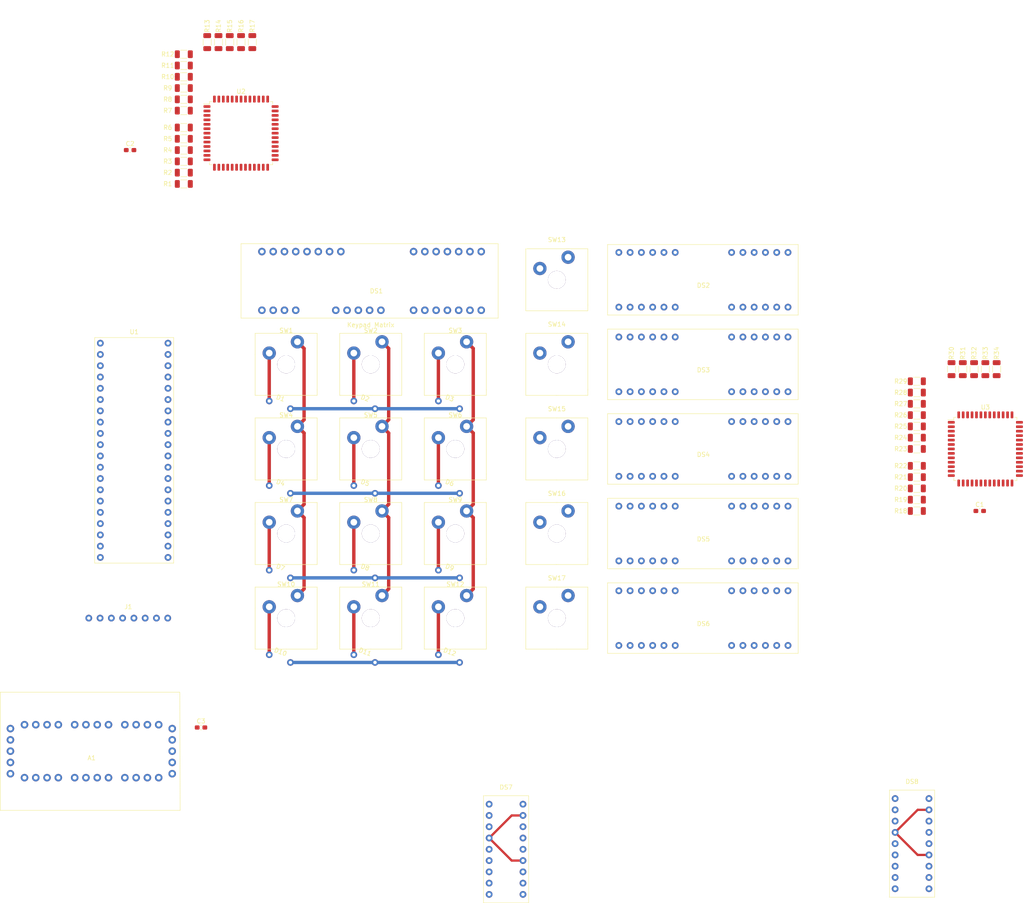
<source format=kicad_pcb>
(kicad_pcb (version 20171130) (host pcbnew "(5.1.9)-1")

  (general
    (thickness 1.6)
    (drawings 1)
    (tracks 55)
    (zones 0)
    (modules 79)
    (nets 201)
  )

  (page A4)
  (layers
    (0 F.Cu signal)
    (31 B.Cu signal)
    (32 B.Adhes user)
    (33 F.Adhes user)
    (34 B.Paste user)
    (35 F.Paste user)
    (36 B.SilkS user)
    (37 F.SilkS user)
    (38 B.Mask user)
    (39 F.Mask user)
    (40 Dwgs.User user)
    (41 Cmts.User user)
    (42 Eco1.User user)
    (43 Eco2.User user)
    (44 Edge.Cuts user)
    (45 Margin user)
    (46 B.CrtYd user)
    (47 F.CrtYd user)
    (48 B.Fab user)
    (49 F.Fab user)
  )

  (setup
    (last_trace_width 0.25)
    (user_trace_width 0.508)
    (user_trace_width 0.762)
    (trace_clearance 0.2)
    (zone_clearance 0.508)
    (zone_45_only no)
    (trace_min 0.2)
    (via_size 0.8)
    (via_drill 0.4)
    (via_min_size 0.4)
    (via_min_drill 0.3)
    (uvia_size 0.3)
    (uvia_drill 0.1)
    (uvias_allowed no)
    (uvia_min_size 0.2)
    (uvia_min_drill 0.1)
    (edge_width 0.05)
    (segment_width 0.2)
    (pcb_text_width 0.3)
    (pcb_text_size 1.5 1.5)
    (mod_edge_width 0.12)
    (mod_text_size 1 1)
    (mod_text_width 0.15)
    (pad_size 1.524 1.524)
    (pad_drill 0.762)
    (pad_to_mask_clearance 0)
    (aux_axis_origin 0 0)
    (visible_elements 7FFFFFFF)
    (pcbplotparams
      (layerselection 0x010fc_ffffffff)
      (usegerberextensions false)
      (usegerberattributes true)
      (usegerberadvancedattributes true)
      (creategerberjobfile true)
      (excludeedgelayer true)
      (linewidth 0.100000)
      (plotframeref false)
      (viasonmask false)
      (mode 1)
      (useauxorigin false)
      (hpglpennumber 1)
      (hpglpenspeed 20)
      (hpglpendiameter 15.000000)
      (psnegative false)
      (psa4output false)
      (plotreference true)
      (plotvalue true)
      (plotinvisibletext false)
      (padsonsilk false)
      (subtractmaskfromsilk false)
      (outputformat 1)
      (mirror false)
      (drillshape 1)
      (scaleselection 1)
      (outputdirectory ""))
  )

  (net 0 "")
  (net 1 /3.3V)
  (net 2 /GND)
  (net 3 "Net-(D1-Pad2)")
  (net 4 /ROW1)
  (net 5 "Net-(D2-Pad2)")
  (net 6 "Net-(D3-Pad2)")
  (net 7 "Net-(D4-Pad2)")
  (net 8 /ROW2)
  (net 9 "Net-(D5-Pad2)")
  (net 10 "Net-(D6-Pad2)")
  (net 11 /ROW3)
  (net 12 "Net-(D7-Pad2)")
  (net 13 "Net-(D8-Pad2)")
  (net 14 "Net-(D9-Pad2)")
  (net 15 /ROW4)
  (net 16 "Net-(D10-Pad2)")
  (net 17 "Net-(D11-Pad2)")
  (net 18 "Net-(D12-Pad2)")
  (net 19 /Displays/E1)
  (net 20 /Displays/M1)
  (net 21 /Displays/L1)
  (net 22 /Displays/K1)
  (net 23 /Displays/J1)
  (net 24 /Displays/D1)
  (net 25 /Displays/DP1)
  (net 26 /Displays/C1)
  (net 27 /Displays/B1)
  (net 28 /Displays/COM1-1)
  (net 29 /Displays/A1)
  (net 30 /Displays/N1)
  (net 31 /Displays/H1)
  (net 32 /Displays/G1)
  (net 33 /Displays/COM0-1)
  (net 34 /Displays/P1)
  (net 35 /Displays/F1)
  (net 36 /Displays/COM2-1)
  (net 37 /Displays/COM4-1)
  (net 38 /Displays/COM3-1)
  (net 39 /Displays/COM8-1)
  (net 40 /Displays/COM7-1)
  (net 41 /Displays/COM6-1)
  (net 42 /Displays/COM5-1)
  (net 43 /Displays/COM9-1)
  (net 44 /Displays/COM10-1)
  (net 45 /Displays/COM12-1)
  (net 46 /Displays/COM11-1)
  (net 47 /Displays/F2)
  (net 48 /Displays/P2)
  (net 49 /Displays/COM0-2)
  (net 50 /Displays/G2)
  (net 51 /Displays/H2)
  (net 52 /Displays/N2)
  (net 53 /Displays/A2)
  (net 54 /Displays/COM1-2)
  (net 55 /Displays/B2)
  (net 56 /Displays/C2)
  (net 57 /Displays/DP2)
  (net 58 /Displays/D2)
  (net 59 /Displays/J2)
  (net 60 /Displays/K2)
  (net 61 /Displays/L2)
  (net 62 /Displays/M2)
  (net 63 /Displays/E2)
  (net 64 /Displays/COM3-2)
  (net 65 /Displays/COM2-2)
  (net 66 /Displays/COM4-2)
  (net 67 /Displays/COM5-2)
  (net 68 /Displays/COM7-2)
  (net 69 /Displays/COM6-2)
  (net 70 /Displays/COM8-2)
  (net 71 /Displays/COM9-2)
  (net 72 /Displays/COM11-2)
  (net 73 /Displays/COM10-2)
  (net 74 /Displays/COM12-2)
  (net 75 /Displays/COM13-2)
  (net 76 /Displays/COM15-2)
  (net 77 /Displays/COM14-2)
  (net 78 /Displays/COM13-1)
  (net 79 /Displays/COM14-1)
  (net 80 "Net-(R1-Pad1)")
  (net 81 "Net-(R2-Pad1)")
  (net 82 "Net-(R3-Pad1)")
  (net 83 "Net-(R4-Pad1)")
  (net 84 "Net-(R5-Pad1)")
  (net 85 "Net-(R6-Pad1)")
  (net 86 "Net-(R7-Pad1)")
  (net 87 "Net-(R8-Pad1)")
  (net 88 "Net-(R9-Pad1)")
  (net 89 "Net-(R10-Pad1)")
  (net 90 "Net-(R11-Pad1)")
  (net 91 "Net-(R12-Pad1)")
  (net 92 "Net-(R13-Pad1)")
  (net 93 "Net-(R14-Pad1)")
  (net 94 "Net-(R15-Pad1)")
  (net 95 "Net-(R16-Pad1)")
  (net 96 "Net-(R17-Pad1)")
  (net 97 "Net-(R18-Pad1)")
  (net 98 "Net-(R19-Pad1)")
  (net 99 "Net-(R20-Pad1)")
  (net 100 "Net-(R21-Pad1)")
  (net 101 "Net-(R22-Pad1)")
  (net 102 "Net-(R23-Pad1)")
  (net 103 "Net-(R24-Pad1)")
  (net 104 "Net-(R25-Pad1)")
  (net 105 "Net-(R26-Pad1)")
  (net 106 "Net-(R27-Pad1)")
  (net 107 "Net-(R28-Pad1)")
  (net 108 "Net-(R29-Pad1)")
  (net 109 "Net-(R30-Pad1)")
  (net 110 /COL1)
  (net 111 /COL2)
  (net 112 /COL3)
  (net 113 /SW13)
  (net 114 /SW14)
  (net 115 /SW15)
  (net 116 /SW16)
  (net 117 /SW17)
  (net 118 /SW18)
  (net 119 /SW19)
  (net 120 /SW20)
  (net 121 /SW21)
  (net 122 /SW22)
  (net 123 /SW23)
  (net 124 /SW24)
  (net 125 /CS2)
  (net 126 /CS1)
  (net 127 /WR)
  (net 128 /RD)
  (net 129 /DATA)
  (net 130 "Net-(U1-Pad45)")
  (net 131 "Net-(U1-Pad46)")
  (net 132 "Net-(U1-Pad50)")
  (net 133 "Net-(U1-Pad52)")
  (net 134 "Net-(U1-Pad7)")
  (net 135 "Net-(U1-Pad1)")
  (net 136 "Net-(U1-Pad2)")
  (net 137 "Net-(U1-Pad3)")
  (net 138 "Net-(U1-Pad4)")
  (net 139 "Net-(U1-Pad10)")
  (net 140 "Net-(U1-Pad11)")
  (net 141 "Net-(U1-Pad12)")
  (net 142 /Displays/OSC)
  (net 143 /Displays/SYNC)
  (net 144 "Net-(U2-Pad40)")
  (net 145 "Net-(U2-Pad41)")
  (net 146 "Net-(U2-Pad42)")
  (net 147 "Net-(U2-Pad43)")
  (net 148 "Net-(U2-Pad44)")
  (net 149 "Net-(U2-Pad45)")
  (net 150 "Net-(U2-Pad46)")
  (net 151 "Net-(U2-Pad47)")
  (net 152 "Net-(U3-Pad47)")
  (net 153 "Net-(U3-Pad46)")
  (net 154 "Net-(U3-Pad45)")
  (net 155 "Net-(U3-Pad44)")
  (net 156 "Net-(U3-Pad43)")
  (net 157 "Net-(U3-Pad42)")
  (net 158 "Net-(U3-Pad41)")
  (net 159 "Net-(A1-Pad22)")
  (net 160 "Net-(A1-Pad21)")
  (net 161 "Net-(A1-Pad20)")
  (net 162 "Net-(A1-Pad19)")
  (net 163 "Net-(A1-Pad18)")
  (net 164 "Net-(A1-Pad17)")
  (net 165 "Net-(A1-Pad16)")
  (net 166 "Net-(A1-Pad15)")
  (net 167 "Net-(A1-Pad14)")
  (net 168 "Net-(A1-Pad13)")
  (net 169 "Net-(A1-Pad12)")
  (net 170 "Net-(A1-Pad11)")
  (net 171 /SRMISO)
  (net 172 /SRCS)
  (net 173 /SRCLK)
  (net 174 "Net-(A1-Pad5)")
  (net 175 "Net-(A1-Pad4)")
  (net 176 "Net-(A1-Pad3)")
  (net 177 "Net-(A1-Pad2)")
  (net 178 "Net-(A1-Pad1)")
  (net 179 /Displays/Q1)
  (net 180 /Displays/Q2)
  (net 181 "Net-(R31-Pad1)")
  (net 182 "Net-(R32-Pad1)")
  (net 183 "Net-(U1-Pad14)")
  (net 184 "Net-(U1-Pad13)")
  (net 185 "Net-(U1-Pad43)")
  (net 186 "Net-(U1-Pad42)")
  (net 187 "Net-(U1-Pad41)")
  (net 188 "Net-(U1-Pad33)")
  (net 189 "Net-(U1-Pad32)")
  (net 190 "Net-(U1-Pad31)")
  (net 191 "Net-(U1-Pad30)")
  (net 192 "Net-(U1-Pad29)")
  (net 193 "Net-(U1-Pad28)")
  (net 194 "Net-(U1-Pad27)")
  (net 195 "Net-(U1-Pad26)")
  (net 196 "Net-(U1-Pad25)")
  (net 197 /Displays/DOT1)
  (net 198 /Displays/DOT2)
  (net 199 "Net-(R33-Pad1)")
  (net 200 "Net-(R34-Pad1)")

  (net_class Default "This is the default net class."
    (clearance 0.2)
    (trace_width 0.25)
    (via_dia 0.8)
    (via_drill 0.4)
    (uvia_dia 0.3)
    (uvia_drill 0.1)
    (add_net /3.3V)
    (add_net /COL1)
    (add_net /COL2)
    (add_net /COL3)
    (add_net /CS1)
    (add_net /CS2)
    (add_net /DATA)
    (add_net /Displays/A1)
    (add_net /Displays/A2)
    (add_net /Displays/B1)
    (add_net /Displays/B2)
    (add_net /Displays/C1)
    (add_net /Displays/C2)
    (add_net /Displays/COM0-1)
    (add_net /Displays/COM0-2)
    (add_net /Displays/COM1-1)
    (add_net /Displays/COM1-2)
    (add_net /Displays/COM10-1)
    (add_net /Displays/COM10-2)
    (add_net /Displays/COM11-1)
    (add_net /Displays/COM11-2)
    (add_net /Displays/COM12-1)
    (add_net /Displays/COM12-2)
    (add_net /Displays/COM13-1)
    (add_net /Displays/COM13-2)
    (add_net /Displays/COM14-1)
    (add_net /Displays/COM14-2)
    (add_net /Displays/COM15-2)
    (add_net /Displays/COM2-1)
    (add_net /Displays/COM2-2)
    (add_net /Displays/COM3-1)
    (add_net /Displays/COM3-2)
    (add_net /Displays/COM4-1)
    (add_net /Displays/COM4-2)
    (add_net /Displays/COM5-1)
    (add_net /Displays/COM5-2)
    (add_net /Displays/COM6-1)
    (add_net /Displays/COM6-2)
    (add_net /Displays/COM7-1)
    (add_net /Displays/COM7-2)
    (add_net /Displays/COM8-1)
    (add_net /Displays/COM8-2)
    (add_net /Displays/COM9-1)
    (add_net /Displays/COM9-2)
    (add_net /Displays/D1)
    (add_net /Displays/D2)
    (add_net /Displays/DOT1)
    (add_net /Displays/DOT2)
    (add_net /Displays/DP1)
    (add_net /Displays/DP2)
    (add_net /Displays/E1)
    (add_net /Displays/E2)
    (add_net /Displays/F1)
    (add_net /Displays/F2)
    (add_net /Displays/G1)
    (add_net /Displays/G2)
    (add_net /Displays/H1)
    (add_net /Displays/H2)
    (add_net /Displays/J1)
    (add_net /Displays/J2)
    (add_net /Displays/K1)
    (add_net /Displays/K2)
    (add_net /Displays/L1)
    (add_net /Displays/L2)
    (add_net /Displays/M1)
    (add_net /Displays/M2)
    (add_net /Displays/N1)
    (add_net /Displays/N2)
    (add_net /Displays/OSC)
    (add_net /Displays/P1)
    (add_net /Displays/P2)
    (add_net /Displays/Q1)
    (add_net /Displays/Q2)
    (add_net /Displays/SYNC)
    (add_net /GND)
    (add_net /RD)
    (add_net /ROW1)
    (add_net /ROW2)
    (add_net /ROW3)
    (add_net /ROW4)
    (add_net /SRCLK)
    (add_net /SRCS)
    (add_net /SRMISO)
    (add_net /SW13)
    (add_net /SW14)
    (add_net /SW15)
    (add_net /SW16)
    (add_net /SW17)
    (add_net /SW18)
    (add_net /SW19)
    (add_net /SW20)
    (add_net /SW21)
    (add_net /SW22)
    (add_net /SW23)
    (add_net /SW24)
    (add_net /WR)
    (add_net "Net-(A1-Pad1)")
    (add_net "Net-(A1-Pad11)")
    (add_net "Net-(A1-Pad12)")
    (add_net "Net-(A1-Pad13)")
    (add_net "Net-(A1-Pad14)")
    (add_net "Net-(A1-Pad15)")
    (add_net "Net-(A1-Pad16)")
    (add_net "Net-(A1-Pad17)")
    (add_net "Net-(A1-Pad18)")
    (add_net "Net-(A1-Pad19)")
    (add_net "Net-(A1-Pad2)")
    (add_net "Net-(A1-Pad20)")
    (add_net "Net-(A1-Pad21)")
    (add_net "Net-(A1-Pad22)")
    (add_net "Net-(A1-Pad3)")
    (add_net "Net-(A1-Pad4)")
    (add_net "Net-(A1-Pad5)")
    (add_net "Net-(D1-Pad2)")
    (add_net "Net-(D10-Pad2)")
    (add_net "Net-(D11-Pad2)")
    (add_net "Net-(D12-Pad2)")
    (add_net "Net-(D2-Pad2)")
    (add_net "Net-(D3-Pad2)")
    (add_net "Net-(D4-Pad2)")
    (add_net "Net-(D5-Pad2)")
    (add_net "Net-(D6-Pad2)")
    (add_net "Net-(D7-Pad2)")
    (add_net "Net-(D8-Pad2)")
    (add_net "Net-(D9-Pad2)")
    (add_net "Net-(R1-Pad1)")
    (add_net "Net-(R10-Pad1)")
    (add_net "Net-(R11-Pad1)")
    (add_net "Net-(R12-Pad1)")
    (add_net "Net-(R13-Pad1)")
    (add_net "Net-(R14-Pad1)")
    (add_net "Net-(R15-Pad1)")
    (add_net "Net-(R16-Pad1)")
    (add_net "Net-(R17-Pad1)")
    (add_net "Net-(R18-Pad1)")
    (add_net "Net-(R19-Pad1)")
    (add_net "Net-(R2-Pad1)")
    (add_net "Net-(R20-Pad1)")
    (add_net "Net-(R21-Pad1)")
    (add_net "Net-(R22-Pad1)")
    (add_net "Net-(R23-Pad1)")
    (add_net "Net-(R24-Pad1)")
    (add_net "Net-(R25-Pad1)")
    (add_net "Net-(R26-Pad1)")
    (add_net "Net-(R27-Pad1)")
    (add_net "Net-(R28-Pad1)")
    (add_net "Net-(R29-Pad1)")
    (add_net "Net-(R3-Pad1)")
    (add_net "Net-(R30-Pad1)")
    (add_net "Net-(R31-Pad1)")
    (add_net "Net-(R32-Pad1)")
    (add_net "Net-(R33-Pad1)")
    (add_net "Net-(R34-Pad1)")
    (add_net "Net-(R4-Pad1)")
    (add_net "Net-(R5-Pad1)")
    (add_net "Net-(R6-Pad1)")
    (add_net "Net-(R7-Pad1)")
    (add_net "Net-(R8-Pad1)")
    (add_net "Net-(R9-Pad1)")
    (add_net "Net-(U1-Pad1)")
    (add_net "Net-(U1-Pad10)")
    (add_net "Net-(U1-Pad11)")
    (add_net "Net-(U1-Pad12)")
    (add_net "Net-(U1-Pad13)")
    (add_net "Net-(U1-Pad14)")
    (add_net "Net-(U1-Pad2)")
    (add_net "Net-(U1-Pad25)")
    (add_net "Net-(U1-Pad26)")
    (add_net "Net-(U1-Pad27)")
    (add_net "Net-(U1-Pad28)")
    (add_net "Net-(U1-Pad29)")
    (add_net "Net-(U1-Pad3)")
    (add_net "Net-(U1-Pad30)")
    (add_net "Net-(U1-Pad31)")
    (add_net "Net-(U1-Pad32)")
    (add_net "Net-(U1-Pad33)")
    (add_net "Net-(U1-Pad4)")
    (add_net "Net-(U1-Pad41)")
    (add_net "Net-(U1-Pad42)")
    (add_net "Net-(U1-Pad43)")
    (add_net "Net-(U1-Pad45)")
    (add_net "Net-(U1-Pad46)")
    (add_net "Net-(U1-Pad50)")
    (add_net "Net-(U1-Pad52)")
    (add_net "Net-(U1-Pad7)")
    (add_net "Net-(U2-Pad40)")
    (add_net "Net-(U2-Pad41)")
    (add_net "Net-(U2-Pad42)")
    (add_net "Net-(U2-Pad43)")
    (add_net "Net-(U2-Pad44)")
    (add_net "Net-(U2-Pad45)")
    (add_net "Net-(U2-Pad46)")
    (add_net "Net-(U2-Pad47)")
    (add_net "Net-(U3-Pad41)")
    (add_net "Net-(U3-Pad42)")
    (add_net "Net-(U3-Pad43)")
    (add_net "Net-(U3-Pad44)")
    (add_net "Net-(U3-Pad45)")
    (add_net "Net-(U3-Pad46)")
    (add_net "Net-(U3-Pad47)")
  )

  (module Resistor_SMD:R_1206_3216Metric (layer F.Cu) (tedit 5F68FEEE) (tstamp 609A3C38)
    (at 251.46 83.6275 90)
    (descr "Resistor SMD 1206 (3216 Metric), square (rectangular) end terminal, IPC_7351 nominal, (Body size source: IPC-SM-782 page 72, https://www.pcb-3d.com/wordpress/wp-content/uploads/ipc-sm-782a_amendment_1_and_2.pdf), generated with kicad-footprint-generator")
    (tags resistor)
    (path /608D289D/60A533CF)
    (attr smd)
    (fp_text reference R34 (at 3.6175 0 90) (layer F.SilkS)
      (effects (font (size 1 1) (thickness 0.15)))
    )
    (fp_text value 520R (at 7.4275 0 90) (layer F.Fab)
      (effects (font (size 1 1) (thickness 0.15)))
    )
    (fp_text user %R (at 0 0 90) (layer F.Fab)
      (effects (font (size 0.8 0.8) (thickness 0.12)))
    )
    (fp_line (start -1.6 0.8) (end -1.6 -0.8) (layer F.Fab) (width 0.1))
    (fp_line (start -1.6 -0.8) (end 1.6 -0.8) (layer F.Fab) (width 0.1))
    (fp_line (start 1.6 -0.8) (end 1.6 0.8) (layer F.Fab) (width 0.1))
    (fp_line (start 1.6 0.8) (end -1.6 0.8) (layer F.Fab) (width 0.1))
    (fp_line (start -0.727064 -0.91) (end 0.727064 -0.91) (layer F.SilkS) (width 0.12))
    (fp_line (start -0.727064 0.91) (end 0.727064 0.91) (layer F.SilkS) (width 0.12))
    (fp_line (start -2.28 1.12) (end -2.28 -1.12) (layer F.CrtYd) (width 0.05))
    (fp_line (start -2.28 -1.12) (end 2.28 -1.12) (layer F.CrtYd) (width 0.05))
    (fp_line (start 2.28 -1.12) (end 2.28 1.12) (layer F.CrtYd) (width 0.05))
    (fp_line (start 2.28 1.12) (end -2.28 1.12) (layer F.CrtYd) (width 0.05))
    (pad 2 smd roundrect (at 1.4625 0 90) (size 1.125 1.75) (layers F.Cu F.Paste F.Mask) (roundrect_rratio 0.222222)
      (net 198 /Displays/DOT2))
    (pad 1 smd roundrect (at -1.4625 0 90) (size 1.125 1.75) (layers F.Cu F.Paste F.Mask) (roundrect_rratio 0.222222)
      (net 200 "Net-(R34-Pad1)"))
    (model ${KISYS3DMOD}/Resistor_SMD.3dshapes/R_1206_3216Metric.wrl
      (at (xyz 0 0 0))
      (scale (xyz 1 1 1))
      (rotate (xyz 0 0 0))
    )
  )

  (module Resistor_SMD:R_1206_3216Metric (layer F.Cu) (tedit 5F68FEEE) (tstamp 609A3C27)
    (at 248.92 83.6275 90)
    (descr "Resistor SMD 1206 (3216 Metric), square (rectangular) end terminal, IPC_7351 nominal, (Body size source: IPC-SM-782 page 72, https://www.pcb-3d.com/wordpress/wp-content/uploads/ipc-sm-782a_amendment_1_and_2.pdf), generated with kicad-footprint-generator")
    (tags resistor)
    (path /608D289D/60A34957)
    (attr smd)
    (fp_text reference R33 (at 3.6175 0 90) (layer F.SilkS)
      (effects (font (size 1 1) (thickness 0.15)))
    )
    (fp_text value 520R (at 7.4275 0 90) (layer F.Fab)
      (effects (font (size 1 1) (thickness 0.15)))
    )
    (fp_text user %R (at 0 0 90) (layer F.Fab)
      (effects (font (size 0.8 0.8) (thickness 0.12)))
    )
    (fp_line (start -1.6 0.8) (end -1.6 -0.8) (layer F.Fab) (width 0.1))
    (fp_line (start -1.6 -0.8) (end 1.6 -0.8) (layer F.Fab) (width 0.1))
    (fp_line (start 1.6 -0.8) (end 1.6 0.8) (layer F.Fab) (width 0.1))
    (fp_line (start 1.6 0.8) (end -1.6 0.8) (layer F.Fab) (width 0.1))
    (fp_line (start -0.727064 -0.91) (end 0.727064 -0.91) (layer F.SilkS) (width 0.12))
    (fp_line (start -0.727064 0.91) (end 0.727064 0.91) (layer F.SilkS) (width 0.12))
    (fp_line (start -2.28 1.12) (end -2.28 -1.12) (layer F.CrtYd) (width 0.05))
    (fp_line (start -2.28 -1.12) (end 2.28 -1.12) (layer F.CrtYd) (width 0.05))
    (fp_line (start 2.28 -1.12) (end 2.28 1.12) (layer F.CrtYd) (width 0.05))
    (fp_line (start 2.28 1.12) (end -2.28 1.12) (layer F.CrtYd) (width 0.05))
    (pad 2 smd roundrect (at 1.4625 0 90) (size 1.125 1.75) (layers F.Cu F.Paste F.Mask) (roundrect_rratio 0.222222)
      (net 57 /Displays/DP2))
    (pad 1 smd roundrect (at -1.4625 0 90) (size 1.125 1.75) (layers F.Cu F.Paste F.Mask) (roundrect_rratio 0.222222)
      (net 199 "Net-(R33-Pad1)"))
    (model ${KISYS3DMOD}/Resistor_SMD.3dshapes/R_1206_3216Metric.wrl
      (at (xyz 0 0 0))
      (scale (xyz 1 1 1))
      (rotate (xyz 0 0 0))
    )
  )

  (module Resistor_SMD:R_1206_3216Metric (layer F.Cu) (tedit 5F68FEEE) (tstamp 609A1BA3)
    (at 246.38 83.6275 90)
    (descr "Resistor SMD 1206 (3216 Metric), square (rectangular) end terminal, IPC_7351 nominal, (Body size source: IPC-SM-782 page 72, https://www.pcb-3d.com/wordpress/wp-content/uploads/ipc-sm-782a_amendment_1_and_2.pdf), generated with kicad-footprint-generator")
    (tags resistor)
    (path /608D289D/61762D1A)
    (attr smd)
    (fp_text reference R32 (at 3.6175 0 90) (layer F.SilkS)
      (effects (font (size 1 1) (thickness 0.15)))
    )
    (fp_text value 520R (at 7.4275 0 90) (layer F.Fab)
      (effects (font (size 1 1) (thickness 0.15)))
    )
    (fp_line (start 2.28 1.12) (end -2.28 1.12) (layer F.CrtYd) (width 0.05))
    (fp_line (start 2.28 -1.12) (end 2.28 1.12) (layer F.CrtYd) (width 0.05))
    (fp_line (start -2.28 -1.12) (end 2.28 -1.12) (layer F.CrtYd) (width 0.05))
    (fp_line (start -2.28 1.12) (end -2.28 -1.12) (layer F.CrtYd) (width 0.05))
    (fp_line (start -0.727064 0.91) (end 0.727064 0.91) (layer F.SilkS) (width 0.12))
    (fp_line (start -0.727064 -0.91) (end 0.727064 -0.91) (layer F.SilkS) (width 0.12))
    (fp_line (start 1.6 0.8) (end -1.6 0.8) (layer F.Fab) (width 0.1))
    (fp_line (start 1.6 -0.8) (end 1.6 0.8) (layer F.Fab) (width 0.1))
    (fp_line (start -1.6 -0.8) (end 1.6 -0.8) (layer F.Fab) (width 0.1))
    (fp_line (start -1.6 0.8) (end -1.6 -0.8) (layer F.Fab) (width 0.1))
    (fp_text user %R (at 0 0 90) (layer F.Fab)
      (effects (font (size 0.8 0.8) (thickness 0.12)))
    )
    (pad 2 smd roundrect (at 1.4625 0 90) (size 1.125 1.75) (layers F.Cu F.Paste F.Mask) (roundrect_rratio 0.222222)
      (net 180 /Displays/Q2))
    (pad 1 smd roundrect (at -1.4625 0 90) (size 1.125 1.75) (layers F.Cu F.Paste F.Mask) (roundrect_rratio 0.222222)
      (net 182 "Net-(R32-Pad1)"))
    (model ${KISYS3DMOD}/Resistor_SMD.3dshapes/R_1206_3216Metric.wrl
      (at (xyz 0 0 0))
      (scale (xyz 1 1 1))
      (rotate (xyz 0 0 0))
    )
  )

  (module Resistor_SMD:R_1206_3216Metric (layer F.Cu) (tedit 5F68FEEE) (tstamp 609A1AA2)
    (at 81.28 9.9675 90)
    (descr "Resistor SMD 1206 (3216 Metric), square (rectangular) end terminal, IPC_7351 nominal, (Body size source: IPC-SM-782 page 72, https://www.pcb-3d.com/wordpress/wp-content/uploads/ipc-sm-782a_amendment_1_and_2.pdf), generated with kicad-footprint-generator")
    (tags resistor)
    (path /608D289D/616E923C)
    (attr smd)
    (fp_text reference R16 (at 3.6175 0 90) (layer F.SilkS)
      (effects (font (size 1 1) (thickness 0.15)))
    )
    (fp_text value 520R (at 7.4275 0 90) (layer F.Fab)
      (effects (font (size 1 1) (thickness 0.15)))
    )
    (fp_line (start 2.28 1.12) (end -2.28 1.12) (layer F.CrtYd) (width 0.05))
    (fp_line (start 2.28 -1.12) (end 2.28 1.12) (layer F.CrtYd) (width 0.05))
    (fp_line (start -2.28 -1.12) (end 2.28 -1.12) (layer F.CrtYd) (width 0.05))
    (fp_line (start -2.28 1.12) (end -2.28 -1.12) (layer F.CrtYd) (width 0.05))
    (fp_line (start -0.727064 0.91) (end 0.727064 0.91) (layer F.SilkS) (width 0.12))
    (fp_line (start -0.727064 -0.91) (end 0.727064 -0.91) (layer F.SilkS) (width 0.12))
    (fp_line (start 1.6 0.8) (end -1.6 0.8) (layer F.Fab) (width 0.1))
    (fp_line (start 1.6 -0.8) (end 1.6 0.8) (layer F.Fab) (width 0.1))
    (fp_line (start -1.6 -0.8) (end 1.6 -0.8) (layer F.Fab) (width 0.1))
    (fp_line (start -1.6 0.8) (end -1.6 -0.8) (layer F.Fab) (width 0.1))
    (fp_text user %R (at 0 0 90) (layer F.Fab)
      (effects (font (size 0.8 0.8) (thickness 0.12)))
    )
    (pad 2 smd roundrect (at 1.4625 0 90) (size 1.125 1.75) (layers F.Cu F.Paste F.Mask) (roundrect_rratio 0.222222)
      (net 25 /Displays/DP1))
    (pad 1 smd roundrect (at -1.4625 0 90) (size 1.125 1.75) (layers F.Cu F.Paste F.Mask) (roundrect_rratio 0.222222)
      (net 95 "Net-(R16-Pad1)"))
    (model ${KISYS3DMOD}/Resistor_SMD.3dshapes/R_1206_3216Metric.wrl
      (at (xyz 0 0 0))
      (scale (xyz 1 1 1))
      (rotate (xyz 0 0 0))
    )
  )

  (module UFC:OPTDisplay (layer F.Cu) (tedit 6099A933) (tstamp 609A2596)
    (at 185.42 139.7)
    (path /608D289D/61B79C59)
    (fp_text reference DS6 (at 0 1.27) (layer F.SilkS)
      (effects (font (size 1 1) (thickness 0.15)))
    )
    (fp_text value CustomOptPanel (at 0 -1.27) (layer F.Fab)
      (effects (font (size 1 1) (thickness 0.15)))
    )
    (fp_line (start 21.34 7.94) (end -21.59 7.94) (layer F.SilkS) (width 0.12))
    (fp_line (start -21.59 -7.94) (end 21.34 -7.94) (layer F.SilkS) (width 0.12))
    (fp_line (start 21.34 -7.94) (end 21.34 7.94) (layer F.SilkS) (width 0.12))
    (fp_line (start -21.59 7.94) (end -21.59 -7.94) (layer F.SilkS) (width 0.12))
    (pad 24 thru_hole circle (at 19.05 6.16) (size 1.524 1.524) (drill 0.762) (layers *.Cu *.Mask)
      (net 47 /Displays/F2))
    (pad 23 thru_hole circle (at 16.51 6.16) (size 1.524 1.524) (drill 0.762) (layers *.Cu *.Mask)
      (net 57 /Displays/DP2))
    (pad 22 thru_hole circle (at 13.97 6.16) (size 1.524 1.524) (drill 0.762) (layers *.Cu *.Mask)
      (net 48 /Displays/P2))
    (pad 21 thru_hole circle (at 11.43 6.16) (size 1.524 1.524) (drill 0.762) (layers *.Cu *.Mask)
      (net 60 /Displays/K2))
    (pad 20 thru_hole circle (at 8.89 6.16) (size 1.524 1.524) (drill 0.762) (layers *.Cu *.Mask)
      (net 59 /Displays/J2))
    (pad 19 thru_hole circle (at 6.35 6.16) (size 1.524 1.524) (drill 0.762) (layers *.Cu *.Mask)
      (net 77 /Displays/COM14-2))
    (pad 18 thru_hole circle (at -6.35 6.16) (size 1.524 1.524) (drill 0.762) (layers *.Cu *.Mask)
      (net 75 /Displays/COM13-2))
    (pad 17 thru_hole circle (at -8.89 6.16) (size 1.524 1.524) (drill 0.762) (layers *.Cu *.Mask)
      (net 51 /Displays/H2))
    (pad 16 thru_hole circle (at -11.43 6.16) (size 1.524 1.524) (drill 0.762) (layers *.Cu *.Mask)
      (net 63 /Displays/E2))
    (pad 15 thru_hole circle (at -13.97 6.16) (size 1.524 1.524) (drill 0.762) (layers *.Cu *.Mask)
      (net 53 /Displays/A2))
    (pad 14 thru_hole circle (at -16.51 6.16) (size 1.524 1.524) (drill 0.762) (layers *.Cu *.Mask)
      (net 198 /Displays/DOT2))
    (pad 13 thru_hole circle (at -19.05 6.16) (size 1.524 1.524) (drill 0.762) (layers *.Cu *.Mask)
      (net 198 /Displays/DOT2))
    (pad 12 thru_hole circle (at 19.05 -6.16) (size 1.524 1.524) (drill 0.762) (layers *.Cu *.Mask)
      (net 76 /Displays/COM15-2))
    (pad 11 thru_hole circle (at 16.51 -6.16) (size 1.524 1.524) (drill 0.762) (layers *.Cu *.Mask)
      (net 180 /Displays/Q2))
    (pad 10 thru_hole circle (at 13.97 -6.16) (size 1.524 1.524) (drill 0.762) (layers *.Cu *.Mask)
      (net 52 /Displays/N2))
    (pad 9 thru_hole circle (at 11.43 -6.16) (size 1.524 1.524) (drill 0.762) (layers *.Cu *.Mask)
      (net 61 /Displays/L2))
    (pad 8 thru_hole circle (at 8.89 -6.16) (size 1.524 1.524) (drill 0.762) (layers *.Cu *.Mask)
      (net 62 /Displays/M2))
    (pad 7 thru_hole circle (at 6.35 -6.16) (size 1.524 1.524) (drill 0.762) (layers *.Cu *.Mask)
      (net 50 /Displays/G2))
    (pad 6 thru_hole circle (at -6.35 -6.16) (size 1.524 1.524) (drill 0.762) (layers *.Cu *.Mask)
      (net 58 /Displays/D2))
    (pad 5 thru_hole circle (at -8.89 -6.16) (size 1.524 1.524) (drill 0.762) (layers *.Cu *.Mask)
      (net 56 /Displays/C2))
    (pad 4 thru_hole circle (at -11.43 -6.16) (size 1.524 1.524) (drill 0.762) (layers *.Cu *.Mask)
      (net 55 /Displays/B2))
    (pad 3 thru_hole circle (at -13.97 -6.16) (size 1.524 1.524) (drill 0.762) (layers *.Cu *.Mask)
      (net 74 /Displays/COM12-2))
    (pad 2 thru_hole circle (at -16.51 -6.16) (size 1.524 1.524) (drill 0.762) (layers *.Cu *.Mask)
      (net 74 /Displays/COM12-2))
    (pad 1 thru_hole circle (at -19.05 -6.16) (size 1.524 1.524) (drill 0.762) (layers *.Cu *.Mask)
      (net 74 /Displays/COM12-2))
  )

  (module UFC:OPTDisplay (layer F.Cu) (tedit 6099A933) (tstamp 609A183D)
    (at 185.42 120.65)
    (path /608D289D/61AA0E09)
    (fp_text reference DS5 (at 0 1.27) (layer F.SilkS)
      (effects (font (size 1 1) (thickness 0.15)))
    )
    (fp_text value CustomOptPanel (at 0 -1.27) (layer F.Fab)
      (effects (font (size 1 1) (thickness 0.15)))
    )
    (fp_line (start 21.34 7.94) (end -21.59 7.94) (layer F.SilkS) (width 0.12))
    (fp_line (start -21.59 -7.94) (end 21.34 -7.94) (layer F.SilkS) (width 0.12))
    (fp_line (start 21.34 -7.94) (end 21.34 7.94) (layer F.SilkS) (width 0.12))
    (fp_line (start -21.59 7.94) (end -21.59 -7.94) (layer F.SilkS) (width 0.12))
    (pad 24 thru_hole circle (at 19.05 6.16) (size 1.524 1.524) (drill 0.762) (layers *.Cu *.Mask)
      (net 47 /Displays/F2))
    (pad 23 thru_hole circle (at 16.51 6.16) (size 1.524 1.524) (drill 0.762) (layers *.Cu *.Mask)
      (net 57 /Displays/DP2))
    (pad 22 thru_hole circle (at 13.97 6.16) (size 1.524 1.524) (drill 0.762) (layers *.Cu *.Mask)
      (net 48 /Displays/P2))
    (pad 21 thru_hole circle (at 11.43 6.16) (size 1.524 1.524) (drill 0.762) (layers *.Cu *.Mask)
      (net 60 /Displays/K2))
    (pad 20 thru_hole circle (at 8.89 6.16) (size 1.524 1.524) (drill 0.762) (layers *.Cu *.Mask)
      (net 59 /Displays/J2))
    (pad 19 thru_hole circle (at 6.35 6.16) (size 1.524 1.524) (drill 0.762) (layers *.Cu *.Mask)
      (net 73 /Displays/COM10-2))
    (pad 18 thru_hole circle (at -6.35 6.16) (size 1.524 1.524) (drill 0.762) (layers *.Cu *.Mask)
      (net 71 /Displays/COM9-2))
    (pad 17 thru_hole circle (at -8.89 6.16) (size 1.524 1.524) (drill 0.762) (layers *.Cu *.Mask)
      (net 51 /Displays/H2))
    (pad 16 thru_hole circle (at -11.43 6.16) (size 1.524 1.524) (drill 0.762) (layers *.Cu *.Mask)
      (net 63 /Displays/E2))
    (pad 15 thru_hole circle (at -13.97 6.16) (size 1.524 1.524) (drill 0.762) (layers *.Cu *.Mask)
      (net 53 /Displays/A2))
    (pad 14 thru_hole circle (at -16.51 6.16) (size 1.524 1.524) (drill 0.762) (layers *.Cu *.Mask)
      (net 198 /Displays/DOT2))
    (pad 13 thru_hole circle (at -19.05 6.16) (size 1.524 1.524) (drill 0.762) (layers *.Cu *.Mask)
      (net 198 /Displays/DOT2))
    (pad 12 thru_hole circle (at 19.05 -6.16) (size 1.524 1.524) (drill 0.762) (layers *.Cu *.Mask)
      (net 72 /Displays/COM11-2))
    (pad 11 thru_hole circle (at 16.51 -6.16) (size 1.524 1.524) (drill 0.762) (layers *.Cu *.Mask)
      (net 180 /Displays/Q2))
    (pad 10 thru_hole circle (at 13.97 -6.16) (size 1.524 1.524) (drill 0.762) (layers *.Cu *.Mask)
      (net 52 /Displays/N2))
    (pad 9 thru_hole circle (at 11.43 -6.16) (size 1.524 1.524) (drill 0.762) (layers *.Cu *.Mask)
      (net 61 /Displays/L2))
    (pad 8 thru_hole circle (at 8.89 -6.16) (size 1.524 1.524) (drill 0.762) (layers *.Cu *.Mask)
      (net 62 /Displays/M2))
    (pad 7 thru_hole circle (at 6.35 -6.16) (size 1.524 1.524) (drill 0.762) (layers *.Cu *.Mask)
      (net 50 /Displays/G2))
    (pad 6 thru_hole circle (at -6.35 -6.16) (size 1.524 1.524) (drill 0.762) (layers *.Cu *.Mask)
      (net 58 /Displays/D2))
    (pad 5 thru_hole circle (at -8.89 -6.16) (size 1.524 1.524) (drill 0.762) (layers *.Cu *.Mask)
      (net 56 /Displays/C2))
    (pad 4 thru_hole circle (at -11.43 -6.16) (size 1.524 1.524) (drill 0.762) (layers *.Cu *.Mask)
      (net 55 /Displays/B2))
    (pad 3 thru_hole circle (at -13.97 -6.16) (size 1.524 1.524) (drill 0.762) (layers *.Cu *.Mask)
      (net 70 /Displays/COM8-2))
    (pad 2 thru_hole circle (at -16.51 -6.16) (size 1.524 1.524) (drill 0.762) (layers *.Cu *.Mask)
      (net 70 /Displays/COM8-2))
    (pad 1 thru_hole circle (at -19.05 -6.16) (size 1.524 1.524) (drill 0.762) (layers *.Cu *.Mask)
      (net 70 /Displays/COM8-2))
  )

  (module UFC:OPTDisplay (layer F.Cu) (tedit 6099A933) (tstamp 609A181D)
    (at 185.42 101.6)
    (path /608D289D/619DB6CF)
    (fp_text reference DS4 (at 0 1.27) (layer F.SilkS)
      (effects (font (size 1 1) (thickness 0.15)))
    )
    (fp_text value CustomOptPanel (at 0 -1.27) (layer F.Fab)
      (effects (font (size 1 1) (thickness 0.15)))
    )
    (fp_line (start 21.34 7.94) (end -21.59 7.94) (layer F.SilkS) (width 0.12))
    (fp_line (start -21.59 -7.94) (end 21.34 -7.94) (layer F.SilkS) (width 0.12))
    (fp_line (start 21.34 -7.94) (end 21.34 7.94) (layer F.SilkS) (width 0.12))
    (fp_line (start -21.59 7.94) (end -21.59 -7.94) (layer F.SilkS) (width 0.12))
    (pad 24 thru_hole circle (at 19.05 6.16) (size 1.524 1.524) (drill 0.762) (layers *.Cu *.Mask)
      (net 47 /Displays/F2))
    (pad 23 thru_hole circle (at 16.51 6.16) (size 1.524 1.524) (drill 0.762) (layers *.Cu *.Mask)
      (net 57 /Displays/DP2))
    (pad 22 thru_hole circle (at 13.97 6.16) (size 1.524 1.524) (drill 0.762) (layers *.Cu *.Mask)
      (net 48 /Displays/P2))
    (pad 21 thru_hole circle (at 11.43 6.16) (size 1.524 1.524) (drill 0.762) (layers *.Cu *.Mask)
      (net 60 /Displays/K2))
    (pad 20 thru_hole circle (at 8.89 6.16) (size 1.524 1.524) (drill 0.762) (layers *.Cu *.Mask)
      (net 59 /Displays/J2))
    (pad 19 thru_hole circle (at 6.35 6.16) (size 1.524 1.524) (drill 0.762) (layers *.Cu *.Mask)
      (net 69 /Displays/COM6-2))
    (pad 18 thru_hole circle (at -6.35 6.16) (size 1.524 1.524) (drill 0.762) (layers *.Cu *.Mask)
      (net 67 /Displays/COM5-2))
    (pad 17 thru_hole circle (at -8.89 6.16) (size 1.524 1.524) (drill 0.762) (layers *.Cu *.Mask)
      (net 51 /Displays/H2))
    (pad 16 thru_hole circle (at -11.43 6.16) (size 1.524 1.524) (drill 0.762) (layers *.Cu *.Mask)
      (net 63 /Displays/E2))
    (pad 15 thru_hole circle (at -13.97 6.16) (size 1.524 1.524) (drill 0.762) (layers *.Cu *.Mask)
      (net 53 /Displays/A2))
    (pad 14 thru_hole circle (at -16.51 6.16) (size 1.524 1.524) (drill 0.762) (layers *.Cu *.Mask)
      (net 198 /Displays/DOT2))
    (pad 13 thru_hole circle (at -19.05 6.16) (size 1.524 1.524) (drill 0.762) (layers *.Cu *.Mask)
      (net 198 /Displays/DOT2))
    (pad 12 thru_hole circle (at 19.05 -6.16) (size 1.524 1.524) (drill 0.762) (layers *.Cu *.Mask)
      (net 68 /Displays/COM7-2))
    (pad 11 thru_hole circle (at 16.51 -6.16) (size 1.524 1.524) (drill 0.762) (layers *.Cu *.Mask)
      (net 180 /Displays/Q2))
    (pad 10 thru_hole circle (at 13.97 -6.16) (size 1.524 1.524) (drill 0.762) (layers *.Cu *.Mask)
      (net 52 /Displays/N2))
    (pad 9 thru_hole circle (at 11.43 -6.16) (size 1.524 1.524) (drill 0.762) (layers *.Cu *.Mask)
      (net 61 /Displays/L2))
    (pad 8 thru_hole circle (at 8.89 -6.16) (size 1.524 1.524) (drill 0.762) (layers *.Cu *.Mask)
      (net 62 /Displays/M2))
    (pad 7 thru_hole circle (at 6.35 -6.16) (size 1.524 1.524) (drill 0.762) (layers *.Cu *.Mask)
      (net 50 /Displays/G2))
    (pad 6 thru_hole circle (at -6.35 -6.16) (size 1.524 1.524) (drill 0.762) (layers *.Cu *.Mask)
      (net 58 /Displays/D2))
    (pad 5 thru_hole circle (at -8.89 -6.16) (size 1.524 1.524) (drill 0.762) (layers *.Cu *.Mask)
      (net 56 /Displays/C2))
    (pad 4 thru_hole circle (at -11.43 -6.16) (size 1.524 1.524) (drill 0.762) (layers *.Cu *.Mask)
      (net 55 /Displays/B2))
    (pad 3 thru_hole circle (at -13.97 -6.16) (size 1.524 1.524) (drill 0.762) (layers *.Cu *.Mask)
      (net 66 /Displays/COM4-2))
    (pad 2 thru_hole circle (at -16.51 -6.16) (size 1.524 1.524) (drill 0.762) (layers *.Cu *.Mask)
      (net 66 /Displays/COM4-2))
    (pad 1 thru_hole circle (at -19.05 -6.16) (size 1.524 1.524) (drill 0.762) (layers *.Cu *.Mask)
      (net 66 /Displays/COM4-2))
  )

  (module UFC:OPTDisplay (layer F.Cu) (tedit 6099A933) (tstamp 609A17FD)
    (at 185.42 82.55)
    (path /608D289D/60A037FE)
    (fp_text reference DS3 (at 0 1.27) (layer F.SilkS)
      (effects (font (size 1 1) (thickness 0.15)))
    )
    (fp_text value CustomOptPanel (at 0 -1.27) (layer F.Fab)
      (effects (font (size 1 1) (thickness 0.15)))
    )
    (fp_line (start 21.34 7.94) (end -21.59 7.94) (layer F.SilkS) (width 0.12))
    (fp_line (start -21.59 -7.94) (end 21.34 -7.94) (layer F.SilkS) (width 0.12))
    (fp_line (start 21.34 -7.94) (end 21.34 7.94) (layer F.SilkS) (width 0.12))
    (fp_line (start -21.59 7.94) (end -21.59 -7.94) (layer F.SilkS) (width 0.12))
    (pad 24 thru_hole circle (at 19.05 6.16) (size 1.524 1.524) (drill 0.762) (layers *.Cu *.Mask)
      (net 47 /Displays/F2))
    (pad 23 thru_hole circle (at 16.51 6.16) (size 1.524 1.524) (drill 0.762) (layers *.Cu *.Mask)
      (net 57 /Displays/DP2))
    (pad 22 thru_hole circle (at 13.97 6.16) (size 1.524 1.524) (drill 0.762) (layers *.Cu *.Mask)
      (net 48 /Displays/P2))
    (pad 21 thru_hole circle (at 11.43 6.16) (size 1.524 1.524) (drill 0.762) (layers *.Cu *.Mask)
      (net 60 /Displays/K2))
    (pad 20 thru_hole circle (at 8.89 6.16) (size 1.524 1.524) (drill 0.762) (layers *.Cu *.Mask)
      (net 59 /Displays/J2))
    (pad 19 thru_hole circle (at 6.35 6.16) (size 1.524 1.524) (drill 0.762) (layers *.Cu *.Mask)
      (net 65 /Displays/COM2-2))
    (pad 18 thru_hole circle (at -6.35 6.16) (size 1.524 1.524) (drill 0.762) (layers *.Cu *.Mask)
      (net 54 /Displays/COM1-2))
    (pad 17 thru_hole circle (at -8.89 6.16) (size 1.524 1.524) (drill 0.762) (layers *.Cu *.Mask)
      (net 51 /Displays/H2))
    (pad 16 thru_hole circle (at -11.43 6.16) (size 1.524 1.524) (drill 0.762) (layers *.Cu *.Mask)
      (net 63 /Displays/E2))
    (pad 15 thru_hole circle (at -13.97 6.16) (size 1.524 1.524) (drill 0.762) (layers *.Cu *.Mask)
      (net 53 /Displays/A2))
    (pad 14 thru_hole circle (at -16.51 6.16) (size 1.524 1.524) (drill 0.762) (layers *.Cu *.Mask)
      (net 198 /Displays/DOT2))
    (pad 13 thru_hole circle (at -19.05 6.16) (size 1.524 1.524) (drill 0.762) (layers *.Cu *.Mask)
      (net 198 /Displays/DOT2))
    (pad 12 thru_hole circle (at 19.05 -6.16) (size 1.524 1.524) (drill 0.762) (layers *.Cu *.Mask)
      (net 64 /Displays/COM3-2))
    (pad 11 thru_hole circle (at 16.51 -6.16) (size 1.524 1.524) (drill 0.762) (layers *.Cu *.Mask)
      (net 180 /Displays/Q2))
    (pad 10 thru_hole circle (at 13.97 -6.16) (size 1.524 1.524) (drill 0.762) (layers *.Cu *.Mask)
      (net 52 /Displays/N2))
    (pad 9 thru_hole circle (at 11.43 -6.16) (size 1.524 1.524) (drill 0.762) (layers *.Cu *.Mask)
      (net 61 /Displays/L2))
    (pad 8 thru_hole circle (at 8.89 -6.16) (size 1.524 1.524) (drill 0.762) (layers *.Cu *.Mask)
      (net 62 /Displays/M2))
    (pad 7 thru_hole circle (at 6.35 -6.16) (size 1.524 1.524) (drill 0.762) (layers *.Cu *.Mask)
      (net 50 /Displays/G2))
    (pad 6 thru_hole circle (at -6.35 -6.16) (size 1.524 1.524) (drill 0.762) (layers *.Cu *.Mask)
      (net 58 /Displays/D2))
    (pad 5 thru_hole circle (at -8.89 -6.16) (size 1.524 1.524) (drill 0.762) (layers *.Cu *.Mask)
      (net 56 /Displays/C2))
    (pad 4 thru_hole circle (at -11.43 -6.16) (size 1.524 1.524) (drill 0.762) (layers *.Cu *.Mask)
      (net 55 /Displays/B2))
    (pad 3 thru_hole circle (at -13.97 -6.16) (size 1.524 1.524) (drill 0.762) (layers *.Cu *.Mask)
      (net 49 /Displays/COM0-2))
    (pad 2 thru_hole circle (at -16.51 -6.16) (size 1.524 1.524) (drill 0.762) (layers *.Cu *.Mask)
      (net 49 /Displays/COM0-2))
    (pad 1 thru_hole circle (at -19.05 -6.16) (size 1.524 1.524) (drill 0.762) (layers *.Cu *.Mask)
      (net 49 /Displays/COM0-2))
  )

  (module UFC:OPTDisplay (layer F.Cu) (tedit 6099A933) (tstamp 609A17DD)
    (at 185.42 63.5)
    (path /608D289D/60A64287)
    (fp_text reference DS2 (at 0 1.27) (layer F.SilkS)
      (effects (font (size 1 1) (thickness 0.15)))
    )
    (fp_text value CustomOptPanel (at 0 -1.27) (layer F.Fab)
      (effects (font (size 1 1) (thickness 0.15)))
    )
    (fp_line (start 21.34 7.94) (end -21.59 7.94) (layer F.SilkS) (width 0.12))
    (fp_line (start -21.59 -7.94) (end 21.34 -7.94) (layer F.SilkS) (width 0.12))
    (fp_line (start 21.34 -7.94) (end 21.34 7.94) (layer F.SilkS) (width 0.12))
    (fp_line (start -21.59 7.94) (end -21.59 -7.94) (layer F.SilkS) (width 0.12))
    (pad 24 thru_hole circle (at 19.05 6.16) (size 1.524 1.524) (drill 0.762) (layers *.Cu *.Mask)
      (net 35 /Displays/F1))
    (pad 23 thru_hole circle (at 16.51 6.16) (size 1.524 1.524) (drill 0.762) (layers *.Cu *.Mask)
      (net 25 /Displays/DP1))
    (pad 22 thru_hole circle (at 13.97 6.16) (size 1.524 1.524) (drill 0.762) (layers *.Cu *.Mask)
      (net 34 /Displays/P1))
    (pad 21 thru_hole circle (at 11.43 6.16) (size 1.524 1.524) (drill 0.762) (layers *.Cu *.Mask)
      (net 22 /Displays/K1))
    (pad 20 thru_hole circle (at 8.89 6.16) (size 1.524 1.524) (drill 0.762) (layers *.Cu *.Mask)
      (net 23 /Displays/J1))
    (pad 19 thru_hole circle (at 6.35 6.16) (size 1.524 1.524) (drill 0.762) (layers *.Cu *.Mask)
      (net 46 /Displays/COM11-1))
    (pad 18 thru_hole circle (at -6.35 6.16) (size 1.524 1.524) (drill 0.762) (layers *.Cu *.Mask)
      (net 44 /Displays/COM10-1))
    (pad 17 thru_hole circle (at -8.89 6.16) (size 1.524 1.524) (drill 0.762) (layers *.Cu *.Mask)
      (net 31 /Displays/H1))
    (pad 16 thru_hole circle (at -11.43 6.16) (size 1.524 1.524) (drill 0.762) (layers *.Cu *.Mask)
      (net 19 /Displays/E1))
    (pad 15 thru_hole circle (at -13.97 6.16) (size 1.524 1.524) (drill 0.762) (layers *.Cu *.Mask)
      (net 29 /Displays/A1))
    (pad 14 thru_hole circle (at -16.51 6.16) (size 1.524 1.524) (drill 0.762) (layers *.Cu *.Mask)
      (net 197 /Displays/DOT1))
    (pad 13 thru_hole circle (at -19.05 6.16) (size 1.524 1.524) (drill 0.762) (layers *.Cu *.Mask)
      (net 197 /Displays/DOT1))
    (pad 12 thru_hole circle (at 19.05 -6.16) (size 1.524 1.524) (drill 0.762) (layers *.Cu *.Mask)
      (net 45 /Displays/COM12-1))
    (pad 11 thru_hole circle (at 16.51 -6.16) (size 1.524 1.524) (drill 0.762) (layers *.Cu *.Mask)
      (net 179 /Displays/Q1))
    (pad 10 thru_hole circle (at 13.97 -6.16) (size 1.524 1.524) (drill 0.762) (layers *.Cu *.Mask)
      (net 30 /Displays/N1))
    (pad 9 thru_hole circle (at 11.43 -6.16) (size 1.524 1.524) (drill 0.762) (layers *.Cu *.Mask)
      (net 21 /Displays/L1))
    (pad 8 thru_hole circle (at 8.89 -6.16) (size 1.524 1.524) (drill 0.762) (layers *.Cu *.Mask)
      (net 20 /Displays/M1))
    (pad 7 thru_hole circle (at 6.35 -6.16) (size 1.524 1.524) (drill 0.762) (layers *.Cu *.Mask)
      (net 32 /Displays/G1))
    (pad 6 thru_hole circle (at -6.35 -6.16) (size 1.524 1.524) (drill 0.762) (layers *.Cu *.Mask)
      (net 24 /Displays/D1))
    (pad 5 thru_hole circle (at -8.89 -6.16) (size 1.524 1.524) (drill 0.762) (layers *.Cu *.Mask)
      (net 26 /Displays/C1))
    (pad 4 thru_hole circle (at -11.43 -6.16) (size 1.524 1.524) (drill 0.762) (layers *.Cu *.Mask)
      (net 27 /Displays/B1))
    (pad 3 thru_hole circle (at -13.97 -6.16) (size 1.524 1.524) (drill 0.762) (layers *.Cu *.Mask)
      (net 43 /Displays/COM9-1))
    (pad 2 thru_hole circle (at -16.51 -6.16) (size 1.524 1.524) (drill 0.762) (layers *.Cu *.Mask)
      (net 43 /Displays/COM9-1))
    (pad 1 thru_hole circle (at -19.05 -6.16) (size 1.524 1.524) (drill 0.762) (layers *.Cu *.Mask)
      (net 43 /Displays/COM9-1))
  )

  (module UFC:Scratchpad (layer F.Cu) (tedit 6099A791) (tstamp 609A17BD)
    (at 111.76 63.5)
    (path /608D289D/60E357AB)
    (fp_text reference DS1 (at 0 2.54) (layer F.SilkS)
      (effects (font (size 1 1) (thickness 0.15)))
    )
    (fp_text value Scratchpad (at 0 -1.27) (layer F.Fab)
      (effects (font (size 1 1) (thickness 0.15)))
    )
    (fp_line (start 27.43 8.632) (end 27.43 -8.128) (layer F.SilkS) (width 0.12))
    (fp_line (start -30.48 8.632) (end 27.43 8.632) (layer F.SilkS) (width 0.12))
    (fp_line (start -30.48 -8.128) (end -30.48 8.632) (layer F.SilkS) (width 0.12))
    (fp_line (start -30.48 -8.128) (end 27.43 -8.128) (layer F.SilkS) (width 0.12))
    (pad 31 thru_hole circle (at 23.62 6.862) (size 1.7 1.7) (drill 0.9) (layers *.Cu *.Mask)
      (net 48 /Displays/P2))
    (pad 30 thru_hole circle (at 21.08 6.862) (size 1.7 1.7) (drill 0.9) (layers *.Cu *.Mask)
      (net 52 /Displays/N2))
    (pad 29 thru_hole circle (at 18.54 6.862) (size 1.7 1.7) (drill 0.9) (layers *.Cu *.Mask)
      (net 62 /Displays/M2))
    (pad 28 thru_hole circle (at 16 6.862) (size 1.7 1.7) (drill 0.9) (layers *.Cu *.Mask)
      (net 61 /Displays/L2))
    (pad 27 thru_hole circle (at 13.46 6.862) (size 1.7 1.7) (drill 0.9) (layers *.Cu *.Mask)
      (net 60 /Displays/K2))
    (pad 26 thru_hole circle (at 10.92 6.862) (size 1.7 1.7) (drill 0.9) (layers *.Cu *.Mask)
      (net 59 /Displays/J2))
    (pad 25 thru_hole circle (at 8.38 6.862) (size 1.7 1.7) (drill 0.9) (layers *.Cu *.Mask)
      (net 31 /Displays/H1))
    (pad 24 thru_hole circle (at 1.02 6.862) (size 1.7 1.7) (drill 0.9) (layers *.Cu *.Mask)
      (net 39 /Displays/COM8-1))
    (pad 23 thru_hole circle (at -1.52 6.862) (size 1.7 1.7) (drill 0.9) (layers *.Cu *.Mask)
      (net 40 /Displays/COM7-1))
    (pad 22 thru_hole circle (at -4.06 6.862) (size 1.7 1.7) (drill 0.9) (layers *.Cu *.Mask)
      (net 41 /Displays/COM6-1))
    (pad 21 thru_hole circle (at -6.6 6.862) (size 1.7 1.7) (drill 0.9) (layers *.Cu *.Mask)
      (net 42 /Displays/COM5-1))
    (pad 20 thru_hole circle (at -9.14 6.862) (size 1.7 1.7) (drill 0.9) (layers *.Cu *.Mask)
      (net 37 /Displays/COM4-1))
    (pad 19 thru_hole circle (at -18.16 6.862) (size 1.7 1.7) (drill 0.9) (layers *.Cu *.Mask)
      (net 38 /Displays/COM3-1))
    (pad 18 thru_hole circle (at -20.7 6.862) (size 1.7 1.7) (drill 0.9) (layers *.Cu *.Mask)
      (net 36 /Displays/COM2-1))
    (pad 17 thru_hole circle (at -23.24 6.862) (size 1.7 1.7) (drill 0.9) (layers *.Cu *.Mask)
      (net 28 /Displays/COM1-1))
    (pad 16 thru_hole circle (at -25.78 6.862) (size 1.7 1.7) (drill 0.9) (layers *.Cu *.Mask)
      (net 33 /Displays/COM0-1))
    (pad 15 thru_hole circle (at 23.62 -6.348) (size 1.7 1.7) (drill 0.9) (layers *.Cu *.Mask)
      (net 32 /Displays/G1))
    (pad 14 thru_hole circle (at 21.08 -6.348) (size 1.7 1.7) (drill 0.9) (layers *.Cu *.Mask)
      (net 35 /Displays/F1))
    (pad 13 thru_hole circle (at 18.54 -6.348) (size 1.7 1.7) (drill 0.9) (layers *.Cu *.Mask)
      (net 19 /Displays/E1))
    (pad 12 thru_hole circle (at 16 -6.348) (size 1.7 1.7) (drill 0.9) (layers *.Cu *.Mask)
      (net 24 /Displays/D1))
    (pad 11 thru_hole circle (at 13.46 -6.348) (size 1.7 1.7) (drill 0.9) (layers *.Cu *.Mask)
      (net 26 /Displays/C1))
    (pad 10 thru_hole circle (at 10.92 -6.348) (size 1.7 1.7) (drill 0.9) (layers *.Cu *.Mask)
      (net 27 /Displays/B1))
    (pad 9 thru_hole circle (at 8.38 -6.348) (size 1.7 1.7) (drill 0.9) (layers *.Cu *.Mask)
      (net 29 /Displays/A1))
    (pad 8 thru_hole circle (at -8 -6.348) (size 1.7 1.7) (drill 0.9) (layers *.Cu *.Mask)
      (net 31 /Displays/H1))
    (pad 7 thru_hole circle (at -10.54 -6.348) (size 1.7 1.7) (drill 0.9) (layers *.Cu *.Mask)
      (net 32 /Displays/G1))
    (pad 6 thru_hole circle (at -13.08 -6.348) (size 1.7 1.7) (drill 0.9) (layers *.Cu *.Mask)
      (net 35 /Displays/F1))
    (pad 5 thru_hole circle (at -15.62 -6.348) (size 1.7 1.7) (drill 0.9) (layers *.Cu *.Mask)
      (net 19 /Displays/E1))
    (pad 4 thru_hole circle (at -18.16 -6.348) (size 1.7 1.7) (drill 0.9) (layers *.Cu *.Mask)
      (net 24 /Displays/D1))
    (pad 3 thru_hole circle (at -20.7 -6.348) (size 1.7 1.7) (drill 0.9) (layers *.Cu *.Mask)
      (net 26 /Displays/C1))
    (pad 2 thru_hole circle (at -23.24 -6.348) (size 1.7 1.7) (drill 0.9) (layers *.Cu *.Mask)
      (net 27 /Displays/B1))
    (pad 1 thru_hole circle (at -25.78 -6.348) (size 1.7 1.7) (drill 0.9) (layers *.Cu *.Mask)
      (net 29 /Displays/A1))
  )

  (module Capacitor_SMD:C_0603_1608Metric_Pad1.08x0.95mm_HandSolder (layer F.Cu) (tedit 5F68FEEF) (tstamp 609A227C)
    (at 72.263 164.338)
    (descr "Capacitor SMD 0603 (1608 Metric), square (rectangular) end terminal, IPC_7351 nominal with elongated pad for handsoldering. (Body size source: IPC-SM-782 page 76, https://www.pcb-3d.com/wordpress/wp-content/uploads/ipc-sm-782a_amendment_1_and_2.pdf), generated with kicad-footprint-generator")
    (tags "capacitor handsolder")
    (path /6098463B)
    (attr smd)
    (fp_text reference C3 (at 0 -1.43) (layer F.SilkS)
      (effects (font (size 1 1) (thickness 0.15)))
    )
    (fp_text value .1nF (at 0 1.43) (layer F.Fab)
      (effects (font (size 1 1) (thickness 0.15)))
    )
    (fp_line (start 1.65 0.73) (end -1.65 0.73) (layer F.CrtYd) (width 0.05))
    (fp_line (start 1.65 -0.73) (end 1.65 0.73) (layer F.CrtYd) (width 0.05))
    (fp_line (start -1.65 -0.73) (end 1.65 -0.73) (layer F.CrtYd) (width 0.05))
    (fp_line (start -1.65 0.73) (end -1.65 -0.73) (layer F.CrtYd) (width 0.05))
    (fp_line (start -0.146267 0.51) (end 0.146267 0.51) (layer F.SilkS) (width 0.12))
    (fp_line (start -0.146267 -0.51) (end 0.146267 -0.51) (layer F.SilkS) (width 0.12))
    (fp_line (start 0.8 0.4) (end -0.8 0.4) (layer F.Fab) (width 0.1))
    (fp_line (start 0.8 -0.4) (end 0.8 0.4) (layer F.Fab) (width 0.1))
    (fp_line (start -0.8 -0.4) (end 0.8 -0.4) (layer F.Fab) (width 0.1))
    (fp_line (start -0.8 0.4) (end -0.8 -0.4) (layer F.Fab) (width 0.1))
    (fp_text user %R (at 0 0) (layer F.Fab)
      (effects (font (size 0.4 0.4) (thickness 0.06)))
    )
    (pad 2 smd roundrect (at 0.8625 0) (size 1.075 0.95) (layers F.Cu F.Paste F.Mask) (roundrect_rratio 0.25)
      (net 2 /GND))
    (pad 1 smd roundrect (at -0.8625 0) (size 1.075 0.95) (layers F.Cu F.Paste F.Mask) (roundrect_rratio 0.25)
      (net 1 /3.3V))
    (model ${KISYS3DMOD}/Capacitor_SMD.3dshapes/C_0603_1608Metric.wrl
      (at (xyz 0 0 0))
      (scale (xyz 1 1 1))
      (rotate (xyz 0 0 0))
    )
  )

  (module UFC:ShiftRegisterBoardPins (layer F.Cu) (tedit 6097464E) (tstamp 609A16CD)
    (at 47.625 169.672)
    (path /6097E8D9)
    (fp_text reference A1 (at 0 1.524) (layer F.SilkS)
      (effects (font (size 1 1) (thickness 0.15)))
    )
    (fp_text value ShiftRegisterBoard (at 0 -2.032) (layer F.Fab)
      (effects (font (size 1 1) (thickness 0.15)))
    )
    (fp_line (start 19.939 13.335) (end -20.574 13.335) (layer F.SilkS) (width 0.12))
    (fp_line (start 19.866 -13.285) (end 19.939 13.335) (layer F.SilkS) (width 0.12))
    (fp_line (start -20.574 -13.285) (end 19.866 -13.285) (layer F.SilkS) (width 0.12))
    (fp_line (start -20.574 13.335) (end -20.574 -13.285) (layer F.SilkS) (width 0.12))
    (pad 34 thru_hole circle (at 15.106 -5.965) (size 1.7 1.7) (drill 0.9) (layers *.Cu *.Mask)
      (net 124 /SW24))
    (pad 33 thru_hole circle (at 12.566 -5.965) (size 1.7 1.7) (drill 0.9) (layers *.Cu *.Mask)
      (net 123 /SW23))
    (pad 32 thru_hole circle (at 10.026 -5.965) (size 1.7 1.7) (drill 0.9) (layers *.Cu *.Mask)
      (net 122 /SW22))
    (pad 31 thru_hole circle (at 7.486 -5.965) (size 1.7 1.7) (drill 0.9) (layers *.Cu *.Mask)
      (net 121 /SW21))
    (pad 30 thru_hole circle (at 3.806 -5.965) (size 1.7 1.7) (drill 0.9) (layers *.Cu *.Mask)
      (net 120 /SW20))
    (pad 29 thru_hole circle (at 1.266 -5.965) (size 1.7 1.7) (drill 0.9) (layers *.Cu *.Mask)
      (net 119 /SW19))
    (pad 28 thru_hole circle (at -1.274 -5.965) (size 1.7 1.7) (drill 0.9) (layers *.Cu *.Mask)
      (net 118 /SW18))
    (pad 27 thru_hole circle (at -3.814 -5.965) (size 1.7 1.7) (drill 0.9) (layers *.Cu *.Mask)
      (net 117 /SW17))
    (pad 26 thru_hole circle (at -7.494 -5.965) (size 1.7 1.7) (drill 0.9) (layers *.Cu *.Mask)
      (net 116 /SW16))
    (pad 25 thru_hole circle (at -10.034 -5.965) (size 1.7 1.7) (drill 0.9) (layers *.Cu *.Mask)
      (net 115 /SW15))
    (pad 24 thru_hole circle (at -12.574 -5.965) (size 1.7 1.7) (drill 0.9) (layers *.Cu *.Mask)
      (net 114 /SW14))
    (pad 23 thru_hole circle (at -15.114 -5.965) (size 1.7 1.7) (drill 0.9) (layers *.Cu *.Mask)
      (net 113 /SW13))
    (pad 22 thru_hole circle (at 15.106 5.965) (size 1.7 1.7) (drill 0.9) (layers *.Cu *.Mask)
      (net 159 "Net-(A1-Pad22)"))
    (pad 21 thru_hole circle (at 12.566 5.965) (size 1.7 1.7) (drill 0.9) (layers *.Cu *.Mask)
      (net 160 "Net-(A1-Pad21)"))
    (pad 20 thru_hole circle (at 10.026 5.965) (size 1.7 1.7) (drill 0.9) (layers *.Cu *.Mask)
      (net 161 "Net-(A1-Pad20)"))
    (pad 19 thru_hole circle (at 7.486 5.965) (size 1.7 1.7) (drill 0.9) (layers *.Cu *.Mask)
      (net 162 "Net-(A1-Pad19)"))
    (pad 18 thru_hole circle (at 3.806 5.965) (size 1.7 1.7) (drill 0.9) (layers *.Cu *.Mask)
      (net 163 "Net-(A1-Pad18)"))
    (pad 17 thru_hole circle (at 1.266 5.965) (size 1.7 1.7) (drill 0.9) (layers *.Cu *.Mask)
      (net 164 "Net-(A1-Pad17)"))
    (pad 16 thru_hole circle (at -3.814 5.965) (size 1.7 1.7) (drill 0.9) (layers *.Cu *.Mask)
      (net 165 "Net-(A1-Pad16)"))
    (pad 15 thru_hole circle (at -1.274 5.965) (size 1.7 1.7) (drill 0.9) (layers *.Cu *.Mask)
      (net 166 "Net-(A1-Pad15)"))
    (pad 14 thru_hole circle (at -7.494 5.965) (size 1.7 1.7) (drill 0.9) (layers *.Cu *.Mask)
      (net 167 "Net-(A1-Pad14)"))
    (pad 13 thru_hole circle (at -10.034 5.965) (size 1.7 1.7) (drill 0.9) (layers *.Cu *.Mask)
      (net 168 "Net-(A1-Pad13)"))
    (pad 12 thru_hole circle (at -12.574 5.965) (size 1.7 1.7) (drill 0.9) (layers *.Cu *.Mask)
      (net 169 "Net-(A1-Pad12)"))
    (pad 11 thru_hole circle (at -15.114 5.965) (size 1.7 1.7) (drill 0.9) (layers *.Cu *.Mask)
      (net 170 "Net-(A1-Pad11)"))
    (pad 10 thru_hole circle (at 18.156 -5.085) (size 1.7 1.7) (drill 0.9) (layers *.Cu *.Mask)
      (net 1 /3.3V))
    (pad 9 thru_hole circle (at 18.156 -2.545) (size 1.7 1.7) (drill 0.9) (layers *.Cu *.Mask)
      (net 171 /SRMISO))
    (pad 8 thru_hole circle (at 18.156 -0.005) (size 1.7 1.7) (drill 0.9) (layers *.Cu *.Mask)
      (net 172 /SRCS))
    (pad 7 thru_hole circle (at 18.156 2.535) (size 1.7 1.7) (drill 0.9) (layers *.Cu *.Mask)
      (net 173 /SRCLK))
    (pad 6 thru_hole circle (at 18.156 5.075) (size 1.7 1.7) (drill 0.9) (layers *.Cu *.Mask)
      (net 2 /GND))
    (pad 5 thru_hole circle (at -18.284 -5.085) (size 1.7 1.7) (drill 0.9) (layers *.Cu *.Mask)
      (net 174 "Net-(A1-Pad5)"))
    (pad 4 thru_hole circle (at -18.284 -2.545) (size 1.7 1.7) (drill 0.9) (layers *.Cu *.Mask)
      (net 175 "Net-(A1-Pad4)"))
    (pad 3 thru_hole circle (at -18.284 -0.005 90) (size 1.7 1.7) (drill 0.9) (layers *.Cu *.Mask)
      (net 176 "Net-(A1-Pad3)"))
    (pad 2 thru_hole circle (at -18.284 2.535) (size 1.7 1.7) (drill 0.9) (layers *.Cu *.Mask)
      (net 177 "Net-(A1-Pad2)"))
    (pad 1 thru_hole circle (at -18.284 5.075) (size 1.7 1.7) (drill 0.9) (layers *.Cu *.Mask)
      (net 178 "Net-(A1-Pad1)"))
  )

  (module UFC:8pin254mm (layer F.Cu) (tedit 60917B80) (tstamp 60918A3C)
    (at 55.88 138.43)
    (path /60997A4A)
    (fp_text reference J1 (at 0 -1.27) (layer F.SilkS)
      (effects (font (size 1 1) (thickness 0.15)))
    )
    (fp_text value "8 Pin Connector" (at 0 -3.175) (layer F.Fab)
      (effects (font (size 1 1) (thickness 0.15)))
    )
    (pad 8 thru_hole circle (at 8.89 1.27) (size 1.524 1.524) (drill 0.762) (layers *.Cu *.Mask)
      (net 124 /SW24))
    (pad 7 thru_hole circle (at 6.35 1.27) (size 1.524 1.524) (drill 0.762) (layers *.Cu *.Mask)
      (net 123 /SW23))
    (pad 6 thru_hole circle (at 3.81 1.27) (size 1.524 1.524) (drill 0.762) (layers *.Cu *.Mask)
      (net 122 /SW22))
    (pad 5 thru_hole circle (at 1.27 1.27) (size 1.524 1.524) (drill 0.762) (layers *.Cu *.Mask)
      (net 121 /SW21))
    (pad 4 thru_hole circle (at -1.27 1.27) (size 1.524 1.524) (drill 0.762) (layers *.Cu *.Mask)
      (net 120 /SW20))
    (pad 3 thru_hole circle (at -3.81 1.27) (size 1.524 1.524) (drill 0.762) (layers *.Cu *.Mask)
      (net 119 /SW19))
    (pad 2 thru_hole circle (at -6.35 1.27) (size 1.524 1.524) (drill 0.762) (layers *.Cu *.Mask)
      (net 118 /SW18))
    (pad 1 thru_hole circle (at -8.89 1.27) (size 1.524 1.524) (drill 0.762) (layers *.Cu *.Mask)
      (net 2 /GND))
  )

  (module Capacitor_SMD:C_0603_1608Metric_Pad1.08x0.95mm_HandSolder (layer F.Cu) (tedit 5F68FEEF) (tstamp 609155F6)
    (at 56.2875 34.29)
    (descr "Capacitor SMD 0603 (1608 Metric), square (rectangular) end terminal, IPC_7351 nominal with elongated pad for handsoldering. (Body size source: IPC-SM-782 page 76, https://www.pcb-3d.com/wordpress/wp-content/uploads/ipc-sm-782a_amendment_1_and_2.pdf), generated with kicad-footprint-generator")
    (tags "capacitor handsolder")
    (path /608D289D/6094CACD)
    (attr smd)
    (fp_text reference C2 (at 0 -1.43) (layer F.SilkS)
      (effects (font (size 1 1) (thickness 0.15)))
    )
    (fp_text value .1uF (at 0 1.43) (layer F.Fab)
      (effects (font (size 1 1) (thickness 0.15)))
    )
    (fp_line (start 1.65 0.73) (end -1.65 0.73) (layer F.CrtYd) (width 0.05))
    (fp_line (start 1.65 -0.73) (end 1.65 0.73) (layer F.CrtYd) (width 0.05))
    (fp_line (start -1.65 -0.73) (end 1.65 -0.73) (layer F.CrtYd) (width 0.05))
    (fp_line (start -1.65 0.73) (end -1.65 -0.73) (layer F.CrtYd) (width 0.05))
    (fp_line (start -0.146267 0.51) (end 0.146267 0.51) (layer F.SilkS) (width 0.12))
    (fp_line (start -0.146267 -0.51) (end 0.146267 -0.51) (layer F.SilkS) (width 0.12))
    (fp_line (start 0.8 0.4) (end -0.8 0.4) (layer F.Fab) (width 0.1))
    (fp_line (start 0.8 -0.4) (end 0.8 0.4) (layer F.Fab) (width 0.1))
    (fp_line (start -0.8 -0.4) (end 0.8 -0.4) (layer F.Fab) (width 0.1))
    (fp_line (start -0.8 0.4) (end -0.8 -0.4) (layer F.Fab) (width 0.1))
    (fp_text user %R (at 0 0) (layer F.Fab)
      (effects (font (size 0.4 0.4) (thickness 0.06)))
    )
    (pad 2 smd roundrect (at 0.8625 0) (size 1.075 0.95) (layers F.Cu F.Paste F.Mask) (roundrect_rratio 0.25)
      (net 2 /GND))
    (pad 1 smd roundrect (at -0.8625 0) (size 1.075 0.95) (layers F.Cu F.Paste F.Mask) (roundrect_rratio 0.25)
      (net 1 /3.3V))
    (model ${KISYS3DMOD}/Capacitor_SMD.3dshapes/C_0603_1608Metric.wrl
      (at (xyz 0 0 0))
      (scale (xyz 1 1 1))
      (rotate (xyz 0 0 0))
    )
  )

  (module Capacitor_SMD:C_0603_1608Metric_Pad1.08x0.95mm_HandSolder (layer F.Cu) (tedit 5F68FEEF) (tstamp 6091D112)
    (at 247.65 115.57)
    (descr "Capacitor SMD 0603 (1608 Metric), square (rectangular) end terminal, IPC_7351 nominal with elongated pad for handsoldering. (Body size source: IPC-SM-782 page 76, https://www.pcb-3d.com/wordpress/wp-content/uploads/ipc-sm-782a_amendment_1_and_2.pdf), generated with kicad-footprint-generator")
    (tags "capacitor handsolder")
    (path /608D289D/6093110B)
    (attr smd)
    (fp_text reference C1 (at 0 -1.43) (layer F.SilkS)
      (effects (font (size 1 1) (thickness 0.15)))
    )
    (fp_text value .1uF (at 0 1.43) (layer F.Fab)
      (effects (font (size 1 1) (thickness 0.15)))
    )
    (fp_line (start 1.65 0.73) (end -1.65 0.73) (layer F.CrtYd) (width 0.05))
    (fp_line (start 1.65 -0.73) (end 1.65 0.73) (layer F.CrtYd) (width 0.05))
    (fp_line (start -1.65 -0.73) (end 1.65 -0.73) (layer F.CrtYd) (width 0.05))
    (fp_line (start -1.65 0.73) (end -1.65 -0.73) (layer F.CrtYd) (width 0.05))
    (fp_line (start -0.146267 0.51) (end 0.146267 0.51) (layer F.SilkS) (width 0.12))
    (fp_line (start -0.146267 -0.51) (end 0.146267 -0.51) (layer F.SilkS) (width 0.12))
    (fp_line (start 0.8 0.4) (end -0.8 0.4) (layer F.Fab) (width 0.1))
    (fp_line (start 0.8 -0.4) (end 0.8 0.4) (layer F.Fab) (width 0.1))
    (fp_line (start -0.8 -0.4) (end 0.8 -0.4) (layer F.Fab) (width 0.1))
    (fp_line (start -0.8 0.4) (end -0.8 -0.4) (layer F.Fab) (width 0.1))
    (fp_text user %R (at 0 0) (layer F.Fab)
      (effects (font (size 0.4 0.4) (thickness 0.06)))
    )
    (pad 2 smd roundrect (at 0.8625 0) (size 1.075 0.95) (layers F.Cu F.Paste F.Mask) (roundrect_rratio 0.25)
      (net 2 /GND))
    (pad 1 smd roundrect (at -0.8625 0) (size 1.075 0.95) (layers F.Cu F.Paste F.Mask) (roundrect_rratio 0.25)
      (net 1 /3.3V))
    (model ${KISYS3DMOD}/Capacitor_SMD.3dshapes/C_0603_1608Metric.wrl
      (at (xyz 0 0 0))
      (scale (xyz 1 1 1))
      (rotate (xyz 0 0 0))
    )
  )

  (module Keypad:1N4148 (layer F.Cu) (tedit 608583D3) (tstamp 6090D128)
    (at 88.713723 95.25 160)
    (path /608A56A1)
    (fp_text reference D1 (at 0.36901 5.271716 160) (layer F.SilkS)
      (effects (font (size 1 1) (thickness 0.15)))
    )
    (fp_text value D (at 0.109687 4.014594 160) (layer F.Fab)
      (effects (font (size 1 1) (thickness 0.15)))
    )
    (pad 2 thru_hole circle (at 2.54 3.81 160) (size 1.5 1.5) (drill 0.762) (layers *.Cu *.Mask)
      (net 3 "Net-(D1-Pad2)"))
    (pad 1 thru_hole circle (at -2.54 3.81 160) (size 1.5 1.5) (drill 0.762) (layers *.Cu *.Mask)
      (net 4 /ROW1))
  )

  (module Keypad:1N4148 (layer F.Cu) (tedit 608583D3) (tstamp 6090D12E)
    (at 107.763723 95.25 160)
    (path /608A5FF3)
    (fp_text reference D2 (at 0.36901 5.271716 160) (layer F.SilkS)
      (effects (font (size 1 1) (thickness 0.15)))
    )
    (fp_text value D (at -0.065356 4.078305 160) (layer F.Fab)
      (effects (font (size 1 1) (thickness 0.15)))
    )
    (pad 2 thru_hole circle (at 2.54 3.81 160) (size 1.5 1.5) (drill 0.762) (layers *.Cu *.Mask)
      (net 5 "Net-(D2-Pad2)"))
    (pad 1 thru_hole circle (at -2.54 3.81 160) (size 1.5 1.5) (drill 0.762) (layers *.Cu *.Mask)
      (net 4 /ROW1))
  )

  (module Keypad:1N4148 (layer F.Cu) (tedit 608583D3) (tstamp 6090D134)
    (at 126.813723 95.25 160)
    (path /608A6823)
    (fp_text reference D3 (at 0.36901 5.271716 160) (layer F.SilkS)
      (effects (font (size 1 1) (thickness 0.15)))
    )
    (fp_text value D (at -0.065356 4.078305 160) (layer F.Fab)
      (effects (font (size 1 1) (thickness 0.15)))
    )
    (pad 2 thru_hole circle (at 2.54 3.81 160) (size 1.5 1.5) (drill 0.762) (layers *.Cu *.Mask)
      (net 6 "Net-(D3-Pad2)"))
    (pad 1 thru_hole circle (at -2.54 3.81 160) (size 1.5 1.5) (drill 0.762) (layers *.Cu *.Mask)
      (net 4 /ROW1))
  )

  (module Keypad:1N4148 (layer F.Cu) (tedit 608583D3) (tstamp 6090D13A)
    (at 88.713723 114.3 160)
    (path /608A6F54)
    (fp_text reference D4 (at 0.36901 5.271716 160) (layer F.SilkS)
      (effects (font (size 1 1) (thickness 0.15)))
    )
    (fp_text value D (at -0.065356 4.078305 160) (layer F.Fab)
      (effects (font (size 1 1) (thickness 0.15)))
    )
    (pad 2 thru_hole circle (at 2.54 3.81 160) (size 1.5 1.5) (drill 0.762) (layers *.Cu *.Mask)
      (net 7 "Net-(D4-Pad2)"))
    (pad 1 thru_hole circle (at -2.54 3.81 160) (size 1.5 1.5) (drill 0.762) (layers *.Cu *.Mask)
      (net 8 /ROW2))
  )

  (module Keypad:1N4148 (layer F.Cu) (tedit 608583D3) (tstamp 6090D140)
    (at 107.763723 114.3 160)
    (path /608A7577)
    (fp_text reference D5 (at 0.36901 5.271716 160) (layer F.SilkS)
      (effects (font (size 1 1) (thickness 0.15)))
    )
    (fp_text value D (at -0.065356 4.078305 160) (layer F.Fab)
      (effects (font (size 1 1) (thickness 0.15)))
    )
    (pad 2 thru_hole circle (at 2.54 3.81 160) (size 1.5 1.5) (drill 0.762) (layers *.Cu *.Mask)
      (net 9 "Net-(D5-Pad2)"))
    (pad 1 thru_hole circle (at -2.54 3.81 160) (size 1.5 1.5) (drill 0.762) (layers *.Cu *.Mask)
      (net 8 /ROW2))
  )

  (module Keypad:1N4148 (layer F.Cu) (tedit 608583D3) (tstamp 6090D146)
    (at 126.813723 114.3 160)
    (path /608A7DC2)
    (fp_text reference D6 (at 0.36901 5.271716 160) (layer F.SilkS)
      (effects (font (size 1 1) (thickness 0.15)))
    )
    (fp_text value D (at -0.065356 4.078305 160) (layer F.Fab)
      (effects (font (size 1 1) (thickness 0.15)))
    )
    (pad 2 thru_hole circle (at 2.54 3.81 160) (size 1.5 1.5) (drill 0.762) (layers *.Cu *.Mask)
      (net 10 "Net-(D6-Pad2)"))
    (pad 1 thru_hole circle (at -2.54 3.81 160) (size 1.5 1.5) (drill 0.762) (layers *.Cu *.Mask)
      (net 8 /ROW2))
  )

  (module Keypad:1N4148 (layer F.Cu) (tedit 608583D3) (tstamp 6090D14C)
    (at 88.713723 133.35 160)
    (path /608A8174)
    (fp_text reference D7 (at 0.36901 5.271716 160) (layer F.SilkS)
      (effects (font (size 1 1) (thickness 0.15)))
    )
    (fp_text value D (at -0.065356 4.078305 160) (layer F.Fab)
      (effects (font (size 1 1) (thickness 0.15)))
    )
    (pad 2 thru_hole circle (at 2.54 3.81 160) (size 1.5 1.5) (drill 0.762) (layers *.Cu *.Mask)
      (net 12 "Net-(D7-Pad2)"))
    (pad 1 thru_hole circle (at -2.54 3.81 160) (size 1.5 1.5) (drill 0.762) (layers *.Cu *.Mask)
      (net 11 /ROW3))
  )

  (module Keypad:1N4148 (layer F.Cu) (tedit 608583D3) (tstamp 6090D152)
    (at 107.763723 133.35 160)
    (path /608A88D1)
    (fp_text reference D8 (at 0.36901 5.271716 160) (layer F.SilkS)
      (effects (font (size 1 1) (thickness 0.15)))
    )
    (fp_text value D (at -0.065356 4.078305 160) (layer F.Fab)
      (effects (font (size 1 1) (thickness 0.15)))
    )
    (pad 2 thru_hole circle (at 2.54 3.81 160) (size 1.5 1.5) (drill 0.762) (layers *.Cu *.Mask)
      (net 13 "Net-(D8-Pad2)"))
    (pad 1 thru_hole circle (at -2.54 3.81 160) (size 1.5 1.5) (drill 0.762) (layers *.Cu *.Mask)
      (net 11 /ROW3))
  )

  (module Keypad:1N4148 (layer F.Cu) (tedit 608583D3) (tstamp 609189EE)
    (at 126.813723 133.35 160)
    (path /608A8E36)
    (fp_text reference D9 (at 0.36901 5.271716 160) (layer F.SilkS)
      (effects (font (size 1 1) (thickness 0.15)))
    )
    (fp_text value D (at -0.065356 4.078305 160) (layer F.Fab)
      (effects (font (size 1 1) (thickness 0.15)))
    )
    (pad 2 thru_hole circle (at 2.54 3.81 160) (size 1.5 1.5) (drill 0.762) (layers *.Cu *.Mask)
      (net 14 "Net-(D9-Pad2)"))
    (pad 1 thru_hole circle (at -2.54 3.81 160) (size 1.5 1.5) (drill 0.762) (layers *.Cu *.Mask)
      (net 11 /ROW3))
  )

  (module Keypad:1N4148 (layer F.Cu) (tedit 608583D3) (tstamp 6090D15E)
    (at 88.713723 152.4 160)
    (path /608A9288)
    (fp_text reference D10 (at 0.36901 5.271716 160) (layer F.SilkS)
      (effects (font (size 1 1) (thickness 0.15)))
    )
    (fp_text value D (at -0.065356 4.078305 160) (layer F.Fab)
      (effects (font (size 1 1) (thickness 0.15)))
    )
    (pad 2 thru_hole circle (at 2.54 3.81 160) (size 1.5 1.5) (drill 0.762) (layers *.Cu *.Mask)
      (net 16 "Net-(D10-Pad2)"))
    (pad 1 thru_hole circle (at -2.54 3.81 160) (size 1.5 1.5) (drill 0.762) (layers *.Cu *.Mask)
      (net 15 /ROW4))
  )

  (module Keypad:1N4148 (layer F.Cu) (tedit 608583D3) (tstamp 6090D164)
    (at 107.763723 152.4 160)
    (path /608A9761)
    (fp_text reference D11 (at 0.36901 5.271716 160) (layer F.SilkS)
      (effects (font (size 1 1) (thickness 0.15)))
    )
    (fp_text value D (at -0.065356 4.078305 160) (layer F.Fab)
      (effects (font (size 1 1) (thickness 0.15)))
    )
    (pad 2 thru_hole circle (at 2.54 3.81 160) (size 1.5 1.5) (drill 0.762) (layers *.Cu *.Mask)
      (net 17 "Net-(D11-Pad2)"))
    (pad 1 thru_hole circle (at -2.54 3.81 160) (size 1.5 1.5) (drill 0.762) (layers *.Cu *.Mask)
      (net 15 /ROW4))
  )

  (module Keypad:1N4148 (layer F.Cu) (tedit 608583D3) (tstamp 6091AD10)
    (at 126.813723 152.4 160)
    (path /608A9E5A)
    (fp_text reference D12 (at 0.36901 5.271716 160) (layer F.SilkS)
      (effects (font (size 1 1) (thickness 0.15)))
    )
    (fp_text value D (at -0.065356 4.078305 160) (layer F.Fab)
      (effects (font (size 1 1) (thickness 0.15)))
    )
    (pad 2 thru_hole circle (at 2.54 3.81 160) (size 1.5 1.5) (drill 0.762) (layers *.Cu *.Mask)
      (net 18 "Net-(D12-Pad2)"))
    (pad 1 thru_hole circle (at -2.54 3.81 160) (size 1.5 1.5) (drill 0.762) (layers *.Cu *.Mask)
      (net 15 /ROW4))
  )

  (module UFC:LDS-F3902RI (layer F.Cu) (tedit 6090BF69) (tstamp 609A2781)
    (at 140.97 179.07)
    (path /608D289D/625BF5A0)
    (fp_text reference DS7 (at 0 -1.27) (layer F.SilkS)
      (effects (font (size 1 1) (thickness 0.15)))
    )
    (fp_text value 14SegDisplayLumex (at 0 -2.54) (layer F.Fab)
      (effects (font (size 1 1) (thickness 0.15)))
    )
    (fp_line (start 5.08 0.635) (end 5.08 24.765) (layer F.SilkS) (width 0.12))
    (fp_line (start 5.08 24.765) (end -5.08 24.765) (layer F.SilkS) (width 0.12))
    (fp_line (start 5.08 0.635) (end -5.08 0.635) (layer F.SilkS) (width 0.12))
    (fp_line (start -5.08 0.635) (end -5.08 24.765) (layer F.SilkS) (width 0.12))
    (pad 18 thru_hole circle (at 3.81 2.54) (size 1.524 1.524) (drill 0.762) (layers *.Cu *.Mask)
      (net 29 /Displays/A1))
    (pad 17 thru_hole circle (at 3.81 5.08) (size 1.524 1.524) (drill 0.762) (layers *.Cu *.Mask)
      (net 78 /Displays/COM13-1))
    (pad 16 thru_hole circle (at 3.81 7.62) (size 1.524 1.524) (drill 0.762) (layers *.Cu *.Mask)
      (net 22 /Displays/K1))
    (pad 15 thru_hole circle (at 3.81 10.16) (size 1.524 1.524) (drill 0.762) (layers *.Cu *.Mask)
      (net 27 /Displays/B1))
    (pad 14 thru_hole circle (at 3.81 12.7) (size 1.524 1.524) (drill 0.762) (layers *.Cu *.Mask)
      (net 32 /Displays/G1))
    (pad 13 thru_hole circle (at 3.81 15.24) (size 1.524 1.524) (drill 0.762) (layers *.Cu *.Mask)
      (net 78 /Displays/COM13-1))
    (pad 12 thru_hole circle (at 3.81 17.78) (size 1.524 1.524) (drill 0.762) (layers *.Cu *.Mask)
      (net 25 /Displays/DP1))
    (pad 11 thru_hole circle (at 3.81 20.32) (size 1.524 1.524) (drill 0.762) (layers *.Cu *.Mask)
      (net 26 /Displays/C1))
    (pad 10 thru_hole circle (at 3.81 22.86) (size 1.524 1.524) (drill 0.762) (layers *.Cu *.Mask)
      (net 21 /Displays/L1))
    (pad 9 thru_hole circle (at -3.81 22.86) (size 1.524 1.524) (drill 0.762) (layers *.Cu *.Mask)
      (net 20 /Displays/M1))
    (pad 8 thru_hole circle (at -3.81 20.32) (size 1.524 1.524) (drill 0.762) (layers *.Cu *.Mask)
      (net 24 /Displays/D1))
    (pad 7 thru_hole circle (at -3.81 17.78) (size 1.524 1.524) (drill 0.762) (layers *.Cu *.Mask)
      (net 30 /Displays/N1))
    (pad 6 thru_hole circle (at -3.81 15.24) (size 1.524 1.524) (drill 0.762) (layers *.Cu *.Mask)
      (net 19 /Displays/E1))
    (pad 5 thru_hole circle (at -3.81 12.7) (size 1.524 1.524) (drill 0.762) (layers *.Cu *.Mask)
      (net 34 /Displays/P1))
    (pad 4 thru_hole circle (at -3.81 10.16) (size 1.524 1.524) (drill 0.762) (layers *.Cu *.Mask)
      (net 78 /Displays/COM13-1))
    (pad 3 thru_hole circle (at -3.81 7.62) (size 1.524 1.524) (drill 0.762) (layers *.Cu *.Mask)
      (net 35 /Displays/F1))
    (pad 2 thru_hole circle (at -3.81 5.08) (size 1.524 1.524) (drill 0.762) (layers *.Cu *.Mask)
      (net 31 /Displays/H1))
    (pad 1 thru_hole circle (at -3.81 2.54) (size 1.524 1.524) (drill 0.762) (layers *.Cu *.Mask)
      (net 23 /Displays/J1))
  )

  (module UFC:LDS-F3902RI (layer F.Cu) (tedit 6090BF69) (tstamp 6090D31B)
    (at 232.41 177.8)
    (path /608D289D/6283F16E)
    (fp_text reference DS8 (at 0 -1.27) (layer F.SilkS)
      (effects (font (size 1 1) (thickness 0.15)))
    )
    (fp_text value 14SegDisplayLumex (at 0 -2.54) (layer F.Fab)
      (effects (font (size 1 1) (thickness 0.15)))
    )
    (fp_line (start 5.08 0.635) (end 5.08 24.765) (layer F.SilkS) (width 0.12))
    (fp_line (start 5.08 24.765) (end -5.08 24.765) (layer F.SilkS) (width 0.12))
    (fp_line (start 5.08 0.635) (end -5.08 0.635) (layer F.SilkS) (width 0.12))
    (fp_line (start -5.08 0.635) (end -5.08 24.765) (layer F.SilkS) (width 0.12))
    (pad 18 thru_hole circle (at 3.81 2.54) (size 1.524 1.524) (drill 0.762) (layers *.Cu *.Mask)
      (net 29 /Displays/A1))
    (pad 17 thru_hole circle (at 3.81 5.08) (size 1.524 1.524) (drill 0.762) (layers *.Cu *.Mask)
      (net 79 /Displays/COM14-1))
    (pad 16 thru_hole circle (at 3.81 7.62) (size 1.524 1.524) (drill 0.762) (layers *.Cu *.Mask)
      (net 22 /Displays/K1))
    (pad 15 thru_hole circle (at 3.81 10.16) (size 1.524 1.524) (drill 0.762) (layers *.Cu *.Mask)
      (net 27 /Displays/B1))
    (pad 14 thru_hole circle (at 3.81 12.7) (size 1.524 1.524) (drill 0.762) (layers *.Cu *.Mask)
      (net 32 /Displays/G1))
    (pad 13 thru_hole circle (at 3.81 15.24) (size 1.524 1.524) (drill 0.762) (layers *.Cu *.Mask)
      (net 79 /Displays/COM14-1))
    (pad 12 thru_hole circle (at 3.81 17.78) (size 1.524 1.524) (drill 0.762) (layers *.Cu *.Mask)
      (net 25 /Displays/DP1))
    (pad 11 thru_hole circle (at 3.81 20.32) (size 1.524 1.524) (drill 0.762) (layers *.Cu *.Mask)
      (net 26 /Displays/C1))
    (pad 10 thru_hole circle (at 3.81 22.86) (size 1.524 1.524) (drill 0.762) (layers *.Cu *.Mask)
      (net 21 /Displays/L1))
    (pad 9 thru_hole circle (at -3.81 22.86) (size 1.524 1.524) (drill 0.762) (layers *.Cu *.Mask)
      (net 20 /Displays/M1))
    (pad 8 thru_hole circle (at -3.81 20.32) (size 1.524 1.524) (drill 0.762) (layers *.Cu *.Mask)
      (net 24 /Displays/D1))
    (pad 7 thru_hole circle (at -3.81 17.78) (size 1.524 1.524) (drill 0.762) (layers *.Cu *.Mask)
      (net 30 /Displays/N1))
    (pad 6 thru_hole circle (at -3.81 15.24) (size 1.524 1.524) (drill 0.762) (layers *.Cu *.Mask)
      (net 19 /Displays/E1))
    (pad 5 thru_hole circle (at -3.81 12.7) (size 1.524 1.524) (drill 0.762) (layers *.Cu *.Mask)
      (net 34 /Displays/P1))
    (pad 4 thru_hole circle (at -3.81 10.16) (size 1.524 1.524) (drill 0.762) (layers *.Cu *.Mask)
      (net 79 /Displays/COM14-1))
    (pad 3 thru_hole circle (at -3.81 7.62) (size 1.524 1.524) (drill 0.762) (layers *.Cu *.Mask)
      (net 35 /Displays/F1))
    (pad 2 thru_hole circle (at -3.81 5.08) (size 1.524 1.524) (drill 0.762) (layers *.Cu *.Mask)
      (net 31 /Displays/H1))
    (pad 1 thru_hole circle (at -3.81 2.54) (size 1.524 1.524) (drill 0.762) (layers *.Cu *.Mask)
      (net 23 /Displays/J1))
  )

  (module Resistor_SMD:R_1206_3216Metric (layer F.Cu) (tedit 5F68FEEE) (tstamp 6090D32C)
    (at 68.3875 41.91 180)
    (descr "Resistor SMD 1206 (3216 Metric), square (rectangular) end terminal, IPC_7351 nominal, (Body size source: IPC-SM-782 page 72, https://www.pcb-3d.com/wordpress/wp-content/uploads/ipc-sm-782a_amendment_1_and_2.pdf), generated with kicad-footprint-generator")
    (tags resistor)
    (path /608D289D/60AC5A78)
    (attr smd)
    (fp_text reference R1 (at 3.6175 0) (layer F.SilkS)
      (effects (font (size 1 1) (thickness 0.15)))
    )
    (fp_text value 520R (at 7.4275 0) (layer F.Fab)
      (effects (font (size 1 1) (thickness 0.15)))
    )
    (fp_line (start 2.28 1.12) (end -2.28 1.12) (layer F.CrtYd) (width 0.05))
    (fp_line (start 2.28 -1.12) (end 2.28 1.12) (layer F.CrtYd) (width 0.05))
    (fp_line (start -2.28 -1.12) (end 2.28 -1.12) (layer F.CrtYd) (width 0.05))
    (fp_line (start -2.28 1.12) (end -2.28 -1.12) (layer F.CrtYd) (width 0.05))
    (fp_line (start -0.727064 0.91) (end 0.727064 0.91) (layer F.SilkS) (width 0.12))
    (fp_line (start -0.727064 -0.91) (end 0.727064 -0.91) (layer F.SilkS) (width 0.12))
    (fp_line (start 1.6 0.8) (end -1.6 0.8) (layer F.Fab) (width 0.1))
    (fp_line (start 1.6 -0.8) (end 1.6 0.8) (layer F.Fab) (width 0.1))
    (fp_line (start -1.6 -0.8) (end 1.6 -0.8) (layer F.Fab) (width 0.1))
    (fp_line (start -1.6 0.8) (end -1.6 -0.8) (layer F.Fab) (width 0.1))
    (fp_text user %R (at 0 0) (layer F.Fab)
      (effects (font (size 0.8 0.8) (thickness 0.12)))
    )
    (pad 2 smd roundrect (at 1.4625 0 180) (size 1.125 1.75) (layers F.Cu F.Paste F.Mask) (roundrect_rratio 0.222222)
      (net 29 /Displays/A1))
    (pad 1 smd roundrect (at -1.4625 0 180) (size 1.125 1.75) (layers F.Cu F.Paste F.Mask) (roundrect_rratio 0.222222)
      (net 80 "Net-(R1-Pad1)"))
    (model ${KISYS3DMOD}/Resistor_SMD.3dshapes/R_1206_3216Metric.wrl
      (at (xyz 0 0 0))
      (scale (xyz 1 1 1))
      (rotate (xyz 0 0 0))
    )
  )

  (module Resistor_SMD:R_1206_3216Metric (layer F.Cu) (tedit 5F68FEEE) (tstamp 6090D33D)
    (at 68.3875 39.37 180)
    (descr "Resistor SMD 1206 (3216 Metric), square (rectangular) end terminal, IPC_7351 nominal, (Body size source: IPC-SM-782 page 72, https://www.pcb-3d.com/wordpress/wp-content/uploads/ipc-sm-782a_amendment_1_and_2.pdf), generated with kicad-footprint-generator")
    (tags resistor)
    (path /608D289D/60AC73D5)
    (attr smd)
    (fp_text reference R2 (at 3.6175 0) (layer F.SilkS)
      (effects (font (size 1 1) (thickness 0.15)))
    )
    (fp_text value 520R (at 7.4275 0) (layer F.Fab)
      (effects (font (size 1 1) (thickness 0.15)))
    )
    (fp_line (start 2.28 1.12) (end -2.28 1.12) (layer F.CrtYd) (width 0.05))
    (fp_line (start 2.28 -1.12) (end 2.28 1.12) (layer F.CrtYd) (width 0.05))
    (fp_line (start -2.28 -1.12) (end 2.28 -1.12) (layer F.CrtYd) (width 0.05))
    (fp_line (start -2.28 1.12) (end -2.28 -1.12) (layer F.CrtYd) (width 0.05))
    (fp_line (start -0.727064 0.91) (end 0.727064 0.91) (layer F.SilkS) (width 0.12))
    (fp_line (start -0.727064 -0.91) (end 0.727064 -0.91) (layer F.SilkS) (width 0.12))
    (fp_line (start 1.6 0.8) (end -1.6 0.8) (layer F.Fab) (width 0.1))
    (fp_line (start 1.6 -0.8) (end 1.6 0.8) (layer F.Fab) (width 0.1))
    (fp_line (start -1.6 -0.8) (end 1.6 -0.8) (layer F.Fab) (width 0.1))
    (fp_line (start -1.6 0.8) (end -1.6 -0.8) (layer F.Fab) (width 0.1))
    (fp_text user %R (at 0 0) (layer F.Fab)
      (effects (font (size 0.8 0.8) (thickness 0.12)))
    )
    (pad 2 smd roundrect (at 1.4625 0 180) (size 1.125 1.75) (layers F.Cu F.Paste F.Mask) (roundrect_rratio 0.222222)
      (net 27 /Displays/B1))
    (pad 1 smd roundrect (at -1.4625 0 180) (size 1.125 1.75) (layers F.Cu F.Paste F.Mask) (roundrect_rratio 0.222222)
      (net 81 "Net-(R2-Pad1)"))
    (model ${KISYS3DMOD}/Resistor_SMD.3dshapes/R_1206_3216Metric.wrl
      (at (xyz 0 0 0))
      (scale (xyz 1 1 1))
      (rotate (xyz 0 0 0))
    )
  )

  (module Resistor_SMD:R_1206_3216Metric (layer F.Cu) (tedit 5F68FEEE) (tstamp 60931BCC)
    (at 68.3875 36.83 180)
    (descr "Resistor SMD 1206 (3216 Metric), square (rectangular) end terminal, IPC_7351 nominal, (Body size source: IPC-SM-782 page 72, https://www.pcb-3d.com/wordpress/wp-content/uploads/ipc-sm-782a_amendment_1_and_2.pdf), generated with kicad-footprint-generator")
    (tags resistor)
    (path /608D289D/60AE935F)
    (attr smd)
    (fp_text reference R3 (at 3.6175 0) (layer F.SilkS)
      (effects (font (size 1 1) (thickness 0.15)))
    )
    (fp_text value 520R (at 7.4275 0) (layer F.Fab)
      (effects (font (size 1 1) (thickness 0.15)))
    )
    (fp_line (start 2.28 1.12) (end -2.28 1.12) (layer F.CrtYd) (width 0.05))
    (fp_line (start 2.28 -1.12) (end 2.28 1.12) (layer F.CrtYd) (width 0.05))
    (fp_line (start -2.28 -1.12) (end 2.28 -1.12) (layer F.CrtYd) (width 0.05))
    (fp_line (start -2.28 1.12) (end -2.28 -1.12) (layer F.CrtYd) (width 0.05))
    (fp_line (start -0.727064 0.91) (end 0.727064 0.91) (layer F.SilkS) (width 0.12))
    (fp_line (start -0.727064 -0.91) (end 0.727064 -0.91) (layer F.SilkS) (width 0.12))
    (fp_line (start 1.6 0.8) (end -1.6 0.8) (layer F.Fab) (width 0.1))
    (fp_line (start 1.6 -0.8) (end 1.6 0.8) (layer F.Fab) (width 0.1))
    (fp_line (start -1.6 -0.8) (end 1.6 -0.8) (layer F.Fab) (width 0.1))
    (fp_line (start -1.6 0.8) (end -1.6 -0.8) (layer F.Fab) (width 0.1))
    (fp_text user %R (at 0 0) (layer F.Fab)
      (effects (font (size 0.8 0.8) (thickness 0.12)))
    )
    (pad 2 smd roundrect (at 1.4625 0 180) (size 1.125 1.75) (layers F.Cu F.Paste F.Mask) (roundrect_rratio 0.222222)
      (net 26 /Displays/C1))
    (pad 1 smd roundrect (at -1.4625 0 180) (size 1.125 1.75) (layers F.Cu F.Paste F.Mask) (roundrect_rratio 0.222222)
      (net 82 "Net-(R3-Pad1)"))
    (model ${KISYS3DMOD}/Resistor_SMD.3dshapes/R_1206_3216Metric.wrl
      (at (xyz 0 0 0))
      (scale (xyz 1 1 1))
      (rotate (xyz 0 0 0))
    )
  )

  (module Resistor_SMD:R_1206_3216Metric (layer F.Cu) (tedit 5F68FEEE) (tstamp 6090D35F)
    (at 68.3875 34.29 180)
    (descr "Resistor SMD 1206 (3216 Metric), square (rectangular) end terminal, IPC_7351 nominal, (Body size source: IPC-SM-782 page 72, https://www.pcb-3d.com/wordpress/wp-content/uploads/ipc-sm-782a_amendment_1_and_2.pdf), generated with kicad-footprint-generator")
    (tags resistor)
    (path /608D289D/60B0B3BF)
    (attr smd)
    (fp_text reference R4 (at 3.6175 0) (layer F.SilkS)
      (effects (font (size 1 1) (thickness 0.15)))
    )
    (fp_text value 520R (at 7.4275 0) (layer F.Fab)
      (effects (font (size 1 1) (thickness 0.15)))
    )
    (fp_line (start 2.28 1.12) (end -2.28 1.12) (layer F.CrtYd) (width 0.05))
    (fp_line (start 2.28 -1.12) (end 2.28 1.12) (layer F.CrtYd) (width 0.05))
    (fp_line (start -2.28 -1.12) (end 2.28 -1.12) (layer F.CrtYd) (width 0.05))
    (fp_line (start -2.28 1.12) (end -2.28 -1.12) (layer F.CrtYd) (width 0.05))
    (fp_line (start -0.727064 0.91) (end 0.727064 0.91) (layer F.SilkS) (width 0.12))
    (fp_line (start -0.727064 -0.91) (end 0.727064 -0.91) (layer F.SilkS) (width 0.12))
    (fp_line (start 1.6 0.8) (end -1.6 0.8) (layer F.Fab) (width 0.1))
    (fp_line (start 1.6 -0.8) (end 1.6 0.8) (layer F.Fab) (width 0.1))
    (fp_line (start -1.6 -0.8) (end 1.6 -0.8) (layer F.Fab) (width 0.1))
    (fp_line (start -1.6 0.8) (end -1.6 -0.8) (layer F.Fab) (width 0.1))
    (fp_text user %R (at 0 0) (layer F.Fab)
      (effects (font (size 0.8 0.8) (thickness 0.12)))
    )
    (pad 2 smd roundrect (at 1.4625 0 180) (size 1.125 1.75) (layers F.Cu F.Paste F.Mask) (roundrect_rratio 0.222222)
      (net 24 /Displays/D1))
    (pad 1 smd roundrect (at -1.4625 0 180) (size 1.125 1.75) (layers F.Cu F.Paste F.Mask) (roundrect_rratio 0.222222)
      (net 83 "Net-(R4-Pad1)"))
    (model ${KISYS3DMOD}/Resistor_SMD.3dshapes/R_1206_3216Metric.wrl
      (at (xyz 0 0 0))
      (scale (xyz 1 1 1))
      (rotate (xyz 0 0 0))
    )
  )

  (module Resistor_SMD:R_1206_3216Metric (layer F.Cu) (tedit 5F68FEEE) (tstamp 6090D370)
    (at 68.3875 31.75 180)
    (descr "Resistor SMD 1206 (3216 Metric), square (rectangular) end terminal, IPC_7351 nominal, (Body size source: IPC-SM-782 page 72, https://www.pcb-3d.com/wordpress/wp-content/uploads/ipc-sm-782a_amendment_1_and_2.pdf), generated with kicad-footprint-generator")
    (tags resistor)
    (path /608D289D/60B2D9E1)
    (attr smd)
    (fp_text reference R5 (at 3.6175 0) (layer F.SilkS)
      (effects (font (size 1 1) (thickness 0.15)))
    )
    (fp_text value 520R (at 7.4275 0) (layer F.Fab)
      (effects (font (size 1 1) (thickness 0.15)))
    )
    (fp_line (start 2.28 1.12) (end -2.28 1.12) (layer F.CrtYd) (width 0.05))
    (fp_line (start 2.28 -1.12) (end 2.28 1.12) (layer F.CrtYd) (width 0.05))
    (fp_line (start -2.28 -1.12) (end 2.28 -1.12) (layer F.CrtYd) (width 0.05))
    (fp_line (start -2.28 1.12) (end -2.28 -1.12) (layer F.CrtYd) (width 0.05))
    (fp_line (start -0.727064 0.91) (end 0.727064 0.91) (layer F.SilkS) (width 0.12))
    (fp_line (start -0.727064 -0.91) (end 0.727064 -0.91) (layer F.SilkS) (width 0.12))
    (fp_line (start 1.6 0.8) (end -1.6 0.8) (layer F.Fab) (width 0.1))
    (fp_line (start 1.6 -0.8) (end 1.6 0.8) (layer F.Fab) (width 0.1))
    (fp_line (start -1.6 -0.8) (end 1.6 -0.8) (layer F.Fab) (width 0.1))
    (fp_line (start -1.6 0.8) (end -1.6 -0.8) (layer F.Fab) (width 0.1))
    (fp_text user %R (at 0 0) (layer F.Fab)
      (effects (font (size 0.8 0.8) (thickness 0.12)))
    )
    (pad 2 smd roundrect (at 1.4625 0 180) (size 1.125 1.75) (layers F.Cu F.Paste F.Mask) (roundrect_rratio 0.222222)
      (net 19 /Displays/E1))
    (pad 1 smd roundrect (at -1.4625 0 180) (size 1.125 1.75) (layers F.Cu F.Paste F.Mask) (roundrect_rratio 0.222222)
      (net 84 "Net-(R5-Pad1)"))
    (model ${KISYS3DMOD}/Resistor_SMD.3dshapes/R_1206_3216Metric.wrl
      (at (xyz 0 0 0))
      (scale (xyz 1 1 1))
      (rotate (xyz 0 0 0))
    )
  )

  (module Resistor_SMD:R_1206_3216Metric (layer F.Cu) (tedit 5F68FEEE) (tstamp 6090D381)
    (at 68.3875 29.21 180)
    (descr "Resistor SMD 1206 (3216 Metric), square (rectangular) end terminal, IPC_7351 nominal, (Body size source: IPC-SM-782 page 72, https://www.pcb-3d.com/wordpress/wp-content/uploads/ipc-sm-782a_amendment_1_and_2.pdf), generated with kicad-footprint-generator")
    (tags resistor)
    (path /608D289D/60B4F930)
    (attr smd)
    (fp_text reference R6 (at 3.6175 0) (layer F.SilkS)
      (effects (font (size 1 1) (thickness 0.15)))
    )
    (fp_text value 520R (at 7.4275 0) (layer F.Fab)
      (effects (font (size 1 1) (thickness 0.15)))
    )
    (fp_line (start 2.28 1.12) (end -2.28 1.12) (layer F.CrtYd) (width 0.05))
    (fp_line (start 2.28 -1.12) (end 2.28 1.12) (layer F.CrtYd) (width 0.05))
    (fp_line (start -2.28 -1.12) (end 2.28 -1.12) (layer F.CrtYd) (width 0.05))
    (fp_line (start -2.28 1.12) (end -2.28 -1.12) (layer F.CrtYd) (width 0.05))
    (fp_line (start -0.727064 0.91) (end 0.727064 0.91) (layer F.SilkS) (width 0.12))
    (fp_line (start -0.727064 -0.91) (end 0.727064 -0.91) (layer F.SilkS) (width 0.12))
    (fp_line (start 1.6 0.8) (end -1.6 0.8) (layer F.Fab) (width 0.1))
    (fp_line (start 1.6 -0.8) (end 1.6 0.8) (layer F.Fab) (width 0.1))
    (fp_line (start -1.6 -0.8) (end 1.6 -0.8) (layer F.Fab) (width 0.1))
    (fp_line (start -1.6 0.8) (end -1.6 -0.8) (layer F.Fab) (width 0.1))
    (fp_text user %R (at 0 0) (layer F.Fab)
      (effects (font (size 0.8 0.8) (thickness 0.12)))
    )
    (pad 2 smd roundrect (at 1.4625 0 180) (size 1.125 1.75) (layers F.Cu F.Paste F.Mask) (roundrect_rratio 0.222222)
      (net 35 /Displays/F1))
    (pad 1 smd roundrect (at -1.4625 0 180) (size 1.125 1.75) (layers F.Cu F.Paste F.Mask) (roundrect_rratio 0.222222)
      (net 85 "Net-(R6-Pad1)"))
    (model ${KISYS3DMOD}/Resistor_SMD.3dshapes/R_1206_3216Metric.wrl
      (at (xyz 0 0 0))
      (scale (xyz 1 1 1))
      (rotate (xyz 0 0 0))
    )
  )

  (module Resistor_SMD:R_1206_3216Metric (layer F.Cu) (tedit 5F68FEEE) (tstamp 6090D392)
    (at 68.3875 25.4 180)
    (descr "Resistor SMD 1206 (3216 Metric), square (rectangular) end terminal, IPC_7351 nominal, (Body size source: IPC-SM-782 page 72, https://www.pcb-3d.com/wordpress/wp-content/uploads/ipc-sm-782a_amendment_1_and_2.pdf), generated with kicad-footprint-generator")
    (tags resistor)
    (path /608D289D/60B71803)
    (attr smd)
    (fp_text reference R7 (at 3.6175 0) (layer F.SilkS)
      (effects (font (size 1 1) (thickness 0.15)))
    )
    (fp_text value 520R (at 7.4275 0) (layer F.Fab)
      (effects (font (size 1 1) (thickness 0.15)))
    )
    (fp_line (start 2.28 1.12) (end -2.28 1.12) (layer F.CrtYd) (width 0.05))
    (fp_line (start 2.28 -1.12) (end 2.28 1.12) (layer F.CrtYd) (width 0.05))
    (fp_line (start -2.28 -1.12) (end 2.28 -1.12) (layer F.CrtYd) (width 0.05))
    (fp_line (start -2.28 1.12) (end -2.28 -1.12) (layer F.CrtYd) (width 0.05))
    (fp_line (start -0.727064 0.91) (end 0.727064 0.91) (layer F.SilkS) (width 0.12))
    (fp_line (start -0.727064 -0.91) (end 0.727064 -0.91) (layer F.SilkS) (width 0.12))
    (fp_line (start 1.6 0.8) (end -1.6 0.8) (layer F.Fab) (width 0.1))
    (fp_line (start 1.6 -0.8) (end 1.6 0.8) (layer F.Fab) (width 0.1))
    (fp_line (start -1.6 -0.8) (end 1.6 -0.8) (layer F.Fab) (width 0.1))
    (fp_line (start -1.6 0.8) (end -1.6 -0.8) (layer F.Fab) (width 0.1))
    (fp_text user %R (at 0 0) (layer F.Fab)
      (effects (font (size 0.8 0.8) (thickness 0.12)))
    )
    (pad 2 smd roundrect (at 1.4625 0 180) (size 1.125 1.75) (layers F.Cu F.Paste F.Mask) (roundrect_rratio 0.222222)
      (net 32 /Displays/G1))
    (pad 1 smd roundrect (at -1.4625 0 180) (size 1.125 1.75) (layers F.Cu F.Paste F.Mask) (roundrect_rratio 0.222222)
      (net 86 "Net-(R7-Pad1)"))
    (model ${KISYS3DMOD}/Resistor_SMD.3dshapes/R_1206_3216Metric.wrl
      (at (xyz 0 0 0))
      (scale (xyz 1 1 1))
      (rotate (xyz 0 0 0))
    )
  )

  (module Resistor_SMD:R_1206_3216Metric (layer F.Cu) (tedit 5F68FEEE) (tstamp 6090D3A3)
    (at 68.3875 22.86 180)
    (descr "Resistor SMD 1206 (3216 Metric), square (rectangular) end terminal, IPC_7351 nominal, (Body size source: IPC-SM-782 page 72, https://www.pcb-3d.com/wordpress/wp-content/uploads/ipc-sm-782a_amendment_1_and_2.pdf), generated with kicad-footprint-generator")
    (tags resistor)
    (path /608D289D/60B93BDB)
    (attr smd)
    (fp_text reference R8 (at 3.6175 0) (layer F.SilkS)
      (effects (font (size 1 1) (thickness 0.15)))
    )
    (fp_text value 520R (at 7.4275 0) (layer F.Fab)
      (effects (font (size 1 1) (thickness 0.15)))
    )
    (fp_line (start 2.28 1.12) (end -2.28 1.12) (layer F.CrtYd) (width 0.05))
    (fp_line (start 2.28 -1.12) (end 2.28 1.12) (layer F.CrtYd) (width 0.05))
    (fp_line (start -2.28 -1.12) (end 2.28 -1.12) (layer F.CrtYd) (width 0.05))
    (fp_line (start -2.28 1.12) (end -2.28 -1.12) (layer F.CrtYd) (width 0.05))
    (fp_line (start -0.727064 0.91) (end 0.727064 0.91) (layer F.SilkS) (width 0.12))
    (fp_line (start -0.727064 -0.91) (end 0.727064 -0.91) (layer F.SilkS) (width 0.12))
    (fp_line (start 1.6 0.8) (end -1.6 0.8) (layer F.Fab) (width 0.1))
    (fp_line (start 1.6 -0.8) (end 1.6 0.8) (layer F.Fab) (width 0.1))
    (fp_line (start -1.6 -0.8) (end 1.6 -0.8) (layer F.Fab) (width 0.1))
    (fp_line (start -1.6 0.8) (end -1.6 -0.8) (layer F.Fab) (width 0.1))
    (fp_text user %R (at 0 0) (layer F.Fab)
      (effects (font (size 0.8 0.8) (thickness 0.12)))
    )
    (pad 2 smd roundrect (at 1.4625 0 180) (size 1.125 1.75) (layers F.Cu F.Paste F.Mask) (roundrect_rratio 0.222222)
      (net 31 /Displays/H1))
    (pad 1 smd roundrect (at -1.4625 0 180) (size 1.125 1.75) (layers F.Cu F.Paste F.Mask) (roundrect_rratio 0.222222)
      (net 87 "Net-(R8-Pad1)"))
    (model ${KISYS3DMOD}/Resistor_SMD.3dshapes/R_1206_3216Metric.wrl
      (at (xyz 0 0 0))
      (scale (xyz 1 1 1))
      (rotate (xyz 0 0 0))
    )
  )

  (module Resistor_SMD:R_1206_3216Metric (layer F.Cu) (tedit 5F68FEEE) (tstamp 6090D3B4)
    (at 68.3875 20.32 180)
    (descr "Resistor SMD 1206 (3216 Metric), square (rectangular) end terminal, IPC_7351 nominal, (Body size source: IPC-SM-782 page 72, https://www.pcb-3d.com/wordpress/wp-content/uploads/ipc-sm-782a_amendment_1_and_2.pdf), generated with kicad-footprint-generator")
    (tags resistor)
    (path /608D289D/60BB5ABB)
    (attr smd)
    (fp_text reference R9 (at 3.6175 0) (layer F.SilkS)
      (effects (font (size 1 1) (thickness 0.15)))
    )
    (fp_text value 520R (at 7.4275 0) (layer F.Fab)
      (effects (font (size 1 1) (thickness 0.15)))
    )
    (fp_line (start 2.28 1.12) (end -2.28 1.12) (layer F.CrtYd) (width 0.05))
    (fp_line (start 2.28 -1.12) (end 2.28 1.12) (layer F.CrtYd) (width 0.05))
    (fp_line (start -2.28 -1.12) (end 2.28 -1.12) (layer F.CrtYd) (width 0.05))
    (fp_line (start -2.28 1.12) (end -2.28 -1.12) (layer F.CrtYd) (width 0.05))
    (fp_line (start -0.727064 0.91) (end 0.727064 0.91) (layer F.SilkS) (width 0.12))
    (fp_line (start -0.727064 -0.91) (end 0.727064 -0.91) (layer F.SilkS) (width 0.12))
    (fp_line (start 1.6 0.8) (end -1.6 0.8) (layer F.Fab) (width 0.1))
    (fp_line (start 1.6 -0.8) (end 1.6 0.8) (layer F.Fab) (width 0.1))
    (fp_line (start -1.6 -0.8) (end 1.6 -0.8) (layer F.Fab) (width 0.1))
    (fp_line (start -1.6 0.8) (end -1.6 -0.8) (layer F.Fab) (width 0.1))
    (fp_text user %R (at 0 0) (layer F.Fab)
      (effects (font (size 0.8 0.8) (thickness 0.12)))
    )
    (pad 2 smd roundrect (at 1.4625 0 180) (size 1.125 1.75) (layers F.Cu F.Paste F.Mask) (roundrect_rratio 0.222222)
      (net 23 /Displays/J1))
    (pad 1 smd roundrect (at -1.4625 0 180) (size 1.125 1.75) (layers F.Cu F.Paste F.Mask) (roundrect_rratio 0.222222)
      (net 88 "Net-(R9-Pad1)"))
    (model ${KISYS3DMOD}/Resistor_SMD.3dshapes/R_1206_3216Metric.wrl
      (at (xyz 0 0 0))
      (scale (xyz 1 1 1))
      (rotate (xyz 0 0 0))
    )
  )

  (module Resistor_SMD:R_1206_3216Metric (layer F.Cu) (tedit 5F68FEEE) (tstamp 6090D3C5)
    (at 68.3875 17.78 180)
    (descr "Resistor SMD 1206 (3216 Metric), square (rectangular) end terminal, IPC_7351 nominal, (Body size source: IPC-SM-782 page 72, https://www.pcb-3d.com/wordpress/wp-content/uploads/ipc-sm-782a_amendment_1_and_2.pdf), generated with kicad-footprint-generator")
    (tags resistor)
    (path /608D289D/60BD7A1A)
    (attr smd)
    (fp_text reference R10 (at 3.6175 0) (layer F.SilkS)
      (effects (font (size 1 1) (thickness 0.15)))
    )
    (fp_text value 520R (at 7.4275 0) (layer F.Fab)
      (effects (font (size 1 1) (thickness 0.15)))
    )
    (fp_line (start 2.28 1.12) (end -2.28 1.12) (layer F.CrtYd) (width 0.05))
    (fp_line (start 2.28 -1.12) (end 2.28 1.12) (layer F.CrtYd) (width 0.05))
    (fp_line (start -2.28 -1.12) (end 2.28 -1.12) (layer F.CrtYd) (width 0.05))
    (fp_line (start -2.28 1.12) (end -2.28 -1.12) (layer F.CrtYd) (width 0.05))
    (fp_line (start -0.727064 0.91) (end 0.727064 0.91) (layer F.SilkS) (width 0.12))
    (fp_line (start -0.727064 -0.91) (end 0.727064 -0.91) (layer F.SilkS) (width 0.12))
    (fp_line (start 1.6 0.8) (end -1.6 0.8) (layer F.Fab) (width 0.1))
    (fp_line (start 1.6 -0.8) (end 1.6 0.8) (layer F.Fab) (width 0.1))
    (fp_line (start -1.6 -0.8) (end 1.6 -0.8) (layer F.Fab) (width 0.1))
    (fp_line (start -1.6 0.8) (end -1.6 -0.8) (layer F.Fab) (width 0.1))
    (fp_text user %R (at 0 0) (layer F.Fab)
      (effects (font (size 0.8 0.8) (thickness 0.12)))
    )
    (pad 2 smd roundrect (at 1.4625 0 180) (size 1.125 1.75) (layers F.Cu F.Paste F.Mask) (roundrect_rratio 0.222222)
      (net 22 /Displays/K1))
    (pad 1 smd roundrect (at -1.4625 0 180) (size 1.125 1.75) (layers F.Cu F.Paste F.Mask) (roundrect_rratio 0.222222)
      (net 89 "Net-(R10-Pad1)"))
    (model ${KISYS3DMOD}/Resistor_SMD.3dshapes/R_1206_3216Metric.wrl
      (at (xyz 0 0 0))
      (scale (xyz 1 1 1))
      (rotate (xyz 0 0 0))
    )
  )

  (module Resistor_SMD:R_1206_3216Metric (layer F.Cu) (tedit 5F68FEEE) (tstamp 6090D3D6)
    (at 68.3875 15.24 180)
    (descr "Resistor SMD 1206 (3216 Metric), square (rectangular) end terminal, IPC_7351 nominal, (Body size source: IPC-SM-782 page 72, https://www.pcb-3d.com/wordpress/wp-content/uploads/ipc-sm-782a_amendment_1_and_2.pdf), generated with kicad-footprint-generator")
    (tags resistor)
    (path /608D289D/60BF98C7)
    (attr smd)
    (fp_text reference R11 (at 3.6175 0) (layer F.SilkS)
      (effects (font (size 1 1) (thickness 0.15)))
    )
    (fp_text value 520R (at 7.4275 0) (layer F.Fab)
      (effects (font (size 1 1) (thickness 0.15)))
    )
    (fp_line (start 2.28 1.12) (end -2.28 1.12) (layer F.CrtYd) (width 0.05))
    (fp_line (start 2.28 -1.12) (end 2.28 1.12) (layer F.CrtYd) (width 0.05))
    (fp_line (start -2.28 -1.12) (end 2.28 -1.12) (layer F.CrtYd) (width 0.05))
    (fp_line (start -2.28 1.12) (end -2.28 -1.12) (layer F.CrtYd) (width 0.05))
    (fp_line (start -0.727064 0.91) (end 0.727064 0.91) (layer F.SilkS) (width 0.12))
    (fp_line (start -0.727064 -0.91) (end 0.727064 -0.91) (layer F.SilkS) (width 0.12))
    (fp_line (start 1.6 0.8) (end -1.6 0.8) (layer F.Fab) (width 0.1))
    (fp_line (start 1.6 -0.8) (end 1.6 0.8) (layer F.Fab) (width 0.1))
    (fp_line (start -1.6 -0.8) (end 1.6 -0.8) (layer F.Fab) (width 0.1))
    (fp_line (start -1.6 0.8) (end -1.6 -0.8) (layer F.Fab) (width 0.1))
    (fp_text user %R (at 0 0) (layer F.Fab)
      (effects (font (size 0.8 0.8) (thickness 0.12)))
    )
    (pad 2 smd roundrect (at 1.4625 0 180) (size 1.125 1.75) (layers F.Cu F.Paste F.Mask) (roundrect_rratio 0.222222)
      (net 21 /Displays/L1))
    (pad 1 smd roundrect (at -1.4625 0 180) (size 1.125 1.75) (layers F.Cu F.Paste F.Mask) (roundrect_rratio 0.222222)
      (net 90 "Net-(R11-Pad1)"))
    (model ${KISYS3DMOD}/Resistor_SMD.3dshapes/R_1206_3216Metric.wrl
      (at (xyz 0 0 0))
      (scale (xyz 1 1 1))
      (rotate (xyz 0 0 0))
    )
  )

  (module Resistor_SMD:R_1206_3216Metric (layer F.Cu) (tedit 5F68FEEE) (tstamp 6090D3E7)
    (at 68.3875 12.7 180)
    (descr "Resistor SMD 1206 (3216 Metric), square (rectangular) end terminal, IPC_7351 nominal, (Body size source: IPC-SM-782 page 72, https://www.pcb-3d.com/wordpress/wp-content/uploads/ipc-sm-782a_amendment_1_and_2.pdf), generated with kicad-footprint-generator")
    (tags resistor)
    (path /608D289D/60C1BA11)
    (attr smd)
    (fp_text reference R12 (at 3.6175 0) (layer F.SilkS)
      (effects (font (size 1 1) (thickness 0.15)))
    )
    (fp_text value 520R (at 7.4275 0) (layer F.Fab)
      (effects (font (size 1 1) (thickness 0.15)))
    )
    (fp_line (start 2.28 1.12) (end -2.28 1.12) (layer F.CrtYd) (width 0.05))
    (fp_line (start 2.28 -1.12) (end 2.28 1.12) (layer F.CrtYd) (width 0.05))
    (fp_line (start -2.28 -1.12) (end 2.28 -1.12) (layer F.CrtYd) (width 0.05))
    (fp_line (start -2.28 1.12) (end -2.28 -1.12) (layer F.CrtYd) (width 0.05))
    (fp_line (start -0.727064 0.91) (end 0.727064 0.91) (layer F.SilkS) (width 0.12))
    (fp_line (start -0.727064 -0.91) (end 0.727064 -0.91) (layer F.SilkS) (width 0.12))
    (fp_line (start 1.6 0.8) (end -1.6 0.8) (layer F.Fab) (width 0.1))
    (fp_line (start 1.6 -0.8) (end 1.6 0.8) (layer F.Fab) (width 0.1))
    (fp_line (start -1.6 -0.8) (end 1.6 -0.8) (layer F.Fab) (width 0.1))
    (fp_line (start -1.6 0.8) (end -1.6 -0.8) (layer F.Fab) (width 0.1))
    (fp_text user %R (at 0 0) (layer F.Fab)
      (effects (font (size 0.8 0.8) (thickness 0.12)))
    )
    (pad 2 smd roundrect (at 1.4625 0 180) (size 1.125 1.75) (layers F.Cu F.Paste F.Mask) (roundrect_rratio 0.222222)
      (net 20 /Displays/M1))
    (pad 1 smd roundrect (at -1.4625 0 180) (size 1.125 1.75) (layers F.Cu F.Paste F.Mask) (roundrect_rratio 0.222222)
      (net 91 "Net-(R12-Pad1)"))
    (model ${KISYS3DMOD}/Resistor_SMD.3dshapes/R_1206_3216Metric.wrl
      (at (xyz 0 0 0))
      (scale (xyz 1 1 1))
      (rotate (xyz 0 0 0))
    )
  )

  (module Resistor_SMD:R_1206_3216Metric (layer F.Cu) (tedit 5F68FEEE) (tstamp 6090D3F8)
    (at 73.66 9.9675 90)
    (descr "Resistor SMD 1206 (3216 Metric), square (rectangular) end terminal, IPC_7351 nominal, (Body size source: IPC-SM-782 page 72, https://www.pcb-3d.com/wordpress/wp-content/uploads/ipc-sm-782a_amendment_1_and_2.pdf), generated with kicad-footprint-generator")
    (tags resistor)
    (path /608D289D/60C3D841)
    (attr smd)
    (fp_text reference R13 (at 3.6175 0 90) (layer F.SilkS)
      (effects (font (size 1 1) (thickness 0.15)))
    )
    (fp_text value 520R (at 7.4275 0 90) (layer F.Fab)
      (effects (font (size 1 1) (thickness 0.15)))
    )
    (fp_line (start 2.28 1.12) (end -2.28 1.12) (layer F.CrtYd) (width 0.05))
    (fp_line (start 2.28 -1.12) (end 2.28 1.12) (layer F.CrtYd) (width 0.05))
    (fp_line (start -2.28 -1.12) (end 2.28 -1.12) (layer F.CrtYd) (width 0.05))
    (fp_line (start -2.28 1.12) (end -2.28 -1.12) (layer F.CrtYd) (width 0.05))
    (fp_line (start -0.727064 0.91) (end 0.727064 0.91) (layer F.SilkS) (width 0.12))
    (fp_line (start -0.727064 -0.91) (end 0.727064 -0.91) (layer F.SilkS) (width 0.12))
    (fp_line (start 1.6 0.8) (end -1.6 0.8) (layer F.Fab) (width 0.1))
    (fp_line (start 1.6 -0.8) (end 1.6 0.8) (layer F.Fab) (width 0.1))
    (fp_line (start -1.6 -0.8) (end 1.6 -0.8) (layer F.Fab) (width 0.1))
    (fp_line (start -1.6 0.8) (end -1.6 -0.8) (layer F.Fab) (width 0.1))
    (fp_text user %R (at 0 0 90) (layer F.Fab)
      (effects (font (size 0.8 0.8) (thickness 0.12)))
    )
    (pad 2 smd roundrect (at 1.4625 0 90) (size 1.125 1.75) (layers F.Cu F.Paste F.Mask) (roundrect_rratio 0.222222)
      (net 30 /Displays/N1))
    (pad 1 smd roundrect (at -1.4625 0 90) (size 1.125 1.75) (layers F.Cu F.Paste F.Mask) (roundrect_rratio 0.222222)
      (net 92 "Net-(R13-Pad1)"))
    (model ${KISYS3DMOD}/Resistor_SMD.3dshapes/R_1206_3216Metric.wrl
      (at (xyz 0 0 0))
      (scale (xyz 1 1 1))
      (rotate (xyz 0 0 0))
    )
  )

  (module Resistor_SMD:R_1206_3216Metric (layer F.Cu) (tedit 5F68FEEE) (tstamp 6090D409)
    (at 76.2 9.9675 90)
    (descr "Resistor SMD 1206 (3216 Metric), square (rectangular) end terminal, IPC_7351 nominal, (Body size source: IPC-SM-782 page 72, https://www.pcb-3d.com/wordpress/wp-content/uploads/ipc-sm-782a_amendment_1_and_2.pdf), generated with kicad-footprint-generator")
    (tags resistor)
    (path /608D289D/60C5F64B)
    (attr smd)
    (fp_text reference R14 (at 3.6175 0 90) (layer F.SilkS)
      (effects (font (size 1 1) (thickness 0.15)))
    )
    (fp_text value 520R (at 7.4275 0 90) (layer F.Fab)
      (effects (font (size 1 1) (thickness 0.15)))
    )
    (fp_line (start 2.28 1.12) (end -2.28 1.12) (layer F.CrtYd) (width 0.05))
    (fp_line (start 2.28 -1.12) (end 2.28 1.12) (layer F.CrtYd) (width 0.05))
    (fp_line (start -2.28 -1.12) (end 2.28 -1.12) (layer F.CrtYd) (width 0.05))
    (fp_line (start -2.28 1.12) (end -2.28 -1.12) (layer F.CrtYd) (width 0.05))
    (fp_line (start -0.727064 0.91) (end 0.727064 0.91) (layer F.SilkS) (width 0.12))
    (fp_line (start -0.727064 -0.91) (end 0.727064 -0.91) (layer F.SilkS) (width 0.12))
    (fp_line (start 1.6 0.8) (end -1.6 0.8) (layer F.Fab) (width 0.1))
    (fp_line (start 1.6 -0.8) (end 1.6 0.8) (layer F.Fab) (width 0.1))
    (fp_line (start -1.6 -0.8) (end 1.6 -0.8) (layer F.Fab) (width 0.1))
    (fp_line (start -1.6 0.8) (end -1.6 -0.8) (layer F.Fab) (width 0.1))
    (fp_text user %R (at 0 0 90) (layer F.Fab)
      (effects (font (size 0.8 0.8) (thickness 0.12)))
    )
    (pad 2 smd roundrect (at 1.4625 0 90) (size 1.125 1.75) (layers F.Cu F.Paste F.Mask) (roundrect_rratio 0.222222)
      (net 34 /Displays/P1))
    (pad 1 smd roundrect (at -1.4625 0 90) (size 1.125 1.75) (layers F.Cu F.Paste F.Mask) (roundrect_rratio 0.222222)
      (net 93 "Net-(R14-Pad1)"))
    (model ${KISYS3DMOD}/Resistor_SMD.3dshapes/R_1206_3216Metric.wrl
      (at (xyz 0 0 0))
      (scale (xyz 1 1 1))
      (rotate (xyz 0 0 0))
    )
  )

  (module Resistor_SMD:R_1206_3216Metric (layer F.Cu) (tedit 5F68FEEE) (tstamp 6090D41A)
    (at 78.74 9.9675 90)
    (descr "Resistor SMD 1206 (3216 Metric), square (rectangular) end terminal, IPC_7351 nominal, (Body size source: IPC-SM-782 page 72, https://www.pcb-3d.com/wordpress/wp-content/uploads/ipc-sm-782a_amendment_1_and_2.pdf), generated with kicad-footprint-generator")
    (tags resistor)
    (path /608D289D/60C815CB)
    (attr smd)
    (fp_text reference R15 (at 3.6175 0 90) (layer F.SilkS)
      (effects (font (size 1 1) (thickness 0.15)))
    )
    (fp_text value 520R (at 7.4275 0 90) (layer F.Fab)
      (effects (font (size 1 1) (thickness 0.15)))
    )
    (fp_line (start 2.28 1.12) (end -2.28 1.12) (layer F.CrtYd) (width 0.05))
    (fp_line (start 2.28 -1.12) (end 2.28 1.12) (layer F.CrtYd) (width 0.05))
    (fp_line (start -2.28 -1.12) (end 2.28 -1.12) (layer F.CrtYd) (width 0.05))
    (fp_line (start -2.28 1.12) (end -2.28 -1.12) (layer F.CrtYd) (width 0.05))
    (fp_line (start -0.727064 0.91) (end 0.727064 0.91) (layer F.SilkS) (width 0.12))
    (fp_line (start -0.727064 -0.91) (end 0.727064 -0.91) (layer F.SilkS) (width 0.12))
    (fp_line (start 1.6 0.8) (end -1.6 0.8) (layer F.Fab) (width 0.1))
    (fp_line (start 1.6 -0.8) (end 1.6 0.8) (layer F.Fab) (width 0.1))
    (fp_line (start -1.6 -0.8) (end 1.6 -0.8) (layer F.Fab) (width 0.1))
    (fp_line (start -1.6 0.8) (end -1.6 -0.8) (layer F.Fab) (width 0.1))
    (fp_text user %R (at 0 0 90) (layer F.Fab)
      (effects (font (size 0.8 0.8) (thickness 0.12)))
    )
    (pad 2 smd roundrect (at 1.4625 0 90) (size 1.125 1.75) (layers F.Cu F.Paste F.Mask) (roundrect_rratio 0.222222)
      (net 179 /Displays/Q1))
    (pad 1 smd roundrect (at -1.4625 0 90) (size 1.125 1.75) (layers F.Cu F.Paste F.Mask) (roundrect_rratio 0.222222)
      (net 94 "Net-(R15-Pad1)"))
    (model ${KISYS3DMOD}/Resistor_SMD.3dshapes/R_1206_3216Metric.wrl
      (at (xyz 0 0 0))
      (scale (xyz 1 1 1))
      (rotate (xyz 0 0 0))
    )
  )

  (module Resistor_SMD:R_1206_3216Metric (layer F.Cu) (tedit 5F68FEEE) (tstamp 6091D4D1)
    (at 83.82 9.9675 90)
    (descr "Resistor SMD 1206 (3216 Metric), square (rectangular) end terminal, IPC_7351 nominal, (Body size source: IPC-SM-782 page 72, https://www.pcb-3d.com/wordpress/wp-content/uploads/ipc-sm-782a_amendment_1_and_2.pdf), generated with kicad-footprint-generator")
    (tags resistor)
    (path /608D289D/61D4D565)
    (attr smd)
    (fp_text reference R17 (at 3.6175 0 90) (layer F.SilkS)
      (effects (font (size 1 1) (thickness 0.15)))
    )
    (fp_text value 520R (at 7.4275 0 90) (layer F.Fab)
      (effects (font (size 1 1) (thickness 0.15)))
    )
    (fp_line (start 2.28 1.12) (end -2.28 1.12) (layer F.CrtYd) (width 0.05))
    (fp_line (start 2.28 -1.12) (end 2.28 1.12) (layer F.CrtYd) (width 0.05))
    (fp_line (start -2.28 -1.12) (end 2.28 -1.12) (layer F.CrtYd) (width 0.05))
    (fp_line (start -2.28 1.12) (end -2.28 -1.12) (layer F.CrtYd) (width 0.05))
    (fp_line (start -0.727064 0.91) (end 0.727064 0.91) (layer F.SilkS) (width 0.12))
    (fp_line (start -0.727064 -0.91) (end 0.727064 -0.91) (layer F.SilkS) (width 0.12))
    (fp_line (start 1.6 0.8) (end -1.6 0.8) (layer F.Fab) (width 0.1))
    (fp_line (start 1.6 -0.8) (end 1.6 0.8) (layer F.Fab) (width 0.1))
    (fp_line (start -1.6 -0.8) (end 1.6 -0.8) (layer F.Fab) (width 0.1))
    (fp_line (start -1.6 0.8) (end -1.6 -0.8) (layer F.Fab) (width 0.1))
    (fp_text user %R (at 0 0 90) (layer F.Fab)
      (effects (font (size 0.8 0.8) (thickness 0.12)))
    )
    (pad 2 smd roundrect (at 1.4625 0 90) (size 1.125 1.75) (layers F.Cu F.Paste F.Mask) (roundrect_rratio 0.222222)
      (net 197 /Displays/DOT1))
    (pad 1 smd roundrect (at -1.4625 0 90) (size 1.125 1.75) (layers F.Cu F.Paste F.Mask) (roundrect_rratio 0.222222)
      (net 96 "Net-(R17-Pad1)"))
    (model ${KISYS3DMOD}/Resistor_SMD.3dshapes/R_1206_3216Metric.wrl
      (at (xyz 0 0 0))
      (scale (xyz 1 1 1))
      (rotate (xyz 0 0 0))
    )
  )

  (module Resistor_SMD:R_1206_3216Metric (layer F.Cu) (tedit 5F68FEEE) (tstamp 6091D4A4)
    (at 233.4875 115.57 180)
    (descr "Resistor SMD 1206 (3216 Metric), square (rectangular) end terminal, IPC_7351 nominal, (Body size source: IPC-SM-782 page 72, https://www.pcb-3d.com/wordpress/wp-content/uploads/ipc-sm-782a_amendment_1_and_2.pdf), generated with kicad-footprint-generator")
    (tags resistor)
    (path /608D289D/61D4D56B)
    (attr smd)
    (fp_text reference R18 (at 3.6175 0) (layer F.SilkS)
      (effects (font (size 1 1) (thickness 0.15)))
    )
    (fp_text value 520R (at 7.4275 0) (layer F.Fab)
      (effects (font (size 1 1) (thickness 0.15)))
    )
    (fp_line (start 2.28 1.12) (end -2.28 1.12) (layer F.CrtYd) (width 0.05))
    (fp_line (start 2.28 -1.12) (end 2.28 1.12) (layer F.CrtYd) (width 0.05))
    (fp_line (start -2.28 -1.12) (end 2.28 -1.12) (layer F.CrtYd) (width 0.05))
    (fp_line (start -2.28 1.12) (end -2.28 -1.12) (layer F.CrtYd) (width 0.05))
    (fp_line (start -0.727064 0.91) (end 0.727064 0.91) (layer F.SilkS) (width 0.12))
    (fp_line (start -0.727064 -0.91) (end 0.727064 -0.91) (layer F.SilkS) (width 0.12))
    (fp_line (start 1.6 0.8) (end -1.6 0.8) (layer F.Fab) (width 0.1))
    (fp_line (start 1.6 -0.8) (end 1.6 0.8) (layer F.Fab) (width 0.1))
    (fp_line (start -1.6 -0.8) (end 1.6 -0.8) (layer F.Fab) (width 0.1))
    (fp_line (start -1.6 0.8) (end -1.6 -0.8) (layer F.Fab) (width 0.1))
    (fp_text user %R (at 0 0) (layer F.Fab)
      (effects (font (size 0.8 0.8) (thickness 0.12)))
    )
    (pad 2 smd roundrect (at 1.4625 0 180) (size 1.125 1.75) (layers F.Cu F.Paste F.Mask) (roundrect_rratio 0.222222)
      (net 53 /Displays/A2))
    (pad 1 smd roundrect (at -1.4625 0 180) (size 1.125 1.75) (layers F.Cu F.Paste F.Mask) (roundrect_rratio 0.222222)
      (net 97 "Net-(R18-Pad1)"))
    (model ${KISYS3DMOD}/Resistor_SMD.3dshapes/R_1206_3216Metric.wrl
      (at (xyz 0 0 0))
      (scale (xyz 1 1 1))
      (rotate (xyz 0 0 0))
    )
  )

  (module Resistor_SMD:R_1206_3216Metric (layer F.Cu) (tedit 5F68FEEE) (tstamp 6091D477)
    (at 233.4875 113.03 180)
    (descr "Resistor SMD 1206 (3216 Metric), square (rectangular) end terminal, IPC_7351 nominal, (Body size source: IPC-SM-782 page 72, https://www.pcb-3d.com/wordpress/wp-content/uploads/ipc-sm-782a_amendment_1_and_2.pdf), generated with kicad-footprint-generator")
    (tags resistor)
    (path /608D289D/61D4D571)
    (attr smd)
    (fp_text reference R19 (at 3.6175 0) (layer F.SilkS)
      (effects (font (size 1 1) (thickness 0.15)))
    )
    (fp_text value 520R (at 7.4275 0) (layer F.Fab)
      (effects (font (size 1 1) (thickness 0.15)))
    )
    (fp_line (start 2.28 1.12) (end -2.28 1.12) (layer F.CrtYd) (width 0.05))
    (fp_line (start 2.28 -1.12) (end 2.28 1.12) (layer F.CrtYd) (width 0.05))
    (fp_line (start -2.28 -1.12) (end 2.28 -1.12) (layer F.CrtYd) (width 0.05))
    (fp_line (start -2.28 1.12) (end -2.28 -1.12) (layer F.CrtYd) (width 0.05))
    (fp_line (start -0.727064 0.91) (end 0.727064 0.91) (layer F.SilkS) (width 0.12))
    (fp_line (start -0.727064 -0.91) (end 0.727064 -0.91) (layer F.SilkS) (width 0.12))
    (fp_line (start 1.6 0.8) (end -1.6 0.8) (layer F.Fab) (width 0.1))
    (fp_line (start 1.6 -0.8) (end 1.6 0.8) (layer F.Fab) (width 0.1))
    (fp_line (start -1.6 -0.8) (end 1.6 -0.8) (layer F.Fab) (width 0.1))
    (fp_line (start -1.6 0.8) (end -1.6 -0.8) (layer F.Fab) (width 0.1))
    (fp_text user %R (at 0 0) (layer F.Fab)
      (effects (font (size 0.8 0.8) (thickness 0.12)))
    )
    (pad 2 smd roundrect (at 1.4625 0 180) (size 1.125 1.75) (layers F.Cu F.Paste F.Mask) (roundrect_rratio 0.222222)
      (net 55 /Displays/B2))
    (pad 1 smd roundrect (at -1.4625 0 180) (size 1.125 1.75) (layers F.Cu F.Paste F.Mask) (roundrect_rratio 0.222222)
      (net 98 "Net-(R19-Pad1)"))
    (model ${KISYS3DMOD}/Resistor_SMD.3dshapes/R_1206_3216Metric.wrl
      (at (xyz 0 0 0))
      (scale (xyz 1 1 1))
      (rotate (xyz 0 0 0))
    )
  )

  (module Resistor_SMD:R_1206_3216Metric (layer F.Cu) (tedit 5F68FEEE) (tstamp 6091D44A)
    (at 233.4875 110.49 180)
    (descr "Resistor SMD 1206 (3216 Metric), square (rectangular) end terminal, IPC_7351 nominal, (Body size source: IPC-SM-782 page 72, https://www.pcb-3d.com/wordpress/wp-content/uploads/ipc-sm-782a_amendment_1_and_2.pdf), generated with kicad-footprint-generator")
    (tags resistor)
    (path /608D289D/61D4D577)
    (attr smd)
    (fp_text reference R20 (at 3.6175 0) (layer F.SilkS)
      (effects (font (size 1 1) (thickness 0.15)))
    )
    (fp_text value 520R (at 7.4275 0) (layer F.Fab)
      (effects (font (size 1 1) (thickness 0.15)))
    )
    (fp_line (start 2.28 1.12) (end -2.28 1.12) (layer F.CrtYd) (width 0.05))
    (fp_line (start 2.28 -1.12) (end 2.28 1.12) (layer F.CrtYd) (width 0.05))
    (fp_line (start -2.28 -1.12) (end 2.28 -1.12) (layer F.CrtYd) (width 0.05))
    (fp_line (start -2.28 1.12) (end -2.28 -1.12) (layer F.CrtYd) (width 0.05))
    (fp_line (start -0.727064 0.91) (end 0.727064 0.91) (layer F.SilkS) (width 0.12))
    (fp_line (start -0.727064 -0.91) (end 0.727064 -0.91) (layer F.SilkS) (width 0.12))
    (fp_line (start 1.6 0.8) (end -1.6 0.8) (layer F.Fab) (width 0.1))
    (fp_line (start 1.6 -0.8) (end 1.6 0.8) (layer F.Fab) (width 0.1))
    (fp_line (start -1.6 -0.8) (end 1.6 -0.8) (layer F.Fab) (width 0.1))
    (fp_line (start -1.6 0.8) (end -1.6 -0.8) (layer F.Fab) (width 0.1))
    (fp_text user %R (at 0 0) (layer F.Fab)
      (effects (font (size 0.8 0.8) (thickness 0.12)))
    )
    (pad 2 smd roundrect (at 1.4625 0 180) (size 1.125 1.75) (layers F.Cu F.Paste F.Mask) (roundrect_rratio 0.222222)
      (net 56 /Displays/C2))
    (pad 1 smd roundrect (at -1.4625 0 180) (size 1.125 1.75) (layers F.Cu F.Paste F.Mask) (roundrect_rratio 0.222222)
      (net 99 "Net-(R20-Pad1)"))
    (model ${KISYS3DMOD}/Resistor_SMD.3dshapes/R_1206_3216Metric.wrl
      (at (xyz 0 0 0))
      (scale (xyz 1 1 1))
      (rotate (xyz 0 0 0))
    )
  )

  (module Resistor_SMD:R_1206_3216Metric (layer F.Cu) (tedit 5F68FEEE) (tstamp 6091D27C)
    (at 233.4875 107.95 180)
    (descr "Resistor SMD 1206 (3216 Metric), square (rectangular) end terminal, IPC_7351 nominal, (Body size source: IPC-SM-782 page 72, https://www.pcb-3d.com/wordpress/wp-content/uploads/ipc-sm-782a_amendment_1_and_2.pdf), generated with kicad-footprint-generator")
    (tags resistor)
    (path /608D289D/61D4D57D)
    (attr smd)
    (fp_text reference R21 (at 3.6175 0) (layer F.SilkS)
      (effects (font (size 1 1) (thickness 0.15)))
    )
    (fp_text value 520R (at 7.4275 0) (layer F.Fab)
      (effects (font (size 1 1) (thickness 0.15)))
    )
    (fp_line (start 2.28 1.12) (end -2.28 1.12) (layer F.CrtYd) (width 0.05))
    (fp_line (start 2.28 -1.12) (end 2.28 1.12) (layer F.CrtYd) (width 0.05))
    (fp_line (start -2.28 -1.12) (end 2.28 -1.12) (layer F.CrtYd) (width 0.05))
    (fp_line (start -2.28 1.12) (end -2.28 -1.12) (layer F.CrtYd) (width 0.05))
    (fp_line (start -0.727064 0.91) (end 0.727064 0.91) (layer F.SilkS) (width 0.12))
    (fp_line (start -0.727064 -0.91) (end 0.727064 -0.91) (layer F.SilkS) (width 0.12))
    (fp_line (start 1.6 0.8) (end -1.6 0.8) (layer F.Fab) (width 0.1))
    (fp_line (start 1.6 -0.8) (end 1.6 0.8) (layer F.Fab) (width 0.1))
    (fp_line (start -1.6 -0.8) (end 1.6 -0.8) (layer F.Fab) (width 0.1))
    (fp_line (start -1.6 0.8) (end -1.6 -0.8) (layer F.Fab) (width 0.1))
    (fp_text user %R (at 0 0) (layer F.Fab)
      (effects (font (size 0.8 0.8) (thickness 0.12)))
    )
    (pad 2 smd roundrect (at 1.4625 0 180) (size 1.125 1.75) (layers F.Cu F.Paste F.Mask) (roundrect_rratio 0.222222)
      (net 58 /Displays/D2))
    (pad 1 smd roundrect (at -1.4625 0 180) (size 1.125 1.75) (layers F.Cu F.Paste F.Mask) (roundrect_rratio 0.222222)
      (net 100 "Net-(R21-Pad1)"))
    (model ${KISYS3DMOD}/Resistor_SMD.3dshapes/R_1206_3216Metric.wrl
      (at (xyz 0 0 0))
      (scale (xyz 1 1 1))
      (rotate (xyz 0 0 0))
    )
  )

  (module Resistor_SMD:R_1206_3216Metric (layer F.Cu) (tedit 5F68FEEE) (tstamp 6091D24F)
    (at 233.4875 105.41 180)
    (descr "Resistor SMD 1206 (3216 Metric), square (rectangular) end terminal, IPC_7351 nominal, (Body size source: IPC-SM-782 page 72, https://www.pcb-3d.com/wordpress/wp-content/uploads/ipc-sm-782a_amendment_1_and_2.pdf), generated with kicad-footprint-generator")
    (tags resistor)
    (path /608D289D/61D4D583)
    (attr smd)
    (fp_text reference R22 (at 3.6175 0) (layer F.SilkS)
      (effects (font (size 1 1) (thickness 0.15)))
    )
    (fp_text value 520R (at 7.4275 0) (layer F.Fab)
      (effects (font (size 1 1) (thickness 0.15)))
    )
    (fp_line (start 2.28 1.12) (end -2.28 1.12) (layer F.CrtYd) (width 0.05))
    (fp_line (start 2.28 -1.12) (end 2.28 1.12) (layer F.CrtYd) (width 0.05))
    (fp_line (start -2.28 -1.12) (end 2.28 -1.12) (layer F.CrtYd) (width 0.05))
    (fp_line (start -2.28 1.12) (end -2.28 -1.12) (layer F.CrtYd) (width 0.05))
    (fp_line (start -0.727064 0.91) (end 0.727064 0.91) (layer F.SilkS) (width 0.12))
    (fp_line (start -0.727064 -0.91) (end 0.727064 -0.91) (layer F.SilkS) (width 0.12))
    (fp_line (start 1.6 0.8) (end -1.6 0.8) (layer F.Fab) (width 0.1))
    (fp_line (start 1.6 -0.8) (end 1.6 0.8) (layer F.Fab) (width 0.1))
    (fp_line (start -1.6 -0.8) (end 1.6 -0.8) (layer F.Fab) (width 0.1))
    (fp_line (start -1.6 0.8) (end -1.6 -0.8) (layer F.Fab) (width 0.1))
    (fp_text user %R (at 0 0) (layer F.Fab)
      (effects (font (size 0.8 0.8) (thickness 0.12)))
    )
    (pad 2 smd roundrect (at 1.4625 0 180) (size 1.125 1.75) (layers F.Cu F.Paste F.Mask) (roundrect_rratio 0.222222)
      (net 63 /Displays/E2))
    (pad 1 smd roundrect (at -1.4625 0 180) (size 1.125 1.75) (layers F.Cu F.Paste F.Mask) (roundrect_rratio 0.222222)
      (net 101 "Net-(R22-Pad1)"))
    (model ${KISYS3DMOD}/Resistor_SMD.3dshapes/R_1206_3216Metric.wrl
      (at (xyz 0 0 0))
      (scale (xyz 1 1 1))
      (rotate (xyz 0 0 0))
    )
  )

  (module Resistor_SMD:R_1206_3216Metric (layer F.Cu) (tedit 5F68FEEE) (tstamp 6091D303)
    (at 233.4875 101.6 180)
    (descr "Resistor SMD 1206 (3216 Metric), square (rectangular) end terminal, IPC_7351 nominal, (Body size source: IPC-SM-782 page 72, https://www.pcb-3d.com/wordpress/wp-content/uploads/ipc-sm-782a_amendment_1_and_2.pdf), generated with kicad-footprint-generator")
    (tags resistor)
    (path /608D289D/61D4D589)
    (attr smd)
    (fp_text reference R23 (at 3.6175 0) (layer F.SilkS)
      (effects (font (size 1 1) (thickness 0.15)))
    )
    (fp_text value 520R (at 7.4275 0) (layer F.Fab)
      (effects (font (size 1 1) (thickness 0.15)))
    )
    (fp_line (start 2.28 1.12) (end -2.28 1.12) (layer F.CrtYd) (width 0.05))
    (fp_line (start 2.28 -1.12) (end 2.28 1.12) (layer F.CrtYd) (width 0.05))
    (fp_line (start -2.28 -1.12) (end 2.28 -1.12) (layer F.CrtYd) (width 0.05))
    (fp_line (start -2.28 1.12) (end -2.28 -1.12) (layer F.CrtYd) (width 0.05))
    (fp_line (start -0.727064 0.91) (end 0.727064 0.91) (layer F.SilkS) (width 0.12))
    (fp_line (start -0.727064 -0.91) (end 0.727064 -0.91) (layer F.SilkS) (width 0.12))
    (fp_line (start 1.6 0.8) (end -1.6 0.8) (layer F.Fab) (width 0.1))
    (fp_line (start 1.6 -0.8) (end 1.6 0.8) (layer F.Fab) (width 0.1))
    (fp_line (start -1.6 -0.8) (end 1.6 -0.8) (layer F.Fab) (width 0.1))
    (fp_line (start -1.6 0.8) (end -1.6 -0.8) (layer F.Fab) (width 0.1))
    (fp_text user %R (at 0 0) (layer F.Fab)
      (effects (font (size 0.8 0.8) (thickness 0.12)))
    )
    (pad 2 smd roundrect (at 1.4625 0 180) (size 1.125 1.75) (layers F.Cu F.Paste F.Mask) (roundrect_rratio 0.222222)
      (net 47 /Displays/F2))
    (pad 1 smd roundrect (at -1.4625 0 180) (size 1.125 1.75) (layers F.Cu F.Paste F.Mask) (roundrect_rratio 0.222222)
      (net 102 "Net-(R23-Pad1)"))
    (model ${KISYS3DMOD}/Resistor_SMD.3dshapes/R_1206_3216Metric.wrl
      (at (xyz 0 0 0))
      (scale (xyz 1 1 1))
      (rotate (xyz 0 0 0))
    )
  )

  (module Resistor_SMD:R_1206_3216Metric (layer F.Cu) (tedit 5F68FEEE) (tstamp 6091D16E)
    (at 233.4875 99.06 180)
    (descr "Resistor SMD 1206 (3216 Metric), square (rectangular) end terminal, IPC_7351 nominal, (Body size source: IPC-SM-782 page 72, https://www.pcb-3d.com/wordpress/wp-content/uploads/ipc-sm-782a_amendment_1_and_2.pdf), generated with kicad-footprint-generator")
    (tags resistor)
    (path /608D289D/61D4D58F)
    (attr smd)
    (fp_text reference R24 (at 3.6175 0) (layer F.SilkS)
      (effects (font (size 1 1) (thickness 0.15)))
    )
    (fp_text value 520R (at 7.4275 0) (layer F.Fab)
      (effects (font (size 1 1) (thickness 0.15)))
    )
    (fp_line (start 2.28 1.12) (end -2.28 1.12) (layer F.CrtYd) (width 0.05))
    (fp_line (start 2.28 -1.12) (end 2.28 1.12) (layer F.CrtYd) (width 0.05))
    (fp_line (start -2.28 -1.12) (end 2.28 -1.12) (layer F.CrtYd) (width 0.05))
    (fp_line (start -2.28 1.12) (end -2.28 -1.12) (layer F.CrtYd) (width 0.05))
    (fp_line (start -0.727064 0.91) (end 0.727064 0.91) (layer F.SilkS) (width 0.12))
    (fp_line (start -0.727064 -0.91) (end 0.727064 -0.91) (layer F.SilkS) (width 0.12))
    (fp_line (start 1.6 0.8) (end -1.6 0.8) (layer F.Fab) (width 0.1))
    (fp_line (start 1.6 -0.8) (end 1.6 0.8) (layer F.Fab) (width 0.1))
    (fp_line (start -1.6 -0.8) (end 1.6 -0.8) (layer F.Fab) (width 0.1))
    (fp_line (start -1.6 0.8) (end -1.6 -0.8) (layer F.Fab) (width 0.1))
    (fp_text user %R (at 0 0) (layer F.Fab)
      (effects (font (size 0.8 0.8) (thickness 0.12)))
    )
    (pad 2 smd roundrect (at 1.4625 0 180) (size 1.125 1.75) (layers F.Cu F.Paste F.Mask) (roundrect_rratio 0.222222)
      (net 50 /Displays/G2))
    (pad 1 smd roundrect (at -1.4625 0 180) (size 1.125 1.75) (layers F.Cu F.Paste F.Mask) (roundrect_rratio 0.222222)
      (net 103 "Net-(R24-Pad1)"))
    (model ${KISYS3DMOD}/Resistor_SMD.3dshapes/R_1206_3216Metric.wrl
      (at (xyz 0 0 0))
      (scale (xyz 1 1 1))
      (rotate (xyz 0 0 0))
    )
  )

  (module Resistor_SMD:R_1206_3216Metric (layer F.Cu) (tedit 5F68FEEE) (tstamp 6091D222)
    (at 233.4875 96.52 180)
    (descr "Resistor SMD 1206 (3216 Metric), square (rectangular) end terminal, IPC_7351 nominal, (Body size source: IPC-SM-782 page 72, https://www.pcb-3d.com/wordpress/wp-content/uploads/ipc-sm-782a_amendment_1_and_2.pdf), generated with kicad-footprint-generator")
    (tags resistor)
    (path /608D289D/61D4D595)
    (attr smd)
    (fp_text reference R25 (at 3.6175 0) (layer F.SilkS)
      (effects (font (size 1 1) (thickness 0.15)))
    )
    (fp_text value 520R (at 7.4275 0) (layer F.Fab)
      (effects (font (size 1 1) (thickness 0.15)))
    )
    (fp_line (start 2.28 1.12) (end -2.28 1.12) (layer F.CrtYd) (width 0.05))
    (fp_line (start 2.28 -1.12) (end 2.28 1.12) (layer F.CrtYd) (width 0.05))
    (fp_line (start -2.28 -1.12) (end 2.28 -1.12) (layer F.CrtYd) (width 0.05))
    (fp_line (start -2.28 1.12) (end -2.28 -1.12) (layer F.CrtYd) (width 0.05))
    (fp_line (start -0.727064 0.91) (end 0.727064 0.91) (layer F.SilkS) (width 0.12))
    (fp_line (start -0.727064 -0.91) (end 0.727064 -0.91) (layer F.SilkS) (width 0.12))
    (fp_line (start 1.6 0.8) (end -1.6 0.8) (layer F.Fab) (width 0.1))
    (fp_line (start 1.6 -0.8) (end 1.6 0.8) (layer F.Fab) (width 0.1))
    (fp_line (start -1.6 -0.8) (end 1.6 -0.8) (layer F.Fab) (width 0.1))
    (fp_line (start -1.6 0.8) (end -1.6 -0.8) (layer F.Fab) (width 0.1))
    (fp_text user %R (at 0 0) (layer F.Fab)
      (effects (font (size 0.8 0.8) (thickness 0.12)))
    )
    (pad 2 smd roundrect (at 1.4625 0 180) (size 1.125 1.75) (layers F.Cu F.Paste F.Mask) (roundrect_rratio 0.222222)
      (net 51 /Displays/H2))
    (pad 1 smd roundrect (at -1.4625 0 180) (size 1.125 1.75) (layers F.Cu F.Paste F.Mask) (roundrect_rratio 0.222222)
      (net 104 "Net-(R25-Pad1)"))
    (model ${KISYS3DMOD}/Resistor_SMD.3dshapes/R_1206_3216Metric.wrl
      (at (xyz 0 0 0))
      (scale (xyz 1 1 1))
      (rotate (xyz 0 0 0))
    )
  )

  (module Resistor_SMD:R_1206_3216Metric (layer F.Cu) (tedit 5F68FEEE) (tstamp 6091D141)
    (at 233.4875 93.98 180)
    (descr "Resistor SMD 1206 (3216 Metric), square (rectangular) end terminal, IPC_7351 nominal, (Body size source: IPC-SM-782 page 72, https://www.pcb-3d.com/wordpress/wp-content/uploads/ipc-sm-782a_amendment_1_and_2.pdf), generated with kicad-footprint-generator")
    (tags resistor)
    (path /608D289D/61D4D59B)
    (attr smd)
    (fp_text reference R26 (at 3.6175 0) (layer F.SilkS)
      (effects (font (size 1 1) (thickness 0.15)))
    )
    (fp_text value 520R (at 7.4275 0) (layer F.Fab)
      (effects (font (size 1 1) (thickness 0.15)))
    )
    (fp_line (start 2.28 1.12) (end -2.28 1.12) (layer F.CrtYd) (width 0.05))
    (fp_line (start 2.28 -1.12) (end 2.28 1.12) (layer F.CrtYd) (width 0.05))
    (fp_line (start -2.28 -1.12) (end 2.28 -1.12) (layer F.CrtYd) (width 0.05))
    (fp_line (start -2.28 1.12) (end -2.28 -1.12) (layer F.CrtYd) (width 0.05))
    (fp_line (start -0.727064 0.91) (end 0.727064 0.91) (layer F.SilkS) (width 0.12))
    (fp_line (start -0.727064 -0.91) (end 0.727064 -0.91) (layer F.SilkS) (width 0.12))
    (fp_line (start 1.6 0.8) (end -1.6 0.8) (layer F.Fab) (width 0.1))
    (fp_line (start 1.6 -0.8) (end 1.6 0.8) (layer F.Fab) (width 0.1))
    (fp_line (start -1.6 -0.8) (end 1.6 -0.8) (layer F.Fab) (width 0.1))
    (fp_line (start -1.6 0.8) (end -1.6 -0.8) (layer F.Fab) (width 0.1))
    (fp_text user %R (at 0 0) (layer F.Fab)
      (effects (font (size 0.8 0.8) (thickness 0.12)))
    )
    (pad 2 smd roundrect (at 1.4625 0 180) (size 1.125 1.75) (layers F.Cu F.Paste F.Mask) (roundrect_rratio 0.222222)
      (net 59 /Displays/J2))
    (pad 1 smd roundrect (at -1.4625 0 180) (size 1.125 1.75) (layers F.Cu F.Paste F.Mask) (roundrect_rratio 0.222222)
      (net 105 "Net-(R26-Pad1)"))
    (model ${KISYS3DMOD}/Resistor_SMD.3dshapes/R_1206_3216Metric.wrl
      (at (xyz 0 0 0))
      (scale (xyz 1 1 1))
      (rotate (xyz 0 0 0))
    )
  )

  (module Resistor_SMD:R_1206_3216Metric (layer F.Cu) (tedit 5F68FEEE) (tstamp 6091D2D6)
    (at 233.4875 91.44 180)
    (descr "Resistor SMD 1206 (3216 Metric), square (rectangular) end terminal, IPC_7351 nominal, (Body size source: IPC-SM-782 page 72, https://www.pcb-3d.com/wordpress/wp-content/uploads/ipc-sm-782a_amendment_1_and_2.pdf), generated with kicad-footprint-generator")
    (tags resistor)
    (path /608D289D/61D4D5A1)
    (attr smd)
    (fp_text reference R27 (at 3.6175 0) (layer F.SilkS)
      (effects (font (size 1 1) (thickness 0.15)))
    )
    (fp_text value 520R (at 7.4275 0) (layer F.Fab)
      (effects (font (size 1 1) (thickness 0.15)))
    )
    (fp_line (start 2.28 1.12) (end -2.28 1.12) (layer F.CrtYd) (width 0.05))
    (fp_line (start 2.28 -1.12) (end 2.28 1.12) (layer F.CrtYd) (width 0.05))
    (fp_line (start -2.28 -1.12) (end 2.28 -1.12) (layer F.CrtYd) (width 0.05))
    (fp_line (start -2.28 1.12) (end -2.28 -1.12) (layer F.CrtYd) (width 0.05))
    (fp_line (start -0.727064 0.91) (end 0.727064 0.91) (layer F.SilkS) (width 0.12))
    (fp_line (start -0.727064 -0.91) (end 0.727064 -0.91) (layer F.SilkS) (width 0.12))
    (fp_line (start 1.6 0.8) (end -1.6 0.8) (layer F.Fab) (width 0.1))
    (fp_line (start 1.6 -0.8) (end 1.6 0.8) (layer F.Fab) (width 0.1))
    (fp_line (start -1.6 -0.8) (end 1.6 -0.8) (layer F.Fab) (width 0.1))
    (fp_line (start -1.6 0.8) (end -1.6 -0.8) (layer F.Fab) (width 0.1))
    (fp_text user %R (at 0 0) (layer F.Fab)
      (effects (font (size 0.8 0.8) (thickness 0.12)))
    )
    (pad 2 smd roundrect (at 1.4625 0 180) (size 1.125 1.75) (layers F.Cu F.Paste F.Mask) (roundrect_rratio 0.222222)
      (net 60 /Displays/K2))
    (pad 1 smd roundrect (at -1.4625 0 180) (size 1.125 1.75) (layers F.Cu F.Paste F.Mask) (roundrect_rratio 0.222222)
      (net 106 "Net-(R27-Pad1)"))
    (model ${KISYS3DMOD}/Resistor_SMD.3dshapes/R_1206_3216Metric.wrl
      (at (xyz 0 0 0))
      (scale (xyz 1 1 1))
      (rotate (xyz 0 0 0))
    )
  )

  (module Resistor_SMD:R_1206_3216Metric (layer F.Cu) (tedit 5F68FEEE) (tstamp 6091D1F5)
    (at 233.4875 88.9 180)
    (descr "Resistor SMD 1206 (3216 Metric), square (rectangular) end terminal, IPC_7351 nominal, (Body size source: IPC-SM-782 page 72, https://www.pcb-3d.com/wordpress/wp-content/uploads/ipc-sm-782a_amendment_1_and_2.pdf), generated with kicad-footprint-generator")
    (tags resistor)
    (path /608D289D/61D4D5A7)
    (attr smd)
    (fp_text reference R28 (at 3.6175 0) (layer F.SilkS)
      (effects (font (size 1 1) (thickness 0.15)))
    )
    (fp_text value 520R (at 7.4275 0) (layer F.Fab)
      (effects (font (size 1 1) (thickness 0.15)))
    )
    (fp_line (start 2.28 1.12) (end -2.28 1.12) (layer F.CrtYd) (width 0.05))
    (fp_line (start 2.28 -1.12) (end 2.28 1.12) (layer F.CrtYd) (width 0.05))
    (fp_line (start -2.28 -1.12) (end 2.28 -1.12) (layer F.CrtYd) (width 0.05))
    (fp_line (start -2.28 1.12) (end -2.28 -1.12) (layer F.CrtYd) (width 0.05))
    (fp_line (start -0.727064 0.91) (end 0.727064 0.91) (layer F.SilkS) (width 0.12))
    (fp_line (start -0.727064 -0.91) (end 0.727064 -0.91) (layer F.SilkS) (width 0.12))
    (fp_line (start 1.6 0.8) (end -1.6 0.8) (layer F.Fab) (width 0.1))
    (fp_line (start 1.6 -0.8) (end 1.6 0.8) (layer F.Fab) (width 0.1))
    (fp_line (start -1.6 -0.8) (end 1.6 -0.8) (layer F.Fab) (width 0.1))
    (fp_line (start -1.6 0.8) (end -1.6 -0.8) (layer F.Fab) (width 0.1))
    (fp_text user %R (at 0 0) (layer F.Fab)
      (effects (font (size 0.8 0.8) (thickness 0.12)))
    )
    (pad 2 smd roundrect (at 1.4625 0 180) (size 1.125 1.75) (layers F.Cu F.Paste F.Mask) (roundrect_rratio 0.222222)
      (net 61 /Displays/L2))
    (pad 1 smd roundrect (at -1.4625 0 180) (size 1.125 1.75) (layers F.Cu F.Paste F.Mask) (roundrect_rratio 0.222222)
      (net 107 "Net-(R28-Pad1)"))
    (model ${KISYS3DMOD}/Resistor_SMD.3dshapes/R_1206_3216Metric.wrl
      (at (xyz 0 0 0))
      (scale (xyz 1 1 1))
      (rotate (xyz 0 0 0))
    )
  )

  (module Resistor_SMD:R_1206_3216Metric (layer F.Cu) (tedit 5F68FEEE) (tstamp 609A42AD)
    (at 233.4875 86.36 180)
    (descr "Resistor SMD 1206 (3216 Metric), square (rectangular) end terminal, IPC_7351 nominal, (Body size source: IPC-SM-782 page 72, https://www.pcb-3d.com/wordpress/wp-content/uploads/ipc-sm-782a_amendment_1_and_2.pdf), generated with kicad-footprint-generator")
    (tags resistor)
    (path /608D289D/61D4D5AD)
    (attr smd)
    (fp_text reference R29 (at 3.6175 0) (layer F.SilkS)
      (effects (font (size 1 1) (thickness 0.15)))
    )
    (fp_text value 520R (at 7.4275 0) (layer F.Fab)
      (effects (font (size 1 1) (thickness 0.15)))
    )
    (fp_line (start 2.28 1.12) (end -2.28 1.12) (layer F.CrtYd) (width 0.05))
    (fp_line (start 2.28 -1.12) (end 2.28 1.12) (layer F.CrtYd) (width 0.05))
    (fp_line (start -2.28 -1.12) (end 2.28 -1.12) (layer F.CrtYd) (width 0.05))
    (fp_line (start -2.28 1.12) (end -2.28 -1.12) (layer F.CrtYd) (width 0.05))
    (fp_line (start -0.727064 0.91) (end 0.727064 0.91) (layer F.SilkS) (width 0.12))
    (fp_line (start -0.727064 -0.91) (end 0.727064 -0.91) (layer F.SilkS) (width 0.12))
    (fp_line (start 1.6 0.8) (end -1.6 0.8) (layer F.Fab) (width 0.1))
    (fp_line (start 1.6 -0.8) (end 1.6 0.8) (layer F.Fab) (width 0.1))
    (fp_line (start -1.6 -0.8) (end 1.6 -0.8) (layer F.Fab) (width 0.1))
    (fp_line (start -1.6 0.8) (end -1.6 -0.8) (layer F.Fab) (width 0.1))
    (fp_text user %R (at 0 0) (layer F.Fab)
      (effects (font (size 0.8 0.8) (thickness 0.12)))
    )
    (pad 2 smd roundrect (at 1.4625 0 180) (size 1.125 1.75) (layers F.Cu F.Paste F.Mask) (roundrect_rratio 0.222222)
      (net 62 /Displays/M2))
    (pad 1 smd roundrect (at -1.4625 0 180) (size 1.125 1.75) (layers F.Cu F.Paste F.Mask) (roundrect_rratio 0.222222)
      (net 108 "Net-(R29-Pad1)"))
    (model ${KISYS3DMOD}/Resistor_SMD.3dshapes/R_1206_3216Metric.wrl
      (at (xyz 0 0 0))
      (scale (xyz 1 1 1))
      (rotate (xyz 0 0 0))
    )
  )

  (module Resistor_SMD:R_1206_3216Metric (layer F.Cu) (tedit 5F68FEEE) (tstamp 6091D19B)
    (at 241.3 83.6275 90)
    (descr "Resistor SMD 1206 (3216 Metric), square (rectangular) end terminal, IPC_7351 nominal, (Body size source: IPC-SM-782 page 72, https://www.pcb-3d.com/wordpress/wp-content/uploads/ipc-sm-782a_amendment_1_and_2.pdf), generated with kicad-footprint-generator")
    (tags resistor)
    (path /608D289D/61D4D5B3)
    (attr smd)
    (fp_text reference R30 (at 3.6175 0 90) (layer F.SilkS)
      (effects (font (size 1 1) (thickness 0.15)))
    )
    (fp_text value 520R (at 7.4275 0 90) (layer F.Fab)
      (effects (font (size 1 1) (thickness 0.15)))
    )
    (fp_line (start 2.28 1.12) (end -2.28 1.12) (layer F.CrtYd) (width 0.05))
    (fp_line (start 2.28 -1.12) (end 2.28 1.12) (layer F.CrtYd) (width 0.05))
    (fp_line (start -2.28 -1.12) (end 2.28 -1.12) (layer F.CrtYd) (width 0.05))
    (fp_line (start -2.28 1.12) (end -2.28 -1.12) (layer F.CrtYd) (width 0.05))
    (fp_line (start -0.727064 0.91) (end 0.727064 0.91) (layer F.SilkS) (width 0.12))
    (fp_line (start -0.727064 -0.91) (end 0.727064 -0.91) (layer F.SilkS) (width 0.12))
    (fp_line (start 1.6 0.8) (end -1.6 0.8) (layer F.Fab) (width 0.1))
    (fp_line (start 1.6 -0.8) (end 1.6 0.8) (layer F.Fab) (width 0.1))
    (fp_line (start -1.6 -0.8) (end 1.6 -0.8) (layer F.Fab) (width 0.1))
    (fp_line (start -1.6 0.8) (end -1.6 -0.8) (layer F.Fab) (width 0.1))
    (fp_text user %R (at 0 0 90) (layer F.Fab)
      (effects (font (size 0.8 0.8) (thickness 0.12)))
    )
    (pad 2 smd roundrect (at 1.4625 0 90) (size 1.125 1.75) (layers F.Cu F.Paste F.Mask) (roundrect_rratio 0.222222)
      (net 52 /Displays/N2))
    (pad 1 smd roundrect (at -1.4625 0 90) (size 1.125 1.75) (layers F.Cu F.Paste F.Mask) (roundrect_rratio 0.222222)
      (net 109 "Net-(R30-Pad1)"))
    (model ${KISYS3DMOD}/Resistor_SMD.3dshapes/R_1206_3216Metric.wrl
      (at (xyz 0 0 0))
      (scale (xyz 1 1 1))
      (rotate (xyz 0 0 0))
    )
  )

  (module Resistor_SMD:R_1206_3216Metric (layer F.Cu) (tedit 5F68FEEE) (tstamp 6091D2A9)
    (at 243.84 83.6275 90)
    (descr "Resistor SMD 1206 (3216 Metric), square (rectangular) end terminal, IPC_7351 nominal, (Body size source: IPC-SM-782 page 72, https://www.pcb-3d.com/wordpress/wp-content/uploads/ipc-sm-782a_amendment_1_and_2.pdf), generated with kicad-footprint-generator")
    (tags resistor)
    (path /608D289D/61D4D5B9)
    (attr smd)
    (fp_text reference R31 (at 3.6175 0 90) (layer F.SilkS)
      (effects (font (size 1 1) (thickness 0.15)))
    )
    (fp_text value 520R (at 7.4275 0 90) (layer F.Fab)
      (effects (font (size 1 1) (thickness 0.15)))
    )
    (fp_line (start 2.28 1.12) (end -2.28 1.12) (layer F.CrtYd) (width 0.05))
    (fp_line (start 2.28 -1.12) (end 2.28 1.12) (layer F.CrtYd) (width 0.05))
    (fp_line (start -2.28 -1.12) (end 2.28 -1.12) (layer F.CrtYd) (width 0.05))
    (fp_line (start -2.28 1.12) (end -2.28 -1.12) (layer F.CrtYd) (width 0.05))
    (fp_line (start -0.727064 0.91) (end 0.727064 0.91) (layer F.SilkS) (width 0.12))
    (fp_line (start -0.727064 -0.91) (end 0.727064 -0.91) (layer F.SilkS) (width 0.12))
    (fp_line (start 1.6 0.8) (end -1.6 0.8) (layer F.Fab) (width 0.1))
    (fp_line (start 1.6 -0.8) (end 1.6 0.8) (layer F.Fab) (width 0.1))
    (fp_line (start -1.6 -0.8) (end 1.6 -0.8) (layer F.Fab) (width 0.1))
    (fp_line (start -1.6 0.8) (end -1.6 -0.8) (layer F.Fab) (width 0.1))
    (fp_text user %R (at 0 0 90) (layer F.Fab)
      (effects (font (size 0.8 0.8) (thickness 0.12)))
    )
    (pad 2 smd roundrect (at 1.4625 0 90) (size 1.125 1.75) (layers F.Cu F.Paste F.Mask) (roundrect_rratio 0.222222)
      (net 48 /Displays/P2))
    (pad 1 smd roundrect (at -1.4625 0 90) (size 1.125 1.75) (layers F.Cu F.Paste F.Mask) (roundrect_rratio 0.222222)
      (net 181 "Net-(R31-Pad1)"))
    (model ${KISYS3DMOD}/Resistor_SMD.3dshapes/R_1206_3216Metric.wrl
      (at (xyz 0 0 0))
      (scale (xyz 1 1 1))
      (rotate (xyz 0 0 0))
    )
  )

  (module Keypad:KailhSW (layer F.Cu) (tedit 60858492) (tstamp 6090D52A)
    (at 91.44 73.66)
    (path /6089F309)
    (fp_text reference SW1 (at 0 1.27) (layer F.SilkS)
      (effects (font (size 1 1) (thickness 0.15)))
    )
    (fp_text value SW_SPST (at 0 12.7) (layer F.Fab)
      (effects (font (size 1 1) (thickness 0.15)))
    )
    (fp_line (start -6.985 6.731) (end -6.985 15.875) (layer F.SilkS) (width 0.12))
    (fp_line (start 6.985 14.732) (end 6.985 14.605) (layer F.SilkS) (width 0.12))
    (fp_line (start 6.985 15.875) (end 6.985 14.732) (layer F.SilkS) (width 0.12))
    (fp_line (start 0 15.875) (end -6.985 15.875) (layer F.SilkS) (width 0.12))
    (fp_line (start 0 15.875) (end 6.985 15.875) (layer F.SilkS) (width 0.12))
    (fp_line (start -6.985 1.905) (end -6.985 6.731) (layer F.SilkS) (width 0.12))
    (fp_line (start 6.985 14.478) (end 6.985 1.905) (layer F.SilkS) (width 0.12))
    (fp_line (start 0 1.905) (end -6.985 1.905) (layer F.SilkS) (width 0.12))
    (fp_line (start 0 1.905) (end 6.985 1.905) (layer F.SilkS) (width 0.12))
    (fp_line (start 6.985 14.478) (end 6.985 14.605) (layer F.SilkS) (width 0.12))
    (pad 3 thru_hole circle (at 0 8.89) (size 4 4) (drill 4) (layers *.Cu *.Mask))
    (pad 1 thru_hole circle (at -3.81 6.35) (size 3 3) (drill 1.5) (layers *.Cu *.Mask)
      (net 3 "Net-(D1-Pad2)"))
    (pad 2 thru_hole circle (at 2.54 3.81) (size 3 3) (drill 1.5) (layers *.Cu *.Mask)
      (net 110 /COL1))
  )

  (module Keypad:KailhSW (layer F.Cu) (tedit 60858492) (tstamp 6090D53B)
    (at 110.49 73.66)
    (path /608A05F9)
    (fp_text reference SW2 (at 0 1.27) (layer F.SilkS)
      (effects (font (size 1 1) (thickness 0.15)))
    )
    (fp_text value SW_SPST (at 0 12.7) (layer F.Fab)
      (effects (font (size 1 1) (thickness 0.15)))
    )
    (fp_line (start -6.985 6.731) (end -6.985 15.875) (layer F.SilkS) (width 0.12))
    (fp_line (start 6.985 14.732) (end 6.985 14.605) (layer F.SilkS) (width 0.12))
    (fp_line (start 6.985 15.875) (end 6.985 14.732) (layer F.SilkS) (width 0.12))
    (fp_line (start 0 15.875) (end -6.985 15.875) (layer F.SilkS) (width 0.12))
    (fp_line (start 0 15.875) (end 6.985 15.875) (layer F.SilkS) (width 0.12))
    (fp_line (start -6.985 1.905) (end -6.985 6.731) (layer F.SilkS) (width 0.12))
    (fp_line (start 6.985 14.478) (end 6.985 1.905) (layer F.SilkS) (width 0.12))
    (fp_line (start 0 1.905) (end -6.985 1.905) (layer F.SilkS) (width 0.12))
    (fp_line (start 0 1.905) (end 6.985 1.905) (layer F.SilkS) (width 0.12))
    (fp_line (start 6.985 14.478) (end 6.985 14.605) (layer F.SilkS) (width 0.12))
    (pad 3 thru_hole circle (at 0 8.89) (size 4 4) (drill 4) (layers *.Cu *.Mask))
    (pad 1 thru_hole circle (at -3.81 6.35) (size 3 3) (drill 1.5) (layers *.Cu *.Mask)
      (net 5 "Net-(D2-Pad2)"))
    (pad 2 thru_hole circle (at 2.54 3.81) (size 3 3) (drill 1.5) (layers *.Cu *.Mask)
      (net 111 /COL2))
  )

  (module Keypad:KailhSW (layer F.Cu) (tedit 60858492) (tstamp 6090D54C)
    (at 129.54 73.66)
    (path /608A0970)
    (fp_text reference SW3 (at 0 1.27) (layer F.SilkS)
      (effects (font (size 1 1) (thickness 0.15)))
    )
    (fp_text value SW_SPST (at 0 12.7) (layer F.Fab)
      (effects (font (size 1 1) (thickness 0.15)))
    )
    (fp_line (start -6.985 6.731) (end -6.985 15.875) (layer F.SilkS) (width 0.12))
    (fp_line (start 6.985 14.732) (end 6.985 14.605) (layer F.SilkS) (width 0.12))
    (fp_line (start 6.985 15.875) (end 6.985 14.732) (layer F.SilkS) (width 0.12))
    (fp_line (start 0 15.875) (end -6.985 15.875) (layer F.SilkS) (width 0.12))
    (fp_line (start 0 15.875) (end 6.985 15.875) (layer F.SilkS) (width 0.12))
    (fp_line (start -6.985 1.905) (end -6.985 6.731) (layer F.SilkS) (width 0.12))
    (fp_line (start 6.985 14.478) (end 6.985 1.905) (layer F.SilkS) (width 0.12))
    (fp_line (start 0 1.905) (end -6.985 1.905) (layer F.SilkS) (width 0.12))
    (fp_line (start 0 1.905) (end 6.985 1.905) (layer F.SilkS) (width 0.12))
    (fp_line (start 6.985 14.478) (end 6.985 14.605) (layer F.SilkS) (width 0.12))
    (pad 3 thru_hole circle (at 0 8.89) (size 4 4) (drill 4) (layers *.Cu *.Mask))
    (pad 1 thru_hole circle (at -3.81 6.35) (size 3 3) (drill 1.5) (layers *.Cu *.Mask)
      (net 6 "Net-(D3-Pad2)"))
    (pad 2 thru_hole circle (at 2.54 3.81) (size 3 3) (drill 1.5) (layers *.Cu *.Mask)
      (net 112 /COL3))
  )

  (module Keypad:KailhSW (layer F.Cu) (tedit 60858492) (tstamp 6090D55D)
    (at 91.44 92.71)
    (path /608A0C38)
    (fp_text reference SW4 (at 0 1.27) (layer F.SilkS)
      (effects (font (size 1 1) (thickness 0.15)))
    )
    (fp_text value SW_SPST (at 0 12.7) (layer F.Fab)
      (effects (font (size 1 1) (thickness 0.15)))
    )
    (fp_line (start -6.985 6.731) (end -6.985 15.875) (layer F.SilkS) (width 0.12))
    (fp_line (start 6.985 14.732) (end 6.985 14.605) (layer F.SilkS) (width 0.12))
    (fp_line (start 6.985 15.875) (end 6.985 14.732) (layer F.SilkS) (width 0.12))
    (fp_line (start 0 15.875) (end -6.985 15.875) (layer F.SilkS) (width 0.12))
    (fp_line (start 0 15.875) (end 6.985 15.875) (layer F.SilkS) (width 0.12))
    (fp_line (start -6.985 1.905) (end -6.985 6.731) (layer F.SilkS) (width 0.12))
    (fp_line (start 6.985 14.478) (end 6.985 1.905) (layer F.SilkS) (width 0.12))
    (fp_line (start 0 1.905) (end -6.985 1.905) (layer F.SilkS) (width 0.12))
    (fp_line (start 0 1.905) (end 6.985 1.905) (layer F.SilkS) (width 0.12))
    (fp_line (start 6.985 14.478) (end 6.985 14.605) (layer F.SilkS) (width 0.12))
    (pad 3 thru_hole circle (at 0 8.89) (size 4 4) (drill 4) (layers *.Cu *.Mask))
    (pad 1 thru_hole circle (at -3.81 6.35) (size 3 3) (drill 1.5) (layers *.Cu *.Mask)
      (net 7 "Net-(D4-Pad2)"))
    (pad 2 thru_hole circle (at 2.54 3.81) (size 3 3) (drill 1.5) (layers *.Cu *.Mask)
      (net 110 /COL1))
  )

  (module Keypad:KailhSW (layer F.Cu) (tedit 60858492) (tstamp 6090D56E)
    (at 110.49 92.71)
    (path /608A0F2D)
    (fp_text reference SW5 (at 0 1.27) (layer F.SilkS)
      (effects (font (size 1 1) (thickness 0.15)))
    )
    (fp_text value SW_SPST (at 0 12.7) (layer F.Fab)
      (effects (font (size 1 1) (thickness 0.15)))
    )
    (fp_line (start -6.985 6.731) (end -6.985 15.875) (layer F.SilkS) (width 0.12))
    (fp_line (start 6.985 14.732) (end 6.985 14.605) (layer F.SilkS) (width 0.12))
    (fp_line (start 6.985 15.875) (end 6.985 14.732) (layer F.SilkS) (width 0.12))
    (fp_line (start 0 15.875) (end -6.985 15.875) (layer F.SilkS) (width 0.12))
    (fp_line (start 0 15.875) (end 6.985 15.875) (layer F.SilkS) (width 0.12))
    (fp_line (start -6.985 1.905) (end -6.985 6.731) (layer F.SilkS) (width 0.12))
    (fp_line (start 6.985 14.478) (end 6.985 1.905) (layer F.SilkS) (width 0.12))
    (fp_line (start 0 1.905) (end -6.985 1.905) (layer F.SilkS) (width 0.12))
    (fp_line (start 0 1.905) (end 6.985 1.905) (layer F.SilkS) (width 0.12))
    (fp_line (start 6.985 14.478) (end 6.985 14.605) (layer F.SilkS) (width 0.12))
    (pad 3 thru_hole circle (at 0 8.89) (size 4 4) (drill 4) (layers *.Cu *.Mask))
    (pad 1 thru_hole circle (at -3.81 6.35) (size 3 3) (drill 1.5) (layers *.Cu *.Mask)
      (net 9 "Net-(D5-Pad2)"))
    (pad 2 thru_hole circle (at 2.54 3.81) (size 3 3) (drill 1.5) (layers *.Cu *.Mask)
      (net 111 /COL2))
  )

  (module Keypad:KailhSW (layer F.Cu) (tedit 60858492) (tstamp 6090D57F)
    (at 129.54 92.71)
    (path /608A10D8)
    (fp_text reference SW6 (at 0 1.27) (layer F.SilkS)
      (effects (font (size 1 1) (thickness 0.15)))
    )
    (fp_text value SW_SPST (at 0 12.7) (layer F.Fab)
      (effects (font (size 1 1) (thickness 0.15)))
    )
    (fp_line (start -6.985 6.731) (end -6.985 15.875) (layer F.SilkS) (width 0.12))
    (fp_line (start 6.985 14.732) (end 6.985 14.605) (layer F.SilkS) (width 0.12))
    (fp_line (start 6.985 15.875) (end 6.985 14.732) (layer F.SilkS) (width 0.12))
    (fp_line (start 0 15.875) (end -6.985 15.875) (layer F.SilkS) (width 0.12))
    (fp_line (start 0 15.875) (end 6.985 15.875) (layer F.SilkS) (width 0.12))
    (fp_line (start -6.985 1.905) (end -6.985 6.731) (layer F.SilkS) (width 0.12))
    (fp_line (start 6.985 14.478) (end 6.985 1.905) (layer F.SilkS) (width 0.12))
    (fp_line (start 0 1.905) (end -6.985 1.905) (layer F.SilkS) (width 0.12))
    (fp_line (start 0 1.905) (end 6.985 1.905) (layer F.SilkS) (width 0.12))
    (fp_line (start 6.985 14.478) (end 6.985 14.605) (layer F.SilkS) (width 0.12))
    (pad 3 thru_hole circle (at 0 8.89) (size 4 4) (drill 4) (layers *.Cu *.Mask))
    (pad 1 thru_hole circle (at -3.81 6.35) (size 3 3) (drill 1.5) (layers *.Cu *.Mask)
      (net 10 "Net-(D6-Pad2)"))
    (pad 2 thru_hole circle (at 2.54 3.81) (size 3 3) (drill 1.5) (layers *.Cu *.Mask)
      (net 112 /COL3))
  )

  (module Keypad:KailhSW (layer F.Cu) (tedit 60858492) (tstamp 6090D590)
    (at 91.44 111.76)
    (path /608A14A4)
    (fp_text reference SW7 (at 0 1.27) (layer F.SilkS)
      (effects (font (size 1 1) (thickness 0.15)))
    )
    (fp_text value SW_SPST (at 0 12.7) (layer F.Fab)
      (effects (font (size 1 1) (thickness 0.15)))
    )
    (fp_line (start -6.985 6.731) (end -6.985 15.875) (layer F.SilkS) (width 0.12))
    (fp_line (start 6.985 14.732) (end 6.985 14.605) (layer F.SilkS) (width 0.12))
    (fp_line (start 6.985 15.875) (end 6.985 14.732) (layer F.SilkS) (width 0.12))
    (fp_line (start 0 15.875) (end -6.985 15.875) (layer F.SilkS) (width 0.12))
    (fp_line (start 0 15.875) (end 6.985 15.875) (layer F.SilkS) (width 0.12))
    (fp_line (start -6.985 1.905) (end -6.985 6.731) (layer F.SilkS) (width 0.12))
    (fp_line (start 6.985 14.478) (end 6.985 1.905) (layer F.SilkS) (width 0.12))
    (fp_line (start 0 1.905) (end -6.985 1.905) (layer F.SilkS) (width 0.12))
    (fp_line (start 0 1.905) (end 6.985 1.905) (layer F.SilkS) (width 0.12))
    (fp_line (start 6.985 14.478) (end 6.985 14.605) (layer F.SilkS) (width 0.12))
    (pad 3 thru_hole circle (at 0 8.89) (size 4 4) (drill 4) (layers *.Cu *.Mask))
    (pad 1 thru_hole circle (at -3.81 6.35) (size 3 3) (drill 1.5) (layers *.Cu *.Mask)
      (net 12 "Net-(D7-Pad2)"))
    (pad 2 thru_hole circle (at 2.54 3.81) (size 3 3) (drill 1.5) (layers *.Cu *.Mask)
      (net 110 /COL1))
  )

  (module Keypad:KailhSW (layer F.Cu) (tedit 60858492) (tstamp 6090D5A1)
    (at 110.49 111.76)
    (path /608A17C6)
    (fp_text reference SW8 (at 0 1.27) (layer F.SilkS)
      (effects (font (size 1 1) (thickness 0.15)))
    )
    (fp_text value SW_SPST (at 0 12.7) (layer F.Fab)
      (effects (font (size 1 1) (thickness 0.15)))
    )
    (fp_line (start -6.985 6.731) (end -6.985 15.875) (layer F.SilkS) (width 0.12))
    (fp_line (start 6.985 14.732) (end 6.985 14.605) (layer F.SilkS) (width 0.12))
    (fp_line (start 6.985 15.875) (end 6.985 14.732) (layer F.SilkS) (width 0.12))
    (fp_line (start 0 15.875) (end -6.985 15.875) (layer F.SilkS) (width 0.12))
    (fp_line (start 0 15.875) (end 6.985 15.875) (layer F.SilkS) (width 0.12))
    (fp_line (start -6.985 1.905) (end -6.985 6.731) (layer F.SilkS) (width 0.12))
    (fp_line (start 6.985 14.478) (end 6.985 1.905) (layer F.SilkS) (width 0.12))
    (fp_line (start 0 1.905) (end -6.985 1.905) (layer F.SilkS) (width 0.12))
    (fp_line (start 0 1.905) (end 6.985 1.905) (layer F.SilkS) (width 0.12))
    (fp_line (start 6.985 14.478) (end 6.985 14.605) (layer F.SilkS) (width 0.12))
    (pad 3 thru_hole circle (at 0 8.89) (size 4 4) (drill 4) (layers *.Cu *.Mask))
    (pad 1 thru_hole circle (at -3.81 6.35) (size 3 3) (drill 1.5) (layers *.Cu *.Mask)
      (net 13 "Net-(D8-Pad2)"))
    (pad 2 thru_hole circle (at 2.54 3.81) (size 3 3) (drill 1.5) (layers *.Cu *.Mask)
      (net 111 /COL2))
  )

  (module Keypad:KailhSW (layer F.Cu) (tedit 60858492) (tstamp 6091A832)
    (at 129.54 111.76)
    (path /608A19A8)
    (fp_text reference SW9 (at 0 1.27) (layer F.SilkS)
      (effects (font (size 1 1) (thickness 0.15)))
    )
    (fp_text value SW_SPST (at 0 12.7) (layer F.Fab)
      (effects (font (size 1 1) (thickness 0.15)))
    )
    (fp_line (start -6.985 6.731) (end -6.985 15.875) (layer F.SilkS) (width 0.12))
    (fp_line (start 6.985 14.732) (end 6.985 14.605) (layer F.SilkS) (width 0.12))
    (fp_line (start 6.985 15.875) (end 6.985 14.732) (layer F.SilkS) (width 0.12))
    (fp_line (start 0 15.875) (end -6.985 15.875) (layer F.SilkS) (width 0.12))
    (fp_line (start 0 15.875) (end 6.985 15.875) (layer F.SilkS) (width 0.12))
    (fp_line (start -6.985 1.905) (end -6.985 6.731) (layer F.SilkS) (width 0.12))
    (fp_line (start 6.985 14.478) (end 6.985 1.905) (layer F.SilkS) (width 0.12))
    (fp_line (start 0 1.905) (end -6.985 1.905) (layer F.SilkS) (width 0.12))
    (fp_line (start 0 1.905) (end 6.985 1.905) (layer F.SilkS) (width 0.12))
    (fp_line (start 6.985 14.478) (end 6.985 14.605) (layer F.SilkS) (width 0.12))
    (pad 3 thru_hole circle (at 0 8.89) (size 4 4) (drill 4) (layers *.Cu *.Mask))
    (pad 1 thru_hole circle (at -3.81 6.35) (size 3 3) (drill 1.5) (layers *.Cu *.Mask)
      (net 14 "Net-(D9-Pad2)"))
    (pad 2 thru_hole circle (at 2.54 3.81) (size 3 3) (drill 1.5) (layers *.Cu *.Mask)
      (net 112 /COL3))
  )

  (module Keypad:KailhSW (layer F.Cu) (tedit 60858492) (tstamp 6090D5C3)
    (at 91.44 130.81)
    (path /608A1C75)
    (fp_text reference SW10 (at 0 1.27) (layer F.SilkS)
      (effects (font (size 1 1) (thickness 0.15)))
    )
    (fp_text value SW_SPST (at 0 12.7) (layer F.Fab)
      (effects (font (size 1 1) (thickness 0.15)))
    )
    (fp_line (start -6.985 6.731) (end -6.985 15.875) (layer F.SilkS) (width 0.12))
    (fp_line (start 6.985 14.732) (end 6.985 14.605) (layer F.SilkS) (width 0.12))
    (fp_line (start 6.985 15.875) (end 6.985 14.732) (layer F.SilkS) (width 0.12))
    (fp_line (start 0 15.875) (end -6.985 15.875) (layer F.SilkS) (width 0.12))
    (fp_line (start 0 15.875) (end 6.985 15.875) (layer F.SilkS) (width 0.12))
    (fp_line (start -6.985 1.905) (end -6.985 6.731) (layer F.SilkS) (width 0.12))
    (fp_line (start 6.985 14.478) (end 6.985 1.905) (layer F.SilkS) (width 0.12))
    (fp_line (start 0 1.905) (end -6.985 1.905) (layer F.SilkS) (width 0.12))
    (fp_line (start 0 1.905) (end 6.985 1.905) (layer F.SilkS) (width 0.12))
    (fp_line (start 6.985 14.478) (end 6.985 14.605) (layer F.SilkS) (width 0.12))
    (pad 3 thru_hole circle (at 0 8.89) (size 4 4) (drill 4) (layers *.Cu *.Mask))
    (pad 1 thru_hole circle (at -3.81 6.35) (size 3 3) (drill 1.5) (layers *.Cu *.Mask)
      (net 16 "Net-(D10-Pad2)"))
    (pad 2 thru_hole circle (at 2.54 3.81) (size 3 3) (drill 1.5) (layers *.Cu *.Mask)
      (net 110 /COL1))
  )

  (module Keypad:KailhSW (layer F.Cu) (tedit 60858492) (tstamp 6090D5D4)
    (at 110.49 130.81)
    (path /608A1E5C)
    (fp_text reference SW11 (at 0 1.27) (layer F.SilkS)
      (effects (font (size 1 1) (thickness 0.15)))
    )
    (fp_text value SW_SPST (at 0 12.7) (layer F.Fab)
      (effects (font (size 1 1) (thickness 0.15)))
    )
    (fp_line (start -6.985 6.731) (end -6.985 15.875) (layer F.SilkS) (width 0.12))
    (fp_line (start 6.985 14.732) (end 6.985 14.605) (layer F.SilkS) (width 0.12))
    (fp_line (start 6.985 15.875) (end 6.985 14.732) (layer F.SilkS) (width 0.12))
    (fp_line (start 0 15.875) (end -6.985 15.875) (layer F.SilkS) (width 0.12))
    (fp_line (start 0 15.875) (end 6.985 15.875) (layer F.SilkS) (width 0.12))
    (fp_line (start -6.985 1.905) (end -6.985 6.731) (layer F.SilkS) (width 0.12))
    (fp_line (start 6.985 14.478) (end 6.985 1.905) (layer F.SilkS) (width 0.12))
    (fp_line (start 0 1.905) (end -6.985 1.905) (layer F.SilkS) (width 0.12))
    (fp_line (start 0 1.905) (end 6.985 1.905) (layer F.SilkS) (width 0.12))
    (fp_line (start 6.985 14.478) (end 6.985 14.605) (layer F.SilkS) (width 0.12))
    (pad 3 thru_hole circle (at 0 8.89) (size 4 4) (drill 4) (layers *.Cu *.Mask))
    (pad 1 thru_hole circle (at -3.81 6.35) (size 3 3) (drill 1.5) (layers *.Cu *.Mask)
      (net 17 "Net-(D11-Pad2)"))
    (pad 2 thru_hole circle (at 2.54 3.81) (size 3 3) (drill 1.5) (layers *.Cu *.Mask)
      (net 111 /COL2))
  )

  (module Keypad:KailhSW (layer F.Cu) (tedit 60858492) (tstamp 6090D5E5)
    (at 129.54 130.81)
    (path /608A20A2)
    (fp_text reference SW12 (at 0 1.27) (layer F.SilkS)
      (effects (font (size 1 1) (thickness 0.15)))
    )
    (fp_text value SW_SPST (at 0 12.7) (layer F.Fab)
      (effects (font (size 1 1) (thickness 0.15)))
    )
    (fp_line (start -6.985 6.731) (end -6.985 15.875) (layer F.SilkS) (width 0.12))
    (fp_line (start 6.985 14.732) (end 6.985 14.605) (layer F.SilkS) (width 0.12))
    (fp_line (start 6.985 15.875) (end 6.985 14.732) (layer F.SilkS) (width 0.12))
    (fp_line (start 0 15.875) (end -6.985 15.875) (layer F.SilkS) (width 0.12))
    (fp_line (start 0 15.875) (end 6.985 15.875) (layer F.SilkS) (width 0.12))
    (fp_line (start -6.985 1.905) (end -6.985 6.731) (layer F.SilkS) (width 0.12))
    (fp_line (start 6.985 14.478) (end 6.985 1.905) (layer F.SilkS) (width 0.12))
    (fp_line (start 0 1.905) (end -6.985 1.905) (layer F.SilkS) (width 0.12))
    (fp_line (start 0 1.905) (end 6.985 1.905) (layer F.SilkS) (width 0.12))
    (fp_line (start 6.985 14.478) (end 6.985 14.605) (layer F.SilkS) (width 0.12))
    (pad 3 thru_hole circle (at 0 8.89) (size 4 4) (drill 4) (layers *.Cu *.Mask))
    (pad 1 thru_hole circle (at -3.81 6.35) (size 3 3) (drill 1.5) (layers *.Cu *.Mask)
      (net 18 "Net-(D12-Pad2)"))
    (pad 2 thru_hole circle (at 2.54 3.81) (size 3 3) (drill 1.5) (layers *.Cu *.Mask)
      (net 112 /COL3))
  )

  (module Keypad:KailhSW (layer F.Cu) (tedit 60858492) (tstamp 6090D5F6)
    (at 152.4 54.61)
    (path /608CB782)
    (fp_text reference SW13 (at 0 -0.127) (layer F.SilkS)
      (effects (font (size 1 1) (thickness 0.15)))
    )
    (fp_text value SW_SPST (at 0 -2.032) (layer F.Fab)
      (effects (font (size 1 1) (thickness 0.15)))
    )
    (fp_line (start -6.985 6.731) (end -6.985 15.875) (layer F.SilkS) (width 0.12))
    (fp_line (start 6.985 14.732) (end 6.985 14.605) (layer F.SilkS) (width 0.12))
    (fp_line (start 6.985 15.875) (end 6.985 14.732) (layer F.SilkS) (width 0.12))
    (fp_line (start 0 15.875) (end -6.985 15.875) (layer F.SilkS) (width 0.12))
    (fp_line (start 0 15.875) (end 6.985 15.875) (layer F.SilkS) (width 0.12))
    (fp_line (start -6.985 1.905) (end -6.985 6.731) (layer F.SilkS) (width 0.12))
    (fp_line (start 6.985 14.478) (end 6.985 1.905) (layer F.SilkS) (width 0.12))
    (fp_line (start 0 1.905) (end -6.985 1.905) (layer F.SilkS) (width 0.12))
    (fp_line (start 0 1.905) (end 6.985 1.905) (layer F.SilkS) (width 0.12))
    (fp_line (start 6.985 14.478) (end 6.985 14.605) (layer F.SilkS) (width 0.12))
    (pad 3 thru_hole circle (at 0 8.89) (size 4 4) (drill 4) (layers *.Cu *.Mask))
    (pad 1 thru_hole circle (at -3.81 6.35) (size 3 3) (drill 1.5) (layers *.Cu *.Mask)
      (net 113 /SW13))
    (pad 2 thru_hole circle (at 2.54 3.81) (size 3 3) (drill 1.5) (layers *.Cu *.Mask)
      (net 2 /GND))
  )

  (module Keypad:KailhSW (layer F.Cu) (tedit 60858492) (tstamp 60919B5C)
    (at 152.4 73.66)
    (path /608CC70A)
    (fp_text reference SW14 (at 0 -0.127) (layer F.SilkS)
      (effects (font (size 1 1) (thickness 0.15)))
    )
    (fp_text value SW_SPST (at 0 -2.032) (layer F.Fab)
      (effects (font (size 1 1) (thickness 0.15)))
    )
    (fp_line (start -6.985 6.731) (end -6.985 15.875) (layer F.SilkS) (width 0.12))
    (fp_line (start 6.985 14.732) (end 6.985 14.605) (layer F.SilkS) (width 0.12))
    (fp_line (start 6.985 15.875) (end 6.985 14.732) (layer F.SilkS) (width 0.12))
    (fp_line (start 0 15.875) (end -6.985 15.875) (layer F.SilkS) (width 0.12))
    (fp_line (start 0 15.875) (end 6.985 15.875) (layer F.SilkS) (width 0.12))
    (fp_line (start -6.985 1.905) (end -6.985 6.731) (layer F.SilkS) (width 0.12))
    (fp_line (start 6.985 14.478) (end 6.985 1.905) (layer F.SilkS) (width 0.12))
    (fp_line (start 0 1.905) (end -6.985 1.905) (layer F.SilkS) (width 0.12))
    (fp_line (start 0 1.905) (end 6.985 1.905) (layer F.SilkS) (width 0.12))
    (fp_line (start 6.985 14.478) (end 6.985 14.605) (layer F.SilkS) (width 0.12))
    (pad 3 thru_hole circle (at 0 8.89) (size 4 4) (drill 4) (layers *.Cu *.Mask))
    (pad 1 thru_hole circle (at -3.81 6.35) (size 3 3) (drill 1.5) (layers *.Cu *.Mask)
      (net 114 /SW14))
    (pad 2 thru_hole circle (at 2.54 3.81) (size 3 3) (drill 1.5) (layers *.Cu *.Mask)
      (net 2 /GND))
  )

  (module Keypad:KailhSW (layer F.Cu) (tedit 60858492) (tstamp 60919B2C)
    (at 152.4 92.71)
    (path /608CD125)
    (fp_text reference SW15 (at 0 -0.127) (layer F.SilkS)
      (effects (font (size 1 1) (thickness 0.15)))
    )
    (fp_text value SW_SPST (at 0 -2.032) (layer F.Fab)
      (effects (font (size 1 1) (thickness 0.15)))
    )
    (fp_line (start -6.985 6.731) (end -6.985 15.875) (layer F.SilkS) (width 0.12))
    (fp_line (start 6.985 14.732) (end 6.985 14.605) (layer F.SilkS) (width 0.12))
    (fp_line (start 6.985 15.875) (end 6.985 14.732) (layer F.SilkS) (width 0.12))
    (fp_line (start 0 15.875) (end -6.985 15.875) (layer F.SilkS) (width 0.12))
    (fp_line (start 0 15.875) (end 6.985 15.875) (layer F.SilkS) (width 0.12))
    (fp_line (start -6.985 1.905) (end -6.985 6.731) (layer F.SilkS) (width 0.12))
    (fp_line (start 6.985 14.478) (end 6.985 1.905) (layer F.SilkS) (width 0.12))
    (fp_line (start 0 1.905) (end -6.985 1.905) (layer F.SilkS) (width 0.12))
    (fp_line (start 0 1.905) (end 6.985 1.905) (layer F.SilkS) (width 0.12))
    (fp_line (start 6.985 14.478) (end 6.985 14.605) (layer F.SilkS) (width 0.12))
    (pad 3 thru_hole circle (at 0 8.89) (size 4 4) (drill 4) (layers *.Cu *.Mask))
    (pad 1 thru_hole circle (at -3.81 6.35) (size 3 3) (drill 1.5) (layers *.Cu *.Mask)
      (net 115 /SW15))
    (pad 2 thru_hole circle (at 2.54 3.81) (size 3 3) (drill 1.5) (layers *.Cu *.Mask)
      (net 2 /GND))
  )

  (module Keypad:KailhSW (layer F.Cu) (tedit 60858492) (tstamp 60919AFC)
    (at 152.4 111.76)
    (path /608CDB40)
    (fp_text reference SW16 (at 0 -0.127) (layer F.SilkS)
      (effects (font (size 1 1) (thickness 0.15)))
    )
    (fp_text value SW_SPST (at 0 -2.032) (layer F.Fab)
      (effects (font (size 1 1) (thickness 0.15)))
    )
    (fp_line (start -6.985 6.731) (end -6.985 15.875) (layer F.SilkS) (width 0.12))
    (fp_line (start 6.985 14.732) (end 6.985 14.605) (layer F.SilkS) (width 0.12))
    (fp_line (start 6.985 15.875) (end 6.985 14.732) (layer F.SilkS) (width 0.12))
    (fp_line (start 0 15.875) (end -6.985 15.875) (layer F.SilkS) (width 0.12))
    (fp_line (start 0 15.875) (end 6.985 15.875) (layer F.SilkS) (width 0.12))
    (fp_line (start -6.985 1.905) (end -6.985 6.731) (layer F.SilkS) (width 0.12))
    (fp_line (start 6.985 14.478) (end 6.985 1.905) (layer F.SilkS) (width 0.12))
    (fp_line (start 0 1.905) (end -6.985 1.905) (layer F.SilkS) (width 0.12))
    (fp_line (start 0 1.905) (end 6.985 1.905) (layer F.SilkS) (width 0.12))
    (fp_line (start 6.985 14.478) (end 6.985 14.605) (layer F.SilkS) (width 0.12))
    (pad 3 thru_hole circle (at 0 8.89) (size 4 4) (drill 4) (layers *.Cu *.Mask))
    (pad 1 thru_hole circle (at -3.81 6.35) (size 3 3) (drill 1.5) (layers *.Cu *.Mask)
      (net 116 /SW16))
    (pad 2 thru_hole circle (at 2.54 3.81) (size 3 3) (drill 1.5) (layers *.Cu *.Mask)
      (net 2 /GND))
  )

  (module Keypad:KailhSW (layer F.Cu) (tedit 60858492) (tstamp 60919ACC)
    (at 152.4 130.81)
    (path /608CE619)
    (fp_text reference SW17 (at 0 -0.127) (layer F.SilkS)
      (effects (font (size 1 1) (thickness 0.15)))
    )
    (fp_text value SW_SPST (at 0 -2.032) (layer F.Fab)
      (effects (font (size 1 1) (thickness 0.15)))
    )
    (fp_line (start -6.985 6.731) (end -6.985 15.875) (layer F.SilkS) (width 0.12))
    (fp_line (start 6.985 14.732) (end 6.985 14.605) (layer F.SilkS) (width 0.12))
    (fp_line (start 6.985 15.875) (end 6.985 14.732) (layer F.SilkS) (width 0.12))
    (fp_line (start 0 15.875) (end -6.985 15.875) (layer F.SilkS) (width 0.12))
    (fp_line (start 0 15.875) (end 6.985 15.875) (layer F.SilkS) (width 0.12))
    (fp_line (start -6.985 1.905) (end -6.985 6.731) (layer F.SilkS) (width 0.12))
    (fp_line (start 6.985 14.478) (end 6.985 1.905) (layer F.SilkS) (width 0.12))
    (fp_line (start 0 1.905) (end -6.985 1.905) (layer F.SilkS) (width 0.12))
    (fp_line (start 0 1.905) (end 6.985 1.905) (layer F.SilkS) (width 0.12))
    (fp_line (start 6.985 14.478) (end 6.985 14.605) (layer F.SilkS) (width 0.12))
    (pad 3 thru_hole circle (at 0 8.89) (size 4 4) (drill 4) (layers *.Cu *.Mask))
    (pad 1 thru_hole circle (at -3.81 6.35) (size 3 3) (drill 1.5) (layers *.Cu *.Mask)
      (net 117 /SW17))
    (pad 2 thru_hole circle (at 2.54 3.81) (size 3 3) (drill 1.5) (layers *.Cu *.Mask)
      (net 2 /GND))
  )

  (module UFC:Bluepill (layer F.Cu) (tedit 608C83E7) (tstamp 6090D6E1)
    (at 57.210001 76.51)
    (path /6089C992)
    (fp_text reference U1 (at 0 -1.27) (layer F.SilkS)
      (effects (font (size 1 1) (thickness 0.15)))
    )
    (fp_text value STM32F103C8T6 (at 0 -2.54) (layer F.Fab)
      (effects (font (size 1 1) (thickness 0.15)))
    )
    (fp_line (start -8.89 50.8) (end -8.89 0) (layer F.SilkS) (width 0.12))
    (fp_line (start 8.89 50.8) (end -8.89 50.8) (layer F.SilkS) (width 0.12))
    (fp_line (start 8.89 0) (end 8.89 50.8) (layer F.SilkS) (width 0.12))
    (fp_line (start -8.89 0) (end 8.89 0) (layer F.SilkS) (width 0.12))
    (pad 18 thru_hole circle (at 7.62 19.05) (size 1.524 1.524) (drill 0.762) (layers *.Cu *.Mask)
      (net 4 /ROW1))
    (pad 17 thru_hole circle (at 7.62 21.59) (size 1.524 1.524) (drill 0.762) (layers *.Cu *.Mask)
      (net 8 /ROW2))
    (pad 16 thru_hole circle (at 7.62 24.13) (size 1.524 1.524) (drill 0.762) (layers *.Cu *.Mask)
      (net 11 /ROW3))
    (pad 15 thru_hole circle (at 7.62 26.67) (size 1.524 1.524) (drill 0.762) (layers *.Cu *.Mask)
      (net 15 /ROW4))
    (pad 14 thru_hole circle (at 7.62 29.21) (size 1.524 1.524) (drill 0.762) (layers *.Cu *.Mask)
      (net 183 "Net-(U1-Pad14)"))
    (pad 13 thru_hole circle (at 7.62 31.75) (size 1.524 1.524) (drill 0.762) (layers *.Cu *.Mask)
      (net 184 "Net-(U1-Pad13)"))
    (pad 12 thru_hole circle (at 7.62 34.29) (size 1.524 1.524) (drill 0.762) (layers *.Cu *.Mask)
      (net 141 "Net-(U1-Pad12)"))
    (pad 11 thru_hole circle (at 7.62 36.83) (size 1.524 1.524) (drill 0.762) (layers *.Cu *.Mask)
      (net 140 "Net-(U1-Pad11)"))
    (pad 10 thru_hole circle (at 7.62 39.37) (size 1.524 1.524) (drill 0.762) (layers *.Cu *.Mask)
      (net 139 "Net-(U1-Pad10)"))
    (pad 4 thru_hole circle (at 7.62 41.91) (size 1.524 1.524) (drill 0.762) (layers *.Cu *.Mask)
      (net 138 "Net-(U1-Pad4)"))
    (pad 3 thru_hole circle (at 7.62 44.45) (size 1.524 1.524) (drill 0.762) (layers *.Cu *.Mask)
      (net 137 "Net-(U1-Pad3)"))
    (pad 2 thru_hole circle (at 7.62 46.99) (size 1.524 1.524) (drill 0.762) (layers *.Cu *.Mask)
      (net 136 "Net-(U1-Pad2)"))
    (pad 1 thru_hole circle (at 7.62 49.53) (size 1.524 1.524) (drill 0.762) (layers *.Cu *.Mask)
      (net 135 "Net-(U1-Pad1)"))
    (pad 19 thru_hole circle (at 7.62 16.51) (size 1.524 1.524) (drill 0.762) (layers *.Cu *.Mask)
      (net 110 /COL1))
    (pad 21 thru_hole circle (at 7.62 13.97) (size 1.524 1.524) (drill 0.762) (layers *.Cu *.Mask)
      (net 111 /COL2))
    (pad 22 thru_hole circle (at 7.62 11.43) (size 1.524 1.524) (drill 0.762) (layers *.Cu *.Mask)
      (net 112 /COL3))
    (pad 7 thru_hole circle (at 7.62 8.89) (size 1.524 1.524) (drill 0.762) (layers *.Cu *.Mask)
      (net 134 "Net-(U1-Pad7)"))
    (pad 47 thru_hole circle (at 7.62 6.35) (size 1.524 1.524) (drill 0.762) (layers *.Cu *.Mask)
      (net 1 /3.3V))
    (pad 48 thru_hole circle (at 7.62 3.81) (size 1.524 1.524) (drill 0.762) (layers *.Cu *.Mask)
      (net 2 /GND))
    (pad 49 thru_hole circle (at 7.62 1.27) (size 1.524 1.524) (drill 0.762) (layers *.Cu *.Mask)
      (net 2 /GND))
    (pad 52 thru_hole circle (at -7.62 49.53) (size 1.524 1.524) (drill 0.762) (layers *.Cu *.Mask)
      (net 133 "Net-(U1-Pad52)"))
    (pad 51 thru_hole circle (at -7.62 46.99) (size 1.524 1.524) (drill 0.762) (layers *.Cu *.Mask)
      (net 2 /GND))
    (pad 50 thru_hole circle (at -7.62 44.45) (size 1.524 1.524) (drill 0.762) (layers *.Cu *.Mask)
      (net 132 "Net-(U1-Pad50)"))
    (pad 46 thru_hole circle (at -7.62 41.91) (size 1.524 1.524) (drill 0.762) (layers *.Cu *.Mask)
      (net 131 "Net-(U1-Pad46)"))
    (pad 45 thru_hole circle (at -7.62 39.37) (size 1.524 1.524) (drill 0.762) (layers *.Cu *.Mask)
      (net 130 "Net-(U1-Pad45)"))
    (pad 43 thru_hole circle (at -7.62 36.83) (size 1.524 1.524) (drill 0.762) (layers *.Cu *.Mask)
      (net 185 "Net-(U1-Pad43)"))
    (pad 42 thru_hole circle (at -7.62 34.29) (size 1.524 1.524) (drill 0.762) (layers *.Cu *.Mask)
      (net 186 "Net-(U1-Pad42)"))
    (pad 41 thru_hole circle (at -7.62 31.75) (size 1.524 1.524) (drill 0.762) (layers *.Cu *.Mask)
      (net 187 "Net-(U1-Pad41)"))
    (pad 40 thru_hole circle (at -7.62 29.21) (size 1.524 1.524) (drill 0.762) (layers *.Cu *.Mask)
      (net 171 /SRMISO))
    (pad 39 thru_hole circle (at -7.62 26.67) (size 1.524 1.524) (drill 0.762) (layers *.Cu *.Mask)
      (net 173 /SRCLK))
    (pad 38 thru_hole circle (at -7.62 24.13) (size 1.524 1.524) (drill 0.762) (layers *.Cu *.Mask)
      (net 172 /SRCS))
    (pad 33 thru_hole circle (at -7.62 21.59) (size 1.524 1.524) (drill 0.762) (layers *.Cu *.Mask)
      (net 188 "Net-(U1-Pad33)"))
    (pad 32 thru_hole circle (at -7.62 19.05) (size 1.524 1.524) (drill 0.762) (layers *.Cu *.Mask)
      (net 189 "Net-(U1-Pad32)"))
    (pad 31 thru_hole circle (at -7.62 16.51) (size 1.524 1.524) (drill 0.762) (layers *.Cu *.Mask)
      (net 190 "Net-(U1-Pad31)"))
    (pad 30 thru_hole circle (at -7.62 13.97) (size 1.524 1.524) (drill 0.762) (layers *.Cu *.Mask)
      (net 191 "Net-(U1-Pad30)"))
    (pad 29 thru_hole circle (at -7.62 11.43) (size 1.524 1.524) (drill 0.762) (layers *.Cu *.Mask)
      (net 192 "Net-(U1-Pad29)"))
    (pad 28 thru_hole circle (at -7.62 8.89) (size 1.524 1.524) (drill 0.762) (layers *.Cu *.Mask)
      (net 193 "Net-(U1-Pad28)"))
    (pad 27 thru_hole circle (at -7.62 6.35) (size 1.524 1.524) (drill 0.762) (layers *.Cu *.Mask)
      (net 194 "Net-(U1-Pad27)"))
    (pad 26 thru_hole circle (at -7.62 3.81) (size 1.524 1.524) (drill 0.762) (layers *.Cu *.Mask)
      (net 195 "Net-(U1-Pad26)"))
    (pad 25 thru_hole circle (at -7.62 1.27) (size 1.524 1.524) (drill 0.762) (layers *.Cu *.Mask)
      (net 196 "Net-(U1-Pad25)"))
  )

  (module Package_QFP:LQFP-52_14x14mm_P1mm (layer F.Cu) (tedit 5D9F72AF) (tstamp 6090D740)
    (at 81.28 30.48)
    (descr "LQFP, 52 Pin (http://www.holtek.com/documents/10179/116711/HT1632Cv170.pdf), generated with kicad-footprint-generator ipc_gullwing_generator.py")
    (tags "LQFP QFP")
    (path /608D289D/608C0581)
    (attr smd)
    (fp_text reference U2 (at 0 -9.4) (layer F.SilkS)
      (effects (font (size 1 1) (thickness 0.15)))
    )
    (fp_text value HT1632C-52LQFP (at 0 9.4) (layer F.Fab)
      (effects (font (size 1 1) (thickness 0.15)))
    )
    (fp_line (start 8.7 6.55) (end 8.7 0) (layer F.CrtYd) (width 0.05))
    (fp_line (start 7.25 6.55) (end 8.7 6.55) (layer F.CrtYd) (width 0.05))
    (fp_line (start 7.25 7.25) (end 7.25 6.55) (layer F.CrtYd) (width 0.05))
    (fp_line (start 6.55 7.25) (end 7.25 7.25) (layer F.CrtYd) (width 0.05))
    (fp_line (start 6.55 8.7) (end 6.55 7.25) (layer F.CrtYd) (width 0.05))
    (fp_line (start 0 8.7) (end 6.55 8.7) (layer F.CrtYd) (width 0.05))
    (fp_line (start -8.7 6.55) (end -8.7 0) (layer F.CrtYd) (width 0.05))
    (fp_line (start -7.25 6.55) (end -8.7 6.55) (layer F.CrtYd) (width 0.05))
    (fp_line (start -7.25 7.25) (end -7.25 6.55) (layer F.CrtYd) (width 0.05))
    (fp_line (start -6.55 7.25) (end -7.25 7.25) (layer F.CrtYd) (width 0.05))
    (fp_line (start -6.55 8.7) (end -6.55 7.25) (layer F.CrtYd) (width 0.05))
    (fp_line (start 0 8.7) (end -6.55 8.7) (layer F.CrtYd) (width 0.05))
    (fp_line (start 8.7 -6.55) (end 8.7 0) (layer F.CrtYd) (width 0.05))
    (fp_line (start 7.25 -6.55) (end 8.7 -6.55) (layer F.CrtYd) (width 0.05))
    (fp_line (start 7.25 -7.25) (end 7.25 -6.55) (layer F.CrtYd) (width 0.05))
    (fp_line (start 6.55 -7.25) (end 7.25 -7.25) (layer F.CrtYd) (width 0.05))
    (fp_line (start 6.55 -8.7) (end 6.55 -7.25) (layer F.CrtYd) (width 0.05))
    (fp_line (start 0 -8.7) (end 6.55 -8.7) (layer F.CrtYd) (width 0.05))
    (fp_line (start -8.7 -6.55) (end -8.7 0) (layer F.CrtYd) (width 0.05))
    (fp_line (start -7.25 -6.55) (end -8.7 -6.55) (layer F.CrtYd) (width 0.05))
    (fp_line (start -7.25 -7.25) (end -7.25 -6.55) (layer F.CrtYd) (width 0.05))
    (fp_line (start -6.55 -7.25) (end -7.25 -7.25) (layer F.CrtYd) (width 0.05))
    (fp_line (start -6.55 -8.7) (end -6.55 -7.25) (layer F.CrtYd) (width 0.05))
    (fp_line (start 0 -8.7) (end -6.55 -8.7) (layer F.CrtYd) (width 0.05))
    (fp_line (start -7 -6) (end -6 -7) (layer F.Fab) (width 0.1))
    (fp_line (start -7 7) (end -7 -6) (layer F.Fab) (width 0.1))
    (fp_line (start 7 7) (end -7 7) (layer F.Fab) (width 0.1))
    (fp_line (start 7 -7) (end 7 7) (layer F.Fab) (width 0.1))
    (fp_line (start -6 -7) (end 7 -7) (layer F.Fab) (width 0.1))
    (fp_line (start -7.11 -6.56) (end -8.45 -6.56) (layer F.SilkS) (width 0.12))
    (fp_line (start -7.11 -7.11) (end -7.11 -6.56) (layer F.SilkS) (width 0.12))
    (fp_line (start -6.56 -7.11) (end -7.11 -7.11) (layer F.SilkS) (width 0.12))
    (fp_line (start 7.11 -7.11) (end 7.11 -6.56) (layer F.SilkS) (width 0.12))
    (fp_line (start 6.56 -7.11) (end 7.11 -7.11) (layer F.SilkS) (width 0.12))
    (fp_line (start -7.11 7.11) (end -7.11 6.56) (layer F.SilkS) (width 0.12))
    (fp_line (start -6.56 7.11) (end -7.11 7.11) (layer F.SilkS) (width 0.12))
    (fp_line (start 7.11 7.11) (end 7.11 6.56) (layer F.SilkS) (width 0.12))
    (fp_line (start 6.56 7.11) (end 7.11 7.11) (layer F.SilkS) (width 0.12))
    (fp_text user %R (at 0 0) (layer F.Fab)
      (effects (font (size 1 1) (thickness 0.15)))
    )
    (pad 52 smd roundrect (at -6 -7.675) (size 0.6 1.55) (layers F.Cu F.Paste F.Mask) (roundrect_rratio 0.25)
      (net 92 "Net-(R13-Pad1)"))
    (pad 51 smd roundrect (at -5 -7.675) (size 0.6 1.55) (layers F.Cu F.Paste F.Mask) (roundrect_rratio 0.25)
      (net 93 "Net-(R14-Pad1)"))
    (pad 50 smd roundrect (at -4 -7.675) (size 0.6 1.55) (layers F.Cu F.Paste F.Mask) (roundrect_rratio 0.25)
      (net 94 "Net-(R15-Pad1)"))
    (pad 49 smd roundrect (at -3 -7.675) (size 0.6 1.55) (layers F.Cu F.Paste F.Mask) (roundrect_rratio 0.25)
      (net 95 "Net-(R16-Pad1)"))
    (pad 48 smd roundrect (at -2 -7.675) (size 0.6 1.55) (layers F.Cu F.Paste F.Mask) (roundrect_rratio 0.25)
      (net 96 "Net-(R17-Pad1)"))
    (pad 47 smd roundrect (at -1 -7.675) (size 0.6 1.55) (layers F.Cu F.Paste F.Mask) (roundrect_rratio 0.25)
      (net 151 "Net-(U2-Pad47)"))
    (pad 46 smd roundrect (at 0 -7.675) (size 0.6 1.55) (layers F.Cu F.Paste F.Mask) (roundrect_rratio 0.25)
      (net 150 "Net-(U2-Pad46)"))
    (pad 45 smd roundrect (at 1 -7.675) (size 0.6 1.55) (layers F.Cu F.Paste F.Mask) (roundrect_rratio 0.25)
      (net 149 "Net-(U2-Pad45)"))
    (pad 44 smd roundrect (at 2 -7.675) (size 0.6 1.55) (layers F.Cu F.Paste F.Mask) (roundrect_rratio 0.25)
      (net 148 "Net-(U2-Pad44)"))
    (pad 43 smd roundrect (at 3 -7.675) (size 0.6 1.55) (layers F.Cu F.Paste F.Mask) (roundrect_rratio 0.25)
      (net 147 "Net-(U2-Pad43)"))
    (pad 42 smd roundrect (at 4 -7.675) (size 0.6 1.55) (layers F.Cu F.Paste F.Mask) (roundrect_rratio 0.25)
      (net 146 "Net-(U2-Pad42)"))
    (pad 41 smd roundrect (at 5 -7.675) (size 0.6 1.55) (layers F.Cu F.Paste F.Mask) (roundrect_rratio 0.25)
      (net 145 "Net-(U2-Pad41)"))
    (pad 40 smd roundrect (at 6 -7.675) (size 0.6 1.55) (layers F.Cu F.Paste F.Mask) (roundrect_rratio 0.25)
      (net 144 "Net-(U2-Pad40)"))
    (pad 39 smd roundrect (at 7.675 -6) (size 1.55 0.6) (layers F.Cu F.Paste F.Mask) (roundrect_rratio 0.25)
      (net 79 /Displays/COM14-1))
    (pad 38 smd roundrect (at 7.675 -5) (size 1.55 0.6) (layers F.Cu F.Paste F.Mask) (roundrect_rratio 0.25)
      (net 1 /3.3V))
    (pad 37 smd roundrect (at 7.675 -4) (size 1.55 0.6) (layers F.Cu F.Paste F.Mask) (roundrect_rratio 0.25)
      (net 78 /Displays/COM13-1))
    (pad 36 smd roundrect (at 7.675 -3) (size 1.55 0.6) (layers F.Cu F.Paste F.Mask) (roundrect_rratio 0.25)
      (net 2 /GND))
    (pad 35 smd roundrect (at 7.675 -2) (size 1.55 0.6) (layers F.Cu F.Paste F.Mask) (roundrect_rratio 0.25)
      (net 45 /Displays/COM12-1))
    (pad 34 smd roundrect (at 7.675 -1) (size 1.55 0.6) (layers F.Cu F.Paste F.Mask) (roundrect_rratio 0.25)
      (net 46 /Displays/COM11-1))
    (pad 33 smd roundrect (at 7.675 0) (size 1.55 0.6) (layers F.Cu F.Paste F.Mask) (roundrect_rratio 0.25)
      (net 44 /Displays/COM10-1))
    (pad 32 smd roundrect (at 7.675 1) (size 1.55 0.6) (layers F.Cu F.Paste F.Mask) (roundrect_rratio 0.25)
      (net 43 /Displays/COM9-1))
    (pad 31 smd roundrect (at 7.675 2) (size 1.55 0.6) (layers F.Cu F.Paste F.Mask) (roundrect_rratio 0.25)
      (net 39 /Displays/COM8-1))
    (pad 30 smd roundrect (at 7.675 3) (size 1.55 0.6) (layers F.Cu F.Paste F.Mask) (roundrect_rratio 0.25)
      (net 40 /Displays/COM7-1))
    (pad 29 smd roundrect (at 7.675 4) (size 1.55 0.6) (layers F.Cu F.Paste F.Mask) (roundrect_rratio 0.25)
      (net 41 /Displays/COM6-1))
    (pad 28 smd roundrect (at 7.675 5) (size 1.55 0.6) (layers F.Cu F.Paste F.Mask) (roundrect_rratio 0.25)
      (net 42 /Displays/COM5-1))
    (pad 27 smd roundrect (at 7.675 6) (size 1.55 0.6) (layers F.Cu F.Paste F.Mask) (roundrect_rratio 0.25)
      (net 37 /Displays/COM4-1))
    (pad 26 smd roundrect (at 6 7.675) (size 0.6 1.55) (layers F.Cu F.Paste F.Mask) (roundrect_rratio 0.25)
      (net 38 /Displays/COM3-1))
    (pad 25 smd roundrect (at 5 7.675) (size 0.6 1.55) (layers F.Cu F.Paste F.Mask) (roundrect_rratio 0.25)
      (net 2 /GND))
    (pad 24 smd roundrect (at 4 7.675) (size 0.6 1.55) (layers F.Cu F.Paste F.Mask) (roundrect_rratio 0.25)
      (net 36 /Displays/COM2-1))
    (pad 23 smd roundrect (at 3 7.675) (size 0.6 1.55) (layers F.Cu F.Paste F.Mask) (roundrect_rratio 0.25)
      (net 28 /Displays/COM1-1))
    (pad 22 smd roundrect (at 2 7.675) (size 0.6 1.55) (layers F.Cu F.Paste F.Mask) (roundrect_rratio 0.25)
      (net 33 /Displays/COM0-1))
    (pad 21 smd roundrect (at 1 7.675) (size 0.6 1.55) (layers F.Cu F.Paste F.Mask) (roundrect_rratio 0.25)
      (net 1 /3.3V))
    (pad 20 smd roundrect (at 0 7.675) (size 0.6 1.55) (layers F.Cu F.Paste F.Mask) (roundrect_rratio 0.25)
      (net 143 /Displays/SYNC))
    (pad 19 smd roundrect (at -1 7.675) (size 0.6 1.55) (layers F.Cu F.Paste F.Mask) (roundrect_rratio 0.25)
      (net 126 /CS1))
    (pad 18 smd roundrect (at -2 7.675) (size 0.6 1.55) (layers F.Cu F.Paste F.Mask) (roundrect_rratio 0.25)
      (net 128 /RD))
    (pad 17 smd roundrect (at -3 7.675) (size 0.6 1.55) (layers F.Cu F.Paste F.Mask) (roundrect_rratio 0.25)
      (net 127 /WR))
    (pad 16 smd roundrect (at -4 7.675) (size 0.6 1.55) (layers F.Cu F.Paste F.Mask) (roundrect_rratio 0.25)
      (net 129 /DATA))
    (pad 15 smd roundrect (at -5 7.675) (size 0.6 1.55) (layers F.Cu F.Paste F.Mask) (roundrect_rratio 0.25)
      (net 142 /Displays/OSC))
    (pad 14 smd roundrect (at -6 7.675) (size 0.6 1.55) (layers F.Cu F.Paste F.Mask) (roundrect_rratio 0.25)
      (net 2 /GND))
    (pad 13 smd roundrect (at -7.675 6) (size 1.55 0.6) (layers F.Cu F.Paste F.Mask) (roundrect_rratio 0.25)
      (net 80 "Net-(R1-Pad1)"))
    (pad 12 smd roundrect (at -7.675 5) (size 1.55 0.6) (layers F.Cu F.Paste F.Mask) (roundrect_rratio 0.25)
      (net 81 "Net-(R2-Pad1)"))
    (pad 11 smd roundrect (at -7.675 4) (size 1.55 0.6) (layers F.Cu F.Paste F.Mask) (roundrect_rratio 0.25)
      (net 82 "Net-(R3-Pad1)"))
    (pad 10 smd roundrect (at -7.675 3) (size 1.55 0.6) (layers F.Cu F.Paste F.Mask) (roundrect_rratio 0.25)
      (net 83 "Net-(R4-Pad1)"))
    (pad 9 smd roundrect (at -7.675 2) (size 1.55 0.6) (layers F.Cu F.Paste F.Mask) (roundrect_rratio 0.25)
      (net 84 "Net-(R5-Pad1)"))
    (pad 8 smd roundrect (at -7.675 1) (size 1.55 0.6) (layers F.Cu F.Paste F.Mask) (roundrect_rratio 0.25)
      (net 85 "Net-(R6-Pad1)"))
    (pad 7 smd roundrect (at -7.675 0) (size 1.55 0.6) (layers F.Cu F.Paste F.Mask) (roundrect_rratio 0.25)
      (net 1 /3.3V))
    (pad 6 smd roundrect (at -7.675 -1) (size 1.55 0.6) (layers F.Cu F.Paste F.Mask) (roundrect_rratio 0.25)
      (net 86 "Net-(R7-Pad1)"))
    (pad 5 smd roundrect (at -7.675 -2) (size 1.55 0.6) (layers F.Cu F.Paste F.Mask) (roundrect_rratio 0.25)
      (net 87 "Net-(R8-Pad1)"))
    (pad 4 smd roundrect (at -7.675 -3) (size 1.55 0.6) (layers F.Cu F.Paste F.Mask) (roundrect_rratio 0.25)
      (net 88 "Net-(R9-Pad1)"))
    (pad 3 smd roundrect (at -7.675 -4) (size 1.55 0.6) (layers F.Cu F.Paste F.Mask) (roundrect_rratio 0.25)
      (net 89 "Net-(R10-Pad1)"))
    (pad 2 smd roundrect (at -7.675 -5) (size 1.55 0.6) (layers F.Cu F.Paste F.Mask) (roundrect_rratio 0.25)
      (net 90 "Net-(R11-Pad1)"))
    (pad 1 smd roundrect (at -7.675 -6) (size 1.55 0.6) (layers F.Cu F.Paste F.Mask) (roundrect_rratio 0.25)
      (net 91 "Net-(R12-Pad1)"))
    (model ${KISYS3DMOD}/Package_QFP.3dshapes/LQFP-52_14x14mm_P1mm.wrl
      (at (xyz 0 0 0))
      (scale (xyz 1 1 1))
      (rotate (xyz 0 0 0))
    )
  )

  (module Package_QFP:LQFP-52_14x14mm_P1mm (layer F.Cu) (tedit 5D9F72AF) (tstamp 6091D37F)
    (at 248.92 101.6)
    (descr "LQFP, 52 Pin (http://www.holtek.com/documents/10179/116711/HT1632Cv170.pdf), generated with kicad-footprint-generator ipc_gullwing_generator.py")
    (tags "LQFP QFP")
    (path /608D289D/608CE14D)
    (attr smd)
    (fp_text reference U3 (at 0 -9.4) (layer F.SilkS)
      (effects (font (size 1 1) (thickness 0.15)))
    )
    (fp_text value HT1632C-52LQFP (at 0 9.4) (layer F.Fab)
      (effects (font (size 1 1) (thickness 0.15)))
    )
    (fp_line (start 8.7 6.55) (end 8.7 0) (layer F.CrtYd) (width 0.05))
    (fp_line (start 7.25 6.55) (end 8.7 6.55) (layer F.CrtYd) (width 0.05))
    (fp_line (start 7.25 7.25) (end 7.25 6.55) (layer F.CrtYd) (width 0.05))
    (fp_line (start 6.55 7.25) (end 7.25 7.25) (layer F.CrtYd) (width 0.05))
    (fp_line (start 6.55 8.7) (end 6.55 7.25) (layer F.CrtYd) (width 0.05))
    (fp_line (start 0 8.7) (end 6.55 8.7) (layer F.CrtYd) (width 0.05))
    (fp_line (start -8.7 6.55) (end -8.7 0) (layer F.CrtYd) (width 0.05))
    (fp_line (start -7.25 6.55) (end -8.7 6.55) (layer F.CrtYd) (width 0.05))
    (fp_line (start -7.25 7.25) (end -7.25 6.55) (layer F.CrtYd) (width 0.05))
    (fp_line (start -6.55 7.25) (end -7.25 7.25) (layer F.CrtYd) (width 0.05))
    (fp_line (start -6.55 8.7) (end -6.55 7.25) (layer F.CrtYd) (width 0.05))
    (fp_line (start 0 8.7) (end -6.55 8.7) (layer F.CrtYd) (width 0.05))
    (fp_line (start 8.7 -6.55) (end 8.7 0) (layer F.CrtYd) (width 0.05))
    (fp_line (start 7.25 -6.55) (end 8.7 -6.55) (layer F.CrtYd) (width 0.05))
    (fp_line (start 7.25 -7.25) (end 7.25 -6.55) (layer F.CrtYd) (width 0.05))
    (fp_line (start 6.55 -7.25) (end 7.25 -7.25) (layer F.CrtYd) (width 0.05))
    (fp_line (start 6.55 -8.7) (end 6.55 -7.25) (layer F.CrtYd) (width 0.05))
    (fp_line (start 0 -8.7) (end 6.55 -8.7) (layer F.CrtYd) (width 0.05))
    (fp_line (start -8.7 -6.55) (end -8.7 0) (layer F.CrtYd) (width 0.05))
    (fp_line (start -7.25 -6.55) (end -8.7 -6.55) (layer F.CrtYd) (width 0.05))
    (fp_line (start -7.25 -7.25) (end -7.25 -6.55) (layer F.CrtYd) (width 0.05))
    (fp_line (start -6.55 -7.25) (end -7.25 -7.25) (layer F.CrtYd) (width 0.05))
    (fp_line (start -6.55 -8.7) (end -6.55 -7.25) (layer F.CrtYd) (width 0.05))
    (fp_line (start 0 -8.7) (end -6.55 -8.7) (layer F.CrtYd) (width 0.05))
    (fp_line (start -7 -6) (end -6 -7) (layer F.Fab) (width 0.1))
    (fp_line (start -7 7) (end -7 -6) (layer F.Fab) (width 0.1))
    (fp_line (start 7 7) (end -7 7) (layer F.Fab) (width 0.1))
    (fp_line (start 7 -7) (end 7 7) (layer F.Fab) (width 0.1))
    (fp_line (start -6 -7) (end 7 -7) (layer F.Fab) (width 0.1))
    (fp_line (start -7.11 -6.56) (end -8.45 -6.56) (layer F.SilkS) (width 0.12))
    (fp_line (start -7.11 -7.11) (end -7.11 -6.56) (layer F.SilkS) (width 0.12))
    (fp_line (start -6.56 -7.11) (end -7.11 -7.11) (layer F.SilkS) (width 0.12))
    (fp_line (start 7.11 -7.11) (end 7.11 -6.56) (layer F.SilkS) (width 0.12))
    (fp_line (start 6.56 -7.11) (end 7.11 -7.11) (layer F.SilkS) (width 0.12))
    (fp_line (start -7.11 7.11) (end -7.11 6.56) (layer F.SilkS) (width 0.12))
    (fp_line (start -6.56 7.11) (end -7.11 7.11) (layer F.SilkS) (width 0.12))
    (fp_line (start 7.11 7.11) (end 7.11 6.56) (layer F.SilkS) (width 0.12))
    (fp_line (start 6.56 7.11) (end 7.11 7.11) (layer F.SilkS) (width 0.12))
    (fp_text user %R (at 0 0) (layer F.Fab)
      (effects (font (size 1 1) (thickness 0.15)))
    )
    (pad 52 smd roundrect (at -6 -7.675) (size 0.6 1.55) (layers F.Cu F.Paste F.Mask) (roundrect_rratio 0.25)
      (net 109 "Net-(R30-Pad1)"))
    (pad 51 smd roundrect (at -5 -7.675) (size 0.6 1.55) (layers F.Cu F.Paste F.Mask) (roundrect_rratio 0.25)
      (net 181 "Net-(R31-Pad1)"))
    (pad 50 smd roundrect (at -4 -7.675) (size 0.6 1.55) (layers F.Cu F.Paste F.Mask) (roundrect_rratio 0.25)
      (net 182 "Net-(R32-Pad1)"))
    (pad 49 smd roundrect (at -3 -7.675) (size 0.6 1.55) (layers F.Cu F.Paste F.Mask) (roundrect_rratio 0.25)
      (net 199 "Net-(R33-Pad1)"))
    (pad 48 smd roundrect (at -2 -7.675) (size 0.6 1.55) (layers F.Cu F.Paste F.Mask) (roundrect_rratio 0.25)
      (net 200 "Net-(R34-Pad1)"))
    (pad 47 smd roundrect (at -1 -7.675) (size 0.6 1.55) (layers F.Cu F.Paste F.Mask) (roundrect_rratio 0.25)
      (net 152 "Net-(U3-Pad47)"))
    (pad 46 smd roundrect (at 0 -7.675) (size 0.6 1.55) (layers F.Cu F.Paste F.Mask) (roundrect_rratio 0.25)
      (net 153 "Net-(U3-Pad46)"))
    (pad 45 smd roundrect (at 1 -7.675) (size 0.6 1.55) (layers F.Cu F.Paste F.Mask) (roundrect_rratio 0.25)
      (net 154 "Net-(U3-Pad45)"))
    (pad 44 smd roundrect (at 2 -7.675) (size 0.6 1.55) (layers F.Cu F.Paste F.Mask) (roundrect_rratio 0.25)
      (net 155 "Net-(U3-Pad44)"))
    (pad 43 smd roundrect (at 3 -7.675) (size 0.6 1.55) (layers F.Cu F.Paste F.Mask) (roundrect_rratio 0.25)
      (net 156 "Net-(U3-Pad43)"))
    (pad 42 smd roundrect (at 4 -7.675) (size 0.6 1.55) (layers F.Cu F.Paste F.Mask) (roundrect_rratio 0.25)
      (net 157 "Net-(U3-Pad42)"))
    (pad 41 smd roundrect (at 5 -7.675) (size 0.6 1.55) (layers F.Cu F.Paste F.Mask) (roundrect_rratio 0.25)
      (net 158 "Net-(U3-Pad41)"))
    (pad 40 smd roundrect (at 6 -7.675) (size 0.6 1.55) (layers F.Cu F.Paste F.Mask) (roundrect_rratio 0.25)
      (net 76 /Displays/COM15-2))
    (pad 39 smd roundrect (at 7.675 -6) (size 1.55 0.6) (layers F.Cu F.Paste F.Mask) (roundrect_rratio 0.25)
      (net 77 /Displays/COM14-2))
    (pad 38 smd roundrect (at 7.675 -5) (size 1.55 0.6) (layers F.Cu F.Paste F.Mask) (roundrect_rratio 0.25)
      (net 1 /3.3V))
    (pad 37 smd roundrect (at 7.675 -4) (size 1.55 0.6) (layers F.Cu F.Paste F.Mask) (roundrect_rratio 0.25)
      (net 75 /Displays/COM13-2))
    (pad 36 smd roundrect (at 7.675 -3) (size 1.55 0.6) (layers F.Cu F.Paste F.Mask) (roundrect_rratio 0.25)
      (net 2 /GND))
    (pad 35 smd roundrect (at 7.675 -2) (size 1.55 0.6) (layers F.Cu F.Paste F.Mask) (roundrect_rratio 0.25)
      (net 74 /Displays/COM12-2))
    (pad 34 smd roundrect (at 7.675 -1) (size 1.55 0.6) (layers F.Cu F.Paste F.Mask) (roundrect_rratio 0.25)
      (net 72 /Displays/COM11-2))
    (pad 33 smd roundrect (at 7.675 0) (size 1.55 0.6) (layers F.Cu F.Paste F.Mask) (roundrect_rratio 0.25)
      (net 73 /Displays/COM10-2))
    (pad 32 smd roundrect (at 7.675 1) (size 1.55 0.6) (layers F.Cu F.Paste F.Mask) (roundrect_rratio 0.25)
      (net 71 /Displays/COM9-2))
    (pad 31 smd roundrect (at 7.675 2) (size 1.55 0.6) (layers F.Cu F.Paste F.Mask) (roundrect_rratio 0.25)
      (net 70 /Displays/COM8-2))
    (pad 30 smd roundrect (at 7.675 3) (size 1.55 0.6) (layers F.Cu F.Paste F.Mask) (roundrect_rratio 0.25)
      (net 68 /Displays/COM7-2))
    (pad 29 smd roundrect (at 7.675 4) (size 1.55 0.6) (layers F.Cu F.Paste F.Mask) (roundrect_rratio 0.25)
      (net 69 /Displays/COM6-2))
    (pad 28 smd roundrect (at 7.675 5) (size 1.55 0.6) (layers F.Cu F.Paste F.Mask) (roundrect_rratio 0.25)
      (net 67 /Displays/COM5-2))
    (pad 27 smd roundrect (at 7.675 6) (size 1.55 0.6) (layers F.Cu F.Paste F.Mask) (roundrect_rratio 0.25)
      (net 66 /Displays/COM4-2))
    (pad 26 smd roundrect (at 6 7.675) (size 0.6 1.55) (layers F.Cu F.Paste F.Mask) (roundrect_rratio 0.25)
      (net 64 /Displays/COM3-2))
    (pad 25 smd roundrect (at 5 7.675) (size 0.6 1.55) (layers F.Cu F.Paste F.Mask) (roundrect_rratio 0.25)
      (net 2 /GND))
    (pad 24 smd roundrect (at 4 7.675) (size 0.6 1.55) (layers F.Cu F.Paste F.Mask) (roundrect_rratio 0.25)
      (net 65 /Displays/COM2-2))
    (pad 23 smd roundrect (at 3 7.675) (size 0.6 1.55) (layers F.Cu F.Paste F.Mask) (roundrect_rratio 0.25)
      (net 54 /Displays/COM1-2))
    (pad 22 smd roundrect (at 2 7.675) (size 0.6 1.55) (layers F.Cu F.Paste F.Mask) (roundrect_rratio 0.25)
      (net 49 /Displays/COM0-2))
    (pad 21 smd roundrect (at 1 7.675) (size 0.6 1.55) (layers F.Cu F.Paste F.Mask) (roundrect_rratio 0.25)
      (net 1 /3.3V))
    (pad 20 smd roundrect (at 0 7.675) (size 0.6 1.55) (layers F.Cu F.Paste F.Mask) (roundrect_rratio 0.25)
      (net 143 /Displays/SYNC))
    (pad 19 smd roundrect (at -1 7.675) (size 0.6 1.55) (layers F.Cu F.Paste F.Mask) (roundrect_rratio 0.25)
      (net 125 /CS2))
    (pad 18 smd roundrect (at -2 7.675) (size 0.6 1.55) (layers F.Cu F.Paste F.Mask) (roundrect_rratio 0.25)
      (net 128 /RD))
    (pad 17 smd roundrect (at -3 7.675) (size 0.6 1.55) (layers F.Cu F.Paste F.Mask) (roundrect_rratio 0.25)
      (net 127 /WR))
    (pad 16 smd roundrect (at -4 7.675) (size 0.6 1.55) (layers F.Cu F.Paste F.Mask) (roundrect_rratio 0.25)
      (net 129 /DATA))
    (pad 15 smd roundrect (at -5 7.675) (size 0.6 1.55) (layers F.Cu F.Paste F.Mask) (roundrect_rratio 0.25)
      (net 142 /Displays/OSC))
    (pad 14 smd roundrect (at -6 7.675) (size 0.6 1.55) (layers F.Cu F.Paste F.Mask) (roundrect_rratio 0.25)
      (net 2 /GND))
    (pad 13 smd roundrect (at -7.675 6) (size 1.55 0.6) (layers F.Cu F.Paste F.Mask) (roundrect_rratio 0.25)
      (net 97 "Net-(R18-Pad1)"))
    (pad 12 smd roundrect (at -7.675 5) (size 1.55 0.6) (layers F.Cu F.Paste F.Mask) (roundrect_rratio 0.25)
      (net 98 "Net-(R19-Pad1)"))
    (pad 11 smd roundrect (at -7.675 4) (size 1.55 0.6) (layers F.Cu F.Paste F.Mask) (roundrect_rratio 0.25)
      (net 99 "Net-(R20-Pad1)"))
    (pad 10 smd roundrect (at -7.675 3) (size 1.55 0.6) (layers F.Cu F.Paste F.Mask) (roundrect_rratio 0.25)
      (net 100 "Net-(R21-Pad1)"))
    (pad 9 smd roundrect (at -7.675 2) (size 1.55 0.6) (layers F.Cu F.Paste F.Mask) (roundrect_rratio 0.25)
      (net 101 "Net-(R22-Pad1)"))
    (pad 8 smd roundrect (at -7.675 1) (size 1.55 0.6) (layers F.Cu F.Paste F.Mask) (roundrect_rratio 0.25)
      (net 102 "Net-(R23-Pad1)"))
    (pad 7 smd roundrect (at -7.675 0) (size 1.55 0.6) (layers F.Cu F.Paste F.Mask) (roundrect_rratio 0.25)
      (net 1 /3.3V))
    (pad 6 smd roundrect (at -7.675 -1) (size 1.55 0.6) (layers F.Cu F.Paste F.Mask) (roundrect_rratio 0.25)
      (net 103 "Net-(R24-Pad1)"))
    (pad 5 smd roundrect (at -7.675 -2) (size 1.55 0.6) (layers F.Cu F.Paste F.Mask) (roundrect_rratio 0.25)
      (net 104 "Net-(R25-Pad1)"))
    (pad 4 smd roundrect (at -7.675 -3) (size 1.55 0.6) (layers F.Cu F.Paste F.Mask) (roundrect_rratio 0.25)
      (net 105 "Net-(R26-Pad1)"))
    (pad 3 smd roundrect (at -7.675 -4) (size 1.55 0.6) (layers F.Cu F.Paste F.Mask) (roundrect_rratio 0.25)
      (net 106 "Net-(R27-Pad1)"))
    (pad 2 smd roundrect (at -7.675 -5) (size 1.55 0.6) (layers F.Cu F.Paste F.Mask) (roundrect_rratio 0.25)
      (net 107 "Net-(R28-Pad1)"))
    (pad 1 smd roundrect (at -7.675 -6) (size 1.55 0.6) (layers F.Cu F.Paste F.Mask) (roundrect_rratio 0.25)
      (net 108 "Net-(R29-Pad1)"))
    (model ${KISYS3DMOD}/Package_QFP.3dshapes/LQFP-52_14x14mm_P1mm.wrl
      (at (xyz 0 0 0))
      (scale (xyz 1 1 1))
      (rotate (xyz 0 0 0))
    )
  )

  (gr_text "Keypad Matrix" (at 110.49 73.66) (layer F.SilkS)
    (effects (font (size 1 1) (thickness 0.15)))
  )

  (segment (start 87.63 80.01) (end 87.63 90.80104) (width 0.762) (layer F.Cu) (net 3))
  (segment (start 92.403639 92.538502) (end 111.453639 92.538502) (width 0.762) (layer B.Cu) (net 4))
  (segment (start 111.453639 92.538502) (end 130.503639 92.538502) (width 0.762) (layer B.Cu) (net 4))
  (segment (start 106.68 80.01) (end 106.68 90.80104) (width 0.762) (layer F.Cu) (net 5))
  (segment (start 125.73 80.01) (end 125.73 90.80104) (width 0.762) (layer F.Cu) (net 6))
  (segment (start 87.63 99.06) (end 87.63 109.85104) (width 0.762) (layer F.Cu) (net 7))
  (segment (start 92.403639 111.588502) (end 111.453639 111.588502) (width 0.762) (layer B.Cu) (net 8))
  (segment (start 111.453639 111.588502) (end 130.503639 111.588502) (width 0.762) (layer B.Cu) (net 8))
  (segment (start 106.68 99.06) (end 106.68 109.85104) (width 0.762) (layer F.Cu) (net 9))
  (segment (start 125.73 99.06) (end 125.73 109.85104) (width 0.762) (layer F.Cu) (net 10))
  (segment (start 92.403639 130.638502) (end 111.453639 130.638502) (width 0.762) (layer B.Cu) (net 11))
  (segment (start 111.453639 130.638502) (end 130.503639 130.638502) (width 0.762) (layer B.Cu) (net 11))
  (segment (start 87.63 118.11) (end 87.63 128.90104) (width 0.762) (layer F.Cu) (net 12))
  (segment (start 106.68 118.11) (end 106.68 128.90104) (width 0.762) (layer F.Cu) (net 13))
  (segment (start 125.73 118.11) (end 125.73 128.90104) (width 0.762) (layer F.Cu) (net 14))
  (segment (start 130.503639 149.688502) (end 111.453639 149.688502) (width 0.762) (layer B.Cu) (net 15))
  (segment (start 111.453639 149.688502) (end 92.403639 149.688502) (width 0.762) (layer B.Cu) (net 15))
  (segment (start 87.63 137.16) (end 87.63 147.95104) (width 0.762) (layer F.Cu) (net 16))
  (segment (start 106.68 137.16) (end 106.68 147.95104) (width 0.762) (layer F.Cu) (net 17))
  (segment (start 125.73 137.16) (end 125.73 147.95104) (width 0.762) (layer F.Cu) (net 18))
  (segment (start 142.24 184.15) (end 137.16 189.23) (width 0.508) (layer F.Cu) (net 78))
  (segment (start 144.78 184.15) (end 142.24 184.15) (width 0.508) (layer F.Cu) (net 78))
  (segment (start 142.24 194.31) (end 137.16 189.23) (width 0.508) (layer F.Cu) (net 78))
  (segment (start 144.78 194.31) (end 142.24 194.31) (width 0.508) (layer F.Cu) (net 78))
  (segment (start 233.68 182.88) (end 228.6 187.96) (width 0.508) (layer F.Cu) (net 79))
  (segment (start 236.22 182.88) (end 233.68 182.88) (width 0.508) (layer F.Cu) (net 79))
  (segment (start 233.68 193.04) (end 228.6 187.96) (width 0.508) (layer F.Cu) (net 79))
  (segment (start 236.22 193.04) (end 233.68 193.04) (width 0.508) (layer F.Cu) (net 79))
  (segment (start 95.479999 95.020001) (end 93.98 96.52) (width 0.762) (layer F.Cu) (net 110))
  (segment (start 95.479999 78.969999) (end 95.479999 95.020001) (width 0.762) (layer F.Cu) (net 110))
  (segment (start 93.98 77.47) (end 95.479999 78.969999) (width 0.762) (layer F.Cu) (net 110))
  (segment (start 95.479999 114.070001) (end 93.98 115.57) (width 0.762) (layer F.Cu) (net 110))
  (segment (start 95.479999 98.019999) (end 95.479999 114.070001) (width 0.762) (layer F.Cu) (net 110))
  (segment (start 93.98 96.52) (end 95.479999 98.019999) (width 0.762) (layer F.Cu) (net 110))
  (segment (start 95.479999 133.120001) (end 93.98 134.62) (width 0.762) (layer F.Cu) (net 110))
  (segment (start 95.479999 117.069999) (end 95.479999 133.120001) (width 0.762) (layer F.Cu) (net 110))
  (segment (start 93.98 115.57) (end 95.479999 117.069999) (width 0.762) (layer F.Cu) (net 110))
  (segment (start 114.529999 95.020001) (end 113.03 96.52) (width 0.762) (layer F.Cu) (net 111))
  (segment (start 114.529999 78.969999) (end 114.529999 95.020001) (width 0.762) (layer F.Cu) (net 111))
  (segment (start 113.03 77.47) (end 114.529999 78.969999) (width 0.762) (layer F.Cu) (net 111))
  (segment (start 114.529999 98.019999) (end 114.529999 114.070001) (width 0.762) (layer F.Cu) (net 111))
  (segment (start 114.529999 114.070001) (end 113.03 115.57) (width 0.762) (layer F.Cu) (net 111))
  (segment (start 113.03 96.52) (end 114.529999 98.019999) (width 0.762) (layer F.Cu) (net 111))
  (segment (start 114.529999 133.120001) (end 113.03 134.62) (width 0.762) (layer F.Cu) (net 111))
  (segment (start 114.529999 117.069999) (end 114.529999 133.120001) (width 0.762) (layer F.Cu) (net 111))
  (segment (start 113.03 115.57) (end 114.529999 117.069999) (width 0.762) (layer F.Cu) (net 111))
  (segment (start 133.579999 95.020001) (end 132.08 96.52) (width 0.762) (layer F.Cu) (net 112))
  (segment (start 133.579999 78.969999) (end 133.579999 95.020001) (width 0.762) (layer F.Cu) (net 112))
  (segment (start 132.08 77.47) (end 133.579999 78.969999) (width 0.762) (layer F.Cu) (net 112))
  (segment (start 133.579999 114.070001) (end 132.08 115.57) (width 0.762) (layer F.Cu) (net 112))
  (segment (start 133.579999 98.019999) (end 133.579999 114.070001) (width 0.762) (layer F.Cu) (net 112))
  (segment (start 132.08 96.52) (end 133.579999 98.019999) (width 0.762) (layer F.Cu) (net 112))
  (segment (start 133.579999 133.120001) (end 132.08 134.62) (width 0.762) (layer F.Cu) (net 112))
  (segment (start 133.579999 117.069999) (end 133.579999 133.120001) (width 0.762) (layer F.Cu) (net 112))
  (segment (start 132.08 115.57) (end 133.579999 117.069999) (width 0.762) (layer F.Cu) (net 112))

)

</source>
